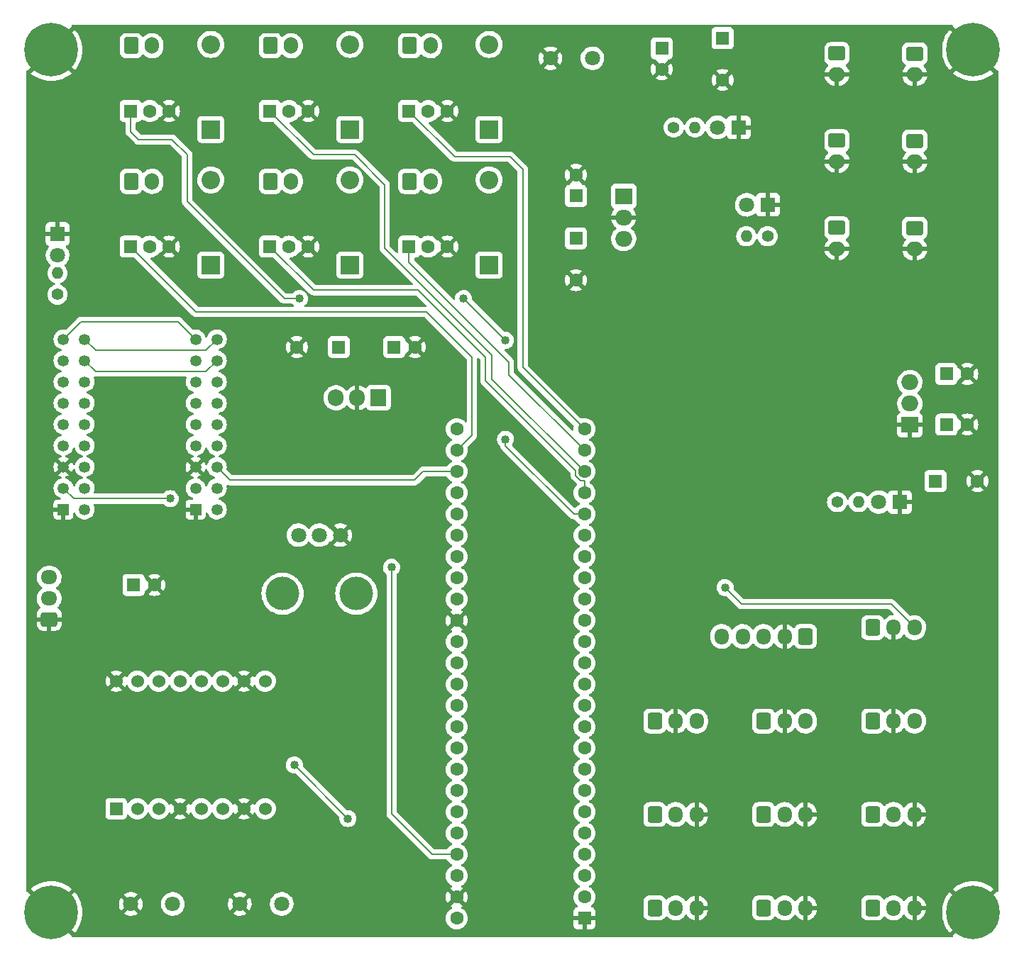
<source format=gbl>
%TF.GenerationSoftware,KiCad,Pcbnew,6.0.5-a6ca702e91~116~ubuntu20.04.1*%
%TF.CreationDate,2022-05-31T08:03:47-06:00*%
%TF.ProjectId,mainboard,6d61696e-626f-4617-9264-2e6b69636164,rev?*%
%TF.SameCoordinates,Original*%
%TF.FileFunction,Copper,L2,Bot*%
%TF.FilePolarity,Positive*%
%FSLAX46Y46*%
G04 Gerber Fmt 4.6, Leading zero omitted, Abs format (unit mm)*
G04 Created by KiCad (PCBNEW 6.0.5-a6ca702e91~116~ubuntu20.04.1) date 2022-05-31 08:03:47*
%MOMM*%
%LPD*%
G01*
G04 APERTURE LIST*
G04 Aperture macros list*
%AMRoundRect*
0 Rectangle with rounded corners*
0 $1 Rounding radius*
0 $2 $3 $4 $5 $6 $7 $8 $9 X,Y pos of 4 corners*
0 Add a 4 corners polygon primitive as box body*
4,1,4,$2,$3,$4,$5,$6,$7,$8,$9,$2,$3,0*
0 Add four circle primitives for the rounded corners*
1,1,$1+$1,$2,$3*
1,1,$1+$1,$4,$5*
1,1,$1+$1,$6,$7*
1,1,$1+$1,$8,$9*
0 Add four rect primitives between the rounded corners*
20,1,$1+$1,$2,$3,$4,$5,0*
20,1,$1+$1,$4,$5,$6,$7,0*
20,1,$1+$1,$6,$7,$8,$9,0*
20,1,$1+$1,$8,$9,$2,$3,0*%
G04 Aperture macros list end*
%TA.AperFunction,ComponentPad*%
%ADD10R,1.524000X1.524000*%
%TD*%
%TA.AperFunction,ComponentPad*%
%ADD11C,1.524000*%
%TD*%
%TA.AperFunction,ComponentPad*%
%ADD12R,1.350000X1.350000*%
%TD*%
%TA.AperFunction,ComponentPad*%
%ADD13C,1.350000*%
%TD*%
%TA.AperFunction,ComponentPad*%
%ADD14C,1.803400*%
%TD*%
%TA.AperFunction,ComponentPad*%
%ADD15R,1.600200X1.600200*%
%TD*%
%TA.AperFunction,ComponentPad*%
%ADD16C,1.600200*%
%TD*%
%TA.AperFunction,ComponentPad*%
%ADD17C,1.400000*%
%TD*%
%TA.AperFunction,ComponentPad*%
%ADD18O,1.400000X1.400000*%
%TD*%
%TA.AperFunction,ComponentPad*%
%ADD19R,1.800000X1.800000*%
%TD*%
%TA.AperFunction,ComponentPad*%
%ADD20C,1.800000*%
%TD*%
%TA.AperFunction,ComponentPad*%
%ADD21R,2.000000X1.905000*%
%TD*%
%TA.AperFunction,ComponentPad*%
%ADD22O,2.000000X1.905000*%
%TD*%
%TA.AperFunction,ComponentPad*%
%ADD23O,1.905000X2.000000*%
%TD*%
%TA.AperFunction,ComponentPad*%
%ADD24R,1.905000X2.000000*%
%TD*%
%TA.AperFunction,ComponentPad*%
%ADD25C,1.600000*%
%TD*%
%TA.AperFunction,ComponentPad*%
%ADD26R,1.600000X1.600000*%
%TD*%
%TA.AperFunction,ComponentPad*%
%ADD27RoundRect,0.250000X-0.750000X0.600000X-0.750000X-0.600000X0.750000X-0.600000X0.750000X0.600000X0*%
%TD*%
%TA.AperFunction,ComponentPad*%
%ADD28O,2.000000X1.700000*%
%TD*%
%TA.AperFunction,ComponentPad*%
%ADD29O,1.700000X1.950000*%
%TD*%
%TA.AperFunction,ComponentPad*%
%ADD30RoundRect,0.250000X-0.600000X-0.725000X0.600000X-0.725000X0.600000X0.725000X-0.600000X0.725000X0*%
%TD*%
%TA.AperFunction,ComponentPad*%
%ADD31R,2.200000X2.200000*%
%TD*%
%TA.AperFunction,ComponentPad*%
%ADD32O,2.200000X2.200000*%
%TD*%
%TA.AperFunction,ComponentPad*%
%ADD33RoundRect,0.250000X-0.600000X-0.750000X0.600000X-0.750000X0.600000X0.750000X-0.600000X0.750000X0*%
%TD*%
%TA.AperFunction,ComponentPad*%
%ADD34O,1.700000X2.000000*%
%TD*%
%TA.AperFunction,ComponentPad*%
%ADD35RoundRect,0.250000X0.600000X0.725000X-0.600000X0.725000X-0.600000X-0.725000X0.600000X-0.725000X0*%
%TD*%
%TA.AperFunction,ConnectorPad*%
%ADD36C,6.400000*%
%TD*%
%TA.AperFunction,ComponentPad*%
%ADD37C,3.600000*%
%TD*%
%TA.AperFunction,ComponentPad*%
%ADD38O,1.950000X1.700000*%
%TD*%
%TA.AperFunction,ComponentPad*%
%ADD39RoundRect,0.250000X0.725000X-0.600000X0.725000X0.600000X-0.725000X0.600000X-0.725000X-0.600000X0*%
%TD*%
%TA.AperFunction,WasherPad*%
%ADD40C,4.000000*%
%TD*%
%TA.AperFunction,ViaPad*%
%ADD41C,1.016000*%
%TD*%
%TA.AperFunction,Conductor*%
%ADD42C,0.177800*%
%TD*%
%TA.AperFunction,Conductor*%
%ADD43C,0.200000*%
%TD*%
G04 APERTURE END LIST*
D10*
%TO.P,U5,1,MIDI_INPUT*%
%TO.N,/teensy/midi_output*%
X131750003Y-134120001D03*
D11*
%TO.P,U5,2,NC*%
%TO.N,unconnected-(U5-Pad2)*%
X134290003Y-134120001D03*
%TO.P,U5,3,MIC_IN*%
%TO.N,unconnected-(U5-Pad3)*%
X136830003Y-134120001D03*
%TO.P,U5,4,AGND*%
%TO.N,GND*%
X139370003Y-134120001D03*
%TO.P,U5,5,RIGHT_AUDIO*%
%TO.N,/MIDI module/right_audio*%
X141910003Y-134120001D03*
%TO.P,U5,6,LEFT_AUDIO*%
%TO.N,/MIDI module/left_audio*%
X144450003Y-134120001D03*
%TO.P,U5,7,DGND*%
%TO.N,GND*%
X146990003Y-134120001D03*
%TO.P,U5,8,DVcc*%
%TO.N,unconnected-(U5-Pad8)*%
X149530003Y-134120001D03*
%TO.P,U5,9,DGND*%
%TO.N,GND*%
X131750003Y-118880001D03*
%TO.P,U5,10,MIDI_INPUT*%
%TO.N,unconnected-(U5-Pad10)*%
X134290003Y-118880001D03*
%TO.P,U5,11,DVcc*%
%TO.N,+5V*%
X136830003Y-118880001D03*
%TO.P,U5,12,NC*%
%TO.N,unconnected-(U5-Pad12)*%
X139370003Y-118880001D03*
%TO.P,U5,13,NC*%
%TO.N,unconnected-(U5-Pad13)*%
X141910003Y-118880001D03*
%TO.P,U5,14,NC*%
%TO.N,unconnected-(U5-Pad14)*%
X144450003Y-118880001D03*
%TO.P,U5,15,DGND*%
%TO.N,GND*%
X146990003Y-118880001D03*
%TO.P,U5,16,NC*%
%TO.N,unconnected-(U5-Pad16)*%
X149530003Y-118880001D03*
%TD*%
D12*
%TO.P,J20,1,Pin_1*%
%TO.N,GND*%
X125459998Y-98388500D03*
D13*
%TO.P,J20,2,Pin_2*%
%TO.N,+5V*%
X127999998Y-98388500D03*
%TO.P,J20,3,Pin_3*%
%TO.N,/LCDs/lcd_contrast*%
X125459998Y-95848500D03*
%TO.P,J20,4,Pin_4*%
%TO.N,/teensy/PC_LCD_RS*%
X127999998Y-95848500D03*
%TO.P,J20,5,Pin_5*%
%TO.N,GND*%
X125459998Y-93308500D03*
%TO.P,J20,6,Pin_6*%
%TO.N,/teensy/PC_LCD_EN*%
X127999998Y-93308500D03*
%TO.P,J20,7,Pin_7*%
%TO.N,unconnected-(J20-Pad7)*%
X125459998Y-90768500D03*
%TO.P,J20,8,Pin_8*%
%TO.N,unconnected-(J20-Pad8)*%
X127999998Y-90768500D03*
%TO.P,J20,9,Pin_9*%
%TO.N,unconnected-(J20-Pad9)*%
X125459998Y-88228500D03*
%TO.P,J20,10,Pin_10*%
%TO.N,unconnected-(J20-Pad10)*%
X127999998Y-88228500D03*
%TO.P,J20,11,Pin_11*%
%TO.N,/teensy/PC_LCD_D4*%
X125459998Y-85688500D03*
%TO.P,J20,12,Pin_12*%
%TO.N,/teensy/PC_LCD_D5*%
X127999998Y-85688500D03*
%TO.P,J20,13,Pin_13*%
%TO.N,/teensy/PC_LCD_D6*%
X125459998Y-83148500D03*
%TO.P,J20,14,Pin_14*%
%TO.N,/teensy/PC_LCD_D7*%
X127999998Y-83148500D03*
%TO.P,J20,15,Pin_15*%
%TO.N,+5V*%
X125459998Y-80608500D03*
%TO.P,J20,16,Pin_16*%
%TO.N,/teensy/red_cathode*%
X127999998Y-80608500D03*
%TO.P,J20,17,Pin_17*%
%TO.N,/teensy/green_cathode*%
X125459998Y-78068500D03*
%TO.P,J20,18,Pin_18*%
%TO.N,/teensy/blue_cathode*%
X127999998Y-78068500D03*
%TD*%
D12*
%TO.P,J21,1,Pin_1*%
%TO.N,GND*%
X141230002Y-98388500D03*
D13*
%TO.P,J21,2,Pin_2*%
%TO.N,+5V*%
X143770002Y-98388500D03*
%TO.P,J21,3,Pin_3*%
%TO.N,/LCDs/lcd_contrast*%
X141230002Y-95848500D03*
%TO.P,J21,4,Pin_4*%
%TO.N,/teensy/effect_LCD_RS*%
X143770002Y-95848500D03*
%TO.P,J21,5,Pin_5*%
%TO.N,GND*%
X141230002Y-93308500D03*
%TO.P,J21,6,Pin_6*%
%TO.N,/teensy/effect_LCD_EN*%
X143770002Y-93308500D03*
%TO.P,J21,7,Pin_7*%
%TO.N,unconnected-(J21-Pad7)*%
X141230002Y-90768500D03*
%TO.P,J21,8,Pin_8*%
%TO.N,unconnected-(J21-Pad8)*%
X143770002Y-90768500D03*
%TO.P,J21,9,Pin_9*%
%TO.N,unconnected-(J21-Pad9)*%
X141230002Y-88228500D03*
%TO.P,J21,10,Pin_10*%
%TO.N,unconnected-(J21-Pad10)*%
X143770002Y-88228500D03*
%TO.P,J21,11,Pin_11*%
%TO.N,/teensy/effect_LCD_D4*%
X141230002Y-85688500D03*
%TO.P,J21,12,Pin_12*%
%TO.N,/teensy/effect_LCD_D5*%
X143770002Y-85688500D03*
%TO.P,J21,13,Pin_13*%
%TO.N,/teensy/effect_LCD_D6*%
X141230002Y-83148500D03*
%TO.P,J21,14,Pin_14*%
%TO.N,/teensy/effect_LCD_D7*%
X143770002Y-83148500D03*
%TO.P,J21,15,Pin_15*%
%TO.N,+5V*%
X141230002Y-80608500D03*
%TO.P,J21,16,Pin_16*%
%TO.N,/teensy/red_cathode*%
X143770002Y-80608500D03*
%TO.P,J21,17,Pin_17*%
%TO.N,/teensy/green_cathode*%
X141230002Y-78068500D03*
%TO.P,J21,18,Pin_18*%
%TO.N,/teensy/blue_cathode*%
X143770002Y-78068500D03*
%TD*%
D14*
%TO.P,J25,1,Pin_1*%
%TO.N,GND*%
X146500012Y-145499988D03*
%TO.P,J25,2,Pin_2*%
%TO.N,/MIDI module/left_audio*%
X151500012Y-145499988D03*
%TD*%
%TO.P,J19,1,Pin_1*%
%TO.N,+12V*%
X188563000Y-44500000D03*
%TO.P,J19,2,Pin_2*%
%TO.N,GND*%
X183563000Y-44500000D03*
%TD*%
%TO.P,J24,1,Pin_1*%
%TO.N,GND*%
X133500000Y-145500000D03*
%TO.P,J24,2,Pin_2*%
%TO.N,/MIDI module/right_audio*%
X138500000Y-145500000D03*
%TD*%
D15*
%TO.P,Q4,1,G*%
%TO.N,/teensy/el_wire_3*%
X133485204Y-66999993D03*
D16*
%TO.P,Q4,2,D*%
%TO.N,Net-(D4-Pad2)*%
X135771204Y-66999993D03*
%TO.P,Q4,3,S*%
%TO.N,GND*%
X138057204Y-66999993D03*
%TD*%
D15*
%TO.P,Q5,1,G*%
%TO.N,/teensy/el_wire_4*%
X150091400Y-67000000D03*
D16*
%TO.P,Q5,2,D*%
%TO.N,Net-(D5-Pad2)*%
X152377400Y-67000000D03*
%TO.P,Q5,3,S*%
%TO.N,GND*%
X154663400Y-67000000D03*
%TD*%
D15*
%TO.P,Q1,1,G*%
%TO.N,/teensy/el_wire_0*%
X133485200Y-50806200D03*
D16*
%TO.P,Q1,2,D*%
%TO.N,Net-(D1-Pad2)*%
X135771200Y-50806200D03*
%TO.P,Q1,3,S*%
%TO.N,GND*%
X138057200Y-50806200D03*
%TD*%
D15*
%TO.P,Q3,1,G*%
%TO.N,/teensy/el_wire_2*%
X166697600Y-50806193D03*
D16*
%TO.P,Q3,2,D*%
%TO.N,Net-(D3-Pad2)*%
X168983600Y-50806193D03*
%TO.P,Q3,3,S*%
%TO.N,GND*%
X171269600Y-50806193D03*
%TD*%
D15*
%TO.P,Q6,1,G*%
%TO.N,/teensy/el_wire_5*%
X166697600Y-67000000D03*
D16*
%TO.P,Q6,2,D*%
%TO.N,Net-(D6-Pad2)*%
X168983600Y-67000000D03*
%TO.P,Q6,3,S*%
%TO.N,GND*%
X171269600Y-67000000D03*
%TD*%
D15*
%TO.P,Q2,1,G*%
%TO.N,/teensy/el_wire_1*%
X150091400Y-50806200D03*
D16*
%TO.P,Q2,2,D*%
%TO.N,Net-(D2-Pad2)*%
X152377400Y-50806200D03*
%TO.P,Q2,3,S*%
%TO.N,GND*%
X154663400Y-50806200D03*
%TD*%
D17*
%TO.P,R6,1*%
%TO.N,+3V3*%
X217780000Y-97500000D03*
D18*
%TO.P,R6,2*%
%TO.N,Net-(D10-Pad2)*%
X220320000Y-97500000D03*
%TD*%
D17*
%TO.P,R5,1*%
%TO.N,+5V*%
X124750000Y-72720000D03*
D18*
%TO.P,R5,2*%
%TO.N,Net-(D9-Pad2)*%
X124750000Y-70180000D03*
%TD*%
D17*
%TO.P,R4,1*%
%TO.N,+12V*%
X198280000Y-52750000D03*
D18*
%TO.P,R4,2*%
%TO.N,Net-(D8-Pad2)*%
X200820000Y-52750000D03*
%TD*%
D17*
%TO.P,R3,1*%
%TO.N,+8V*%
X209470000Y-65750000D03*
D18*
%TO.P,R3,2*%
%TO.N,Net-(D7-Pad2)*%
X206930000Y-65750000D03*
%TD*%
D19*
%TO.P,D10,1,K*%
%TO.N,GND*%
X225275000Y-97500000D03*
D20*
%TO.P,D10,2,A*%
%TO.N,Net-(D10-Pad2)*%
X222735000Y-97500000D03*
%TD*%
D19*
%TO.P,D9,1,K*%
%TO.N,GND*%
X124750000Y-65475000D03*
D20*
%TO.P,D9,2,A*%
%TO.N,Net-(D9-Pad2)*%
X124750000Y-68015000D03*
%TD*%
D19*
%TO.P,D8,1,K*%
%TO.N,GND*%
X206025000Y-52750000D03*
D20*
%TO.P,D8,2,A*%
%TO.N,Net-(D8-Pad2)*%
X203485000Y-52750000D03*
%TD*%
D19*
%TO.P,D7,1,K*%
%TO.N,GND*%
X209525000Y-62000000D03*
D20*
%TO.P,D7,2,A*%
%TO.N,Net-(D7-Pad2)*%
X206985000Y-62000000D03*
%TD*%
D21*
%TO.P,U4,1,ADJ/GND*%
%TO.N,GND*%
X226445000Y-88290000D03*
D22*
%TO.P,U4,2,OUT*%
%TO.N,+3V3*%
X226445000Y-85750000D03*
%TO.P,U4,3,IN*%
%TO.N,+12V*%
X226445000Y-83210000D03*
%TD*%
%TO.P,U2,3,OUT*%
%TO.N,+8V*%
X192305000Y-66043000D03*
%TO.P,U2,2,GND*%
%TO.N,GND*%
X192305000Y-63503000D03*
D21*
%TO.P,U2,1,IN*%
%TO.N,+12V*%
X192305000Y-60963000D03*
%TD*%
D23*
%TO.P,U3,3,OUT*%
%TO.N,+5V*%
X157960000Y-85051000D03*
%TO.P,U3,2,GND*%
%TO.N,GND*%
X160500000Y-85051000D03*
D24*
%TO.P,U3,1,IN*%
%TO.N,+12V*%
X163040000Y-85051000D03*
%TD*%
D25*
%TO.P,U1,48,VIN*%
%TO.N,+3V3*%
X172380000Y-147210000D03*
%TO.P,U1,47,GND*%
%TO.N,GND*%
X172380000Y-144670000D03*
%TO.P,U1,46,3V3*%
%TO.N,unconnected-(U1-Pad46)*%
X172380000Y-142130000D03*
%TO.P,U1,45,23_A9_CRX1_MCLK1*%
%TO.N,/teensy/effect_LCD_RS*%
X172380000Y-139590000D03*
%TO.P,U1,44,22_A8_CTX1*%
%TO.N,/teensy/neopixel_data*%
X172380000Y-137050000D03*
%TO.P,U1,43,21_A7_RX5_BCLK1*%
%TO.N,unconnected-(U1-Pad43)*%
X172380000Y-134510000D03*
%TO.P,U1,42,20_A6_TX5_LRCLK1*%
%TO.N,/teensy/midi_output*%
X172380000Y-131970000D03*
%TO.P,U1,41,19_A5_SCL*%
%TO.N,/teensy/PC_LCD_RS*%
X172380000Y-129430000D03*
%TO.P,U1,40,18_A4_SDA*%
%TO.N,/teensy/PC_LCD_EN*%
X172380000Y-126890000D03*
%TO.P,U1,39,17_A3_TX4_SDA1*%
%TO.N,/teensy/PC_LCD_D4*%
X172380000Y-124350000D03*
%TO.P,U1,38,16_A2_RX4_SCL1*%
%TO.N,/teensy/PC_LCD_D5*%
X172380000Y-121810000D03*
%TO.P,U1,37,15_A1_RX3_SPDIF_IN*%
%TO.N,/teensy/PC_LCD_D6*%
X172380000Y-119270000D03*
%TO.P,U1,36,14_A0_TX3_SPDIF_OUT*%
%TO.N,/teensy/PC_LCD_D7*%
X172380000Y-116730000D03*
%TO.P,U1,35,13_SCK_LED*%
%TO.N,unconnected-(U1-Pad35)*%
X172380000Y-114190000D03*
%TO.P,U1,34,GND*%
%TO.N,GND*%
X172380000Y-111650000D03*
%TO.P,U1,33,41_A17*%
%TO.N,/teensy/effect_LCD_D4*%
X172380000Y-109110000D03*
%TO.P,U1,32,40_A16*%
%TO.N,/teensy/effect_LCD_D5*%
X172380000Y-106570000D03*
%TO.P,U1,31,39_MISO1_OUT1A*%
%TO.N,/teensy/effect_LCD_D6*%
X172380000Y-104030000D03*
%TO.P,U1,30,38_CS1_IN1*%
%TO.N,/teensy/effect_LCD_D7*%
X172380000Y-101490000D03*
%TO.P,U1,29,37_CS*%
%TO.N,/teensy/red_cathode*%
X172380000Y-98950000D03*
%TO.P,U1,28,36_CS*%
%TO.N,/teensy/blue_cathode*%
X172380000Y-96410000D03*
%TO.P,U1,27,35_TX8*%
%TO.N,/teensy/effect_LCD_EN*%
X172380000Y-93870000D03*
%TO.P,U1,26,34_RX8*%
%TO.N,/teensy/el_wire_3*%
X172380000Y-91330000D03*
%TO.P,U1,25,33_MCLK2*%
%TO.N,/teensy/green_cathode*%
X172380000Y-88790000D03*
%TO.P,U1,24,32_OUT1B*%
%TO.N,/teensy/el_wire_2*%
X187620000Y-88790000D03*
%TO.P,U1,23,31_CTX3*%
%TO.N,/teensy/el_wire_5*%
X187620000Y-91330000D03*
%TO.P,U1,22,30_CRX3*%
%TO.N,/teensy/el_wire_1*%
X187620000Y-93870000D03*
%TO.P,U1,21,29_TX7*%
%TO.N,/teensy/el_wire_4*%
X187620000Y-96410000D03*
%TO.P,U1,20,28_RX7*%
%TO.N,/teensy/el_wire_0*%
X187620000Y-98950000D03*
%TO.P,U1,19,27_A13_SCK1*%
%TO.N,/teensy/pc_encoder_B*%
X187620000Y-101490000D03*
%TO.P,U1,18,26_A12_MOSI1*%
%TO.N,/teensy/xshut*%
X187620000Y-104030000D03*
%TO.P,U1,17,25_A11_RX6_SDA2*%
%TO.N,/teensy/SDA*%
X187620000Y-106570000D03*
%TO.P,U1,16,24_A10_TX6_SCL2*%
%TO.N,/teensy/SCL*%
X187620000Y-109110000D03*
%TO.P,U1,15,3V3*%
%TO.N,unconnected-(U1-Pad15)*%
X187620000Y-111650000D03*
%TO.P,U1,14,12_MISO_MQSL*%
%TO.N,/teensy/pc_encoder_A*%
X187620000Y-114190000D03*
%TO.P,U1,13,11_MOSI_CTX1*%
%TO.N,/teensy/transpose_encoder_A*%
X187620000Y-116730000D03*
%TO.P,U1,12,10_CS_MQSR*%
%TO.N,/teensy/transpose_encoder_B*%
X187620000Y-119270000D03*
%TO.P,U1,11,9_OUT1C*%
%TO.N,/teensy/effect_encoder_A*%
X187620000Y-121810000D03*
%TO.P,U1,10,8_TX2_IN1*%
%TO.N,/teensy/effect_encoder_B*%
X187620000Y-124350000D03*
%TO.P,U1,9,7_RX2_OUT1A*%
%TO.N,/teensy/effect_level_encoder_A*%
X187620000Y-126890000D03*
%TO.P,U1,8,6_OUT1D*%
%TO.N,/teensy/effect_level_encoder_B*%
X187620000Y-129430000D03*
%TO.P,U1,7,5_IN2*%
%TO.N,/teensy/receiver_input_0*%
X187620000Y-131970000D03*
%TO.P,U1,6,4_BCLK2*%
%TO.N,/teensy/receiver_input_1*%
X187620000Y-134510000D03*
%TO.P,U1,5,3_LRCLK2*%
%TO.N,/teensy/receiver_input_2*%
X187620000Y-137050000D03*
%TO.P,U1,4,2_OUT2*%
%TO.N,/teensy/receiver_input_3*%
X187620000Y-139590000D03*
%TO.P,U1,3,1_TX1_CTX2_MISO1*%
%TO.N,/teensy/receiver_input_4*%
X187620000Y-142130000D03*
%TO.P,U1,2,0_RX1_CRX2_CS1*%
%TO.N,/teensy/receiver_input_5*%
X187620000Y-144670000D03*
D26*
%TO.P,U1,1,GND*%
%TO.N,GND*%
X187620000Y-147210000D03*
%TD*%
D27*
%TO.P,J18,1,Pin_1*%
%TO.N,+8V*%
X217750000Y-64750000D03*
D28*
%TO.P,J18,2,Pin_2*%
%TO.N,GND*%
X217750000Y-67250000D03*
%TD*%
D29*
%TO.P,J5,3,Pin_3*%
%TO.N,GND*%
X214000000Y-145975000D03*
%TO.P,J5,2,Pin_2*%
%TO.N,/teensy/receiver_input_4*%
X211500000Y-145975000D03*
D30*
%TO.P,J5,1,Pin_1*%
%TO.N,+3V3*%
X209000000Y-145975000D03*
%TD*%
D31*
%TO.P,D4,1,K*%
%TO.N,+12V*%
X143037600Y-69193800D03*
D32*
%TO.P,D4,2,A*%
%TO.N,Net-(D4-Pad2)*%
X143037600Y-59033800D03*
%TD*%
D33*
%TO.P,J11,1,Pin_1*%
%TO.N,+12V*%
X150143800Y-59193800D03*
D34*
%TO.P,J11,2,Pin_2*%
%TO.N,Net-(D5-Pad2)*%
X152643800Y-59193800D03*
%TD*%
%TO.P,J9,2,Pin_2*%
%TO.N,Net-(D3-Pad2)*%
X169250000Y-42999993D03*
D33*
%TO.P,J9,1,Pin_1*%
%TO.N,+12V*%
X166750000Y-42999993D03*
%TD*%
D26*
%TO.P,C7,1*%
%TO.N,+3V3*%
X229500000Y-95000000D03*
D25*
%TO.P,C7,2*%
%TO.N,GND*%
X234500000Y-95000000D03*
%TD*%
D31*
%TO.P,D2,1,K*%
%TO.N,+12V*%
X159643800Y-53000000D03*
D32*
%TO.P,D2,2,A*%
%TO.N,Net-(D2-Pad2)*%
X159643800Y-42840000D03*
%TD*%
D25*
%TO.P,C4,2*%
%TO.N,GND*%
X153300000Y-79000000D03*
D26*
%TO.P,C4,1*%
%TO.N,+5V*%
X158300000Y-79000000D03*
%TD*%
D29*
%TO.P,J23,5,Pin_5*%
%TO.N,/teensy/xshut*%
X204000000Y-113550000D03*
%TO.P,J23,4,Pin_4*%
%TO.N,/teensy/SDA*%
X206500000Y-113550000D03*
%TO.P,J23,3,Pin_3*%
%TO.N,/teensy/SCL*%
X209000000Y-113550000D03*
%TO.P,J23,2,Pin_2*%
%TO.N,GND*%
X211500000Y-113550000D03*
D35*
%TO.P,J23,1,Pin_1*%
%TO.N,+3V3*%
X214000000Y-113550000D03*
%TD*%
D30*
%TO.P,SW1,1,A*%
%TO.N,/teensy/pc_encoder_A*%
X222000000Y-112500000D03*
D29*
%TO.P,SW1,2,C*%
%TO.N,GND*%
X224500000Y-112500000D03*
%TO.P,SW1,3,B*%
%TO.N,/teensy/pc_encoder_B*%
X227000000Y-112500000D03*
%TD*%
D28*
%TO.P,J13,2,Pin_2*%
%TO.N,GND*%
X227025000Y-46449991D03*
D27*
%TO.P,J13,1,Pin_1*%
%TO.N,+8V*%
X227025000Y-43949991D03*
%TD*%
D29*
%TO.P,SW4,3,B*%
%TO.N,/teensy/effect_level_encoder_B*%
X227000000Y-123658333D03*
%TO.P,SW4,2,C*%
%TO.N,GND*%
X224500000Y-123658333D03*
D30*
%TO.P,SW4,1,A*%
%TO.N,/teensy/effect_level_encoder_A*%
X222000000Y-123658333D03*
%TD*%
D26*
%TO.P,C9,1*%
%TO.N,+12V*%
X204100000Y-42100000D03*
D25*
%TO.P,C9,2*%
%TO.N,GND*%
X204100000Y-47100000D03*
%TD*%
D30*
%TO.P,J3,1,Pin_1*%
%TO.N,+3V3*%
X222000000Y-134816666D03*
D29*
%TO.P,J3,2,Pin_2*%
%TO.N,/teensy/receiver_input_2*%
X224500000Y-134816666D03*
%TO.P,J3,3,Pin_3*%
%TO.N,GND*%
X227000000Y-134816666D03*
%TD*%
D27*
%TO.P,J17,1,Pin_1*%
%TO.N,+8V*%
X217750000Y-54340000D03*
D28*
%TO.P,J17,2,Pin_2*%
%TO.N,GND*%
X217750000Y-56840000D03*
%TD*%
D36*
%TO.P,H2,1,1*%
%TO.N,GND*%
X124000006Y-43499989D03*
D37*
X124000006Y-43499989D03*
%TD*%
D36*
%TO.P,H1,1,1*%
%TO.N,GND*%
X233999989Y-43499989D03*
D37*
X233999989Y-43499989D03*
%TD*%
D26*
%TO.P,C8,1*%
%TO.N,+12V*%
X196856200Y-43317621D03*
D25*
%TO.P,C8,2*%
%TO.N,GND*%
X196856200Y-45817621D03*
%TD*%
D27*
%TO.P,J15,1,Pin_1*%
%TO.N,+8V*%
X227025000Y-64770000D03*
D28*
%TO.P,J15,2,Pin_2*%
%TO.N,GND*%
X227025000Y-67270000D03*
%TD*%
D30*
%TO.P,J1,1,Pin_1*%
%TO.N,+3V3*%
X196000000Y-134816666D03*
D29*
%TO.P,J1,2,Pin_2*%
%TO.N,/teensy/receiver_input_0*%
X198500000Y-134816666D03*
%TO.P,J1,3,Pin_3*%
%TO.N,GND*%
X201000000Y-134816666D03*
%TD*%
D36*
%TO.P,H4,1,1*%
%TO.N,GND*%
X233999989Y-146500012D03*
D37*
X233999989Y-146500012D03*
%TD*%
D30*
%TO.P,J4,1,Pin_1*%
%TO.N,+3V3*%
X196000000Y-145975000D03*
D29*
%TO.P,J4,2,Pin_2*%
%TO.N,/teensy/receiver_input_3*%
X198500000Y-145975000D03*
%TO.P,J4,3,Pin_3*%
%TO.N,GND*%
X201000000Y-145975000D03*
%TD*%
D31*
%TO.P,D3,1,K*%
%TO.N,+12V*%
X176250000Y-52999993D03*
D32*
%TO.P,D3,2,A*%
%TO.N,Net-(D3-Pad2)*%
X176250000Y-42839993D03*
%TD*%
D28*
%TO.P,J16,2,Pin_2*%
%TO.N,GND*%
X217750000Y-46430000D03*
D27*
%TO.P,J16,1,Pin_1*%
%TO.N,+8V*%
X217750000Y-43930000D03*
%TD*%
D33*
%TO.P,J12,1,Pin_1*%
%TO.N,+12V*%
X166750000Y-59193800D03*
D34*
%TO.P,J12,2,Pin_2*%
%TO.N,Net-(D6-Pad2)*%
X169250000Y-59193800D03*
%TD*%
D31*
%TO.P,D5,1,K*%
%TO.N,+12V*%
X159643800Y-69193800D03*
D32*
%TO.P,D5,2,A*%
%TO.N,Net-(D5-Pad2)*%
X159643800Y-59033800D03*
%TD*%
D26*
%TO.P,C10,1*%
%TO.N,+5V*%
X133825721Y-107400000D03*
D25*
%TO.P,C10,2*%
%TO.N,GND*%
X136325721Y-107400000D03*
%TD*%
%TO.P,C3,2*%
%TO.N,GND*%
X167403631Y-79000000D03*
D26*
%TO.P,C3,1*%
%TO.N,+12V*%
X164903631Y-79000000D03*
%TD*%
D33*
%TO.P,J8,1,Pin_1*%
%TO.N,+12V*%
X150143800Y-43000000D03*
D34*
%TO.P,J8,2,Pin_2*%
%TO.N,Net-(D2-Pad2)*%
X152643800Y-43000000D03*
%TD*%
D38*
%TO.P,J22,3,Pin_3*%
%TO.N,+5V*%
X123750000Y-106500000D03*
%TO.P,J22,2,Pin_2*%
%TO.N,/teensy/neopixel_data*%
X123750000Y-109000000D03*
D39*
%TO.P,J22,1,Pin_1*%
%TO.N,GND*%
X123750000Y-111500000D03*
%TD*%
D26*
%TO.P,C6,1*%
%TO.N,+3V3*%
X230803631Y-88250000D03*
D25*
%TO.P,C6,2*%
%TO.N,GND*%
X233303631Y-88250000D03*
%TD*%
D33*
%TO.P,J10,1,Pin_1*%
%TO.N,+12V*%
X133537600Y-59193800D03*
D34*
%TO.P,J10,2,Pin_2*%
%TO.N,Net-(D4-Pad2)*%
X136037600Y-59193800D03*
%TD*%
D26*
%TO.P,C1,1*%
%TO.N,+12V*%
X186615000Y-60933369D03*
D25*
%TO.P,C1,2*%
%TO.N,GND*%
X186615000Y-58433369D03*
%TD*%
D29*
%TO.P,J2,3,Pin_3*%
%TO.N,GND*%
X214000000Y-134816666D03*
%TO.P,J2,2,Pin_2*%
%TO.N,/teensy/receiver_input_1*%
X211500000Y-134816666D03*
D30*
%TO.P,J2,1,Pin_1*%
%TO.N,+3V3*%
X209000000Y-134816666D03*
%TD*%
D31*
%TO.P,D6,1,K*%
%TO.N,+12V*%
X176250000Y-69193800D03*
D32*
%TO.P,D6,2,A*%
%TO.N,Net-(D6-Pad2)*%
X176250000Y-59033800D03*
%TD*%
D33*
%TO.P,J7,1,Pin_1*%
%TO.N,+12V*%
X133537600Y-43000000D03*
D34*
%TO.P,J7,2,Pin_2*%
%TO.N,Net-(D1-Pad2)*%
X136037600Y-43000000D03*
%TD*%
D26*
%TO.P,C2,1*%
%TO.N,+8V*%
X186615000Y-66000000D03*
D25*
%TO.P,C2,2*%
%TO.N,GND*%
X186615000Y-71000000D03*
%TD*%
D31*
%TO.P,D1,1,K*%
%TO.N,+12V*%
X143037600Y-53000000D03*
D32*
%TO.P,D1,2,A*%
%TO.N,Net-(D1-Pad2)*%
X143037600Y-42840000D03*
%TD*%
D27*
%TO.P,J14,1,Pin_1*%
%TO.N,+8V*%
X227025000Y-54360000D03*
D28*
%TO.P,J14,2,Pin_2*%
%TO.N,GND*%
X227025000Y-56860000D03*
%TD*%
D29*
%TO.P,J6,3,Pin_3*%
%TO.N,GND*%
X227000000Y-145975000D03*
%TO.P,J6,2,Pin_2*%
%TO.N,/teensy/receiver_input_5*%
X224500000Y-145975000D03*
D30*
%TO.P,J6,1,Pin_1*%
%TO.N,+3V3*%
X222000000Y-145975000D03*
%TD*%
D36*
%TO.P,H3,1,1*%
%TO.N,GND*%
X124000006Y-146500012D03*
D37*
X124000006Y-146500012D03*
%TD*%
D20*
%TO.P,RV1,3,3*%
%TO.N,GND*%
X158500000Y-101450000D03*
%TO.P,RV1,2,2*%
%TO.N,/LCDs/lcd_contrast*%
X156000000Y-101450000D03*
%TO.P,RV1,1,1*%
%TO.N,+5V*%
X153500000Y-101450000D03*
D40*
%TO.P,RV1,*%
%TO.N,*%
X151600000Y-108450000D03*
X160400000Y-108450000D03*
%TD*%
D29*
%TO.P,SW3,3,B*%
%TO.N,/teensy/effect_encoder_B*%
X214000000Y-123658333D03*
%TO.P,SW3,2,C*%
%TO.N,GND*%
X211500000Y-123658333D03*
D30*
%TO.P,SW3,1,A*%
%TO.N,/teensy/effect_encoder_A*%
X209000000Y-123658333D03*
%TD*%
D26*
%TO.P,C5,1*%
%TO.N,+12V*%
X230803631Y-82196369D03*
D25*
%TO.P,C5,2*%
%TO.N,GND*%
X233303631Y-82196369D03*
%TD*%
D29*
%TO.P,SW2,3,B*%
%TO.N,/teensy/transpose_encoder_B*%
X201000000Y-123658333D03*
%TO.P,SW2,2,C*%
%TO.N,GND*%
X198500000Y-123658333D03*
D30*
%TO.P,SW2,1,A*%
%TO.N,/teensy/transpose_encoder_A*%
X196000000Y-123658333D03*
%TD*%
D41*
%TO.N,/teensy/neopixel_data*%
X159400011Y-135300009D03*
X152999999Y-128899996D03*
%TO.N,/LCDs/lcd_contrast*%
X138200003Y-97100009D03*
%TO.N,/teensy/el_wire_0*%
X178199999Y-89999998D03*
X178199999Y-78199996D03*
X153599998Y-73200006D03*
X173200009Y-73200006D03*
%TO.N,/teensy/effect_LCD_RS*%
X164600001Y-105299993D03*
%TO.N,/teensy/pc_encoder_B*%
X204399998Y-107699988D03*
%TD*%
D42*
%TO.N,/teensy/neopixel_data*%
X159400000Y-135300000D02*
X153000000Y-128900000D01*
%TO.N,/teensy/effect_LCD_EN*%
X172380000Y-93870000D02*
X168380000Y-93870000D01*
X168380000Y-93870000D02*
X167350000Y-94900000D01*
X167350000Y-94900000D02*
X145361502Y-94900000D01*
X145361502Y-94900000D02*
X143770002Y-93308500D01*
D43*
%TO.N,/LCDs/lcd_contrast*%
X138200000Y-97100000D02*
X126711504Y-97100000D01*
X126711504Y-97100000D02*
X125460004Y-95848500D01*
%TO.N,/teensy/pc_encoder_B*%
X204400000Y-107700000D02*
X206400000Y-109700000D01*
X224200000Y-109700000D02*
X227000000Y-112500000D01*
X206400000Y-109700000D02*
X224200000Y-109700000D01*
%TO.N,/teensy/el_wire_3*%
X172380000Y-91330000D02*
X174200000Y-89510000D01*
X174200000Y-89510000D02*
X174200000Y-80200000D01*
X174200000Y-80200000D02*
X168800000Y-74800000D01*
X168800000Y-74800000D02*
X141285200Y-74800000D01*
X141285200Y-74800000D02*
X133485200Y-67000000D01*
%TO.N,/teensy/el_wire_4*%
X187620000Y-96410000D02*
X187620000Y-94947311D01*
X187620000Y-94947311D02*
X187173762Y-94947311D01*
X175800000Y-80200000D02*
X167800000Y-72200000D01*
X187173762Y-94947311D02*
X186542689Y-94316238D01*
X186542689Y-94316238D02*
X186542689Y-93742689D01*
X186542689Y-93742689D02*
X175800000Y-83000000D01*
X175800000Y-83000000D02*
X175800000Y-80200000D01*
X167800000Y-72200000D02*
X155291400Y-72200000D01*
X155291400Y-72200000D02*
X150091400Y-67000000D01*
%TO.N,/teensy/el_wire_1*%
X187620000Y-93870000D02*
X176600000Y-82850000D01*
X176600000Y-82850000D02*
X176600000Y-80000000D01*
X176600000Y-80000000D02*
X163800000Y-67200000D01*
X163800000Y-67200000D02*
X163800000Y-59600000D01*
X155285200Y-56000000D02*
X150091400Y-50806200D01*
X163800000Y-59600000D02*
X160200000Y-56000000D01*
X160200000Y-56000000D02*
X155285200Y-56000000D01*
%TO.N,/teensy/el_wire_5*%
X187620000Y-91330000D02*
X178600000Y-82310000D01*
X178600000Y-82310000D02*
X178600000Y-80800000D01*
X178600000Y-80800000D02*
X166697600Y-68897600D01*
X166697600Y-68897600D02*
X166697600Y-67000000D01*
%TO.N,/teensy/el_wire_0*%
X187620000Y-98950000D02*
X186350000Y-98950000D01*
X186350000Y-98950000D02*
X178200000Y-90800000D01*
X178200000Y-90800000D02*
X178200000Y-90000000D01*
X173200000Y-73200000D02*
X178200000Y-78200000D01*
X134400000Y-54200000D02*
X138400000Y-54200000D01*
X151800000Y-73200000D02*
X153600000Y-73200000D01*
X133485200Y-53285200D02*
X134400000Y-54200000D01*
X133485200Y-50806200D02*
X133485200Y-53285200D01*
X140200000Y-61600000D02*
X151800000Y-73200000D01*
X138400000Y-54200000D02*
X140200000Y-56000000D01*
X140200000Y-56000000D02*
X140200000Y-61600000D01*
%TO.N,/teensy/el_wire_2*%
X187620000Y-88790000D02*
X180250000Y-81420000D01*
X180250000Y-81420000D02*
X180250000Y-57750000D01*
X180250000Y-57750000D02*
X178750000Y-56250000D01*
X178750000Y-56250000D02*
X172141407Y-56250000D01*
X172141407Y-56250000D02*
X166697600Y-50806193D01*
%TO.N,/teensy/effect_LCD_RS*%
X164600000Y-134700000D02*
X164600000Y-105300000D01*
X169490000Y-139590000D02*
X164600000Y-134700000D01*
X172380000Y-139590000D02*
X169490000Y-139590000D01*
%TO.N,/teensy/blue_cathode*%
X128000004Y-78068500D02*
X129331504Y-79400000D01*
X129331504Y-79400000D02*
X142438502Y-79400000D01*
X142438502Y-79400000D02*
X143770002Y-78068500D01*
%TO.N,/teensy/red_cathode*%
X128000004Y-80608500D02*
X129291504Y-81900000D01*
X129291504Y-81900000D02*
X142478502Y-81900000D01*
X142478502Y-81900000D02*
X143770002Y-80608500D01*
%TO.N,/teensy/green_cathode*%
X125460004Y-78068500D02*
X127528504Y-76000000D01*
X127528504Y-76000000D02*
X139161502Y-76000000D01*
X139161502Y-76000000D02*
X141230002Y-78068500D01*
%TD*%
%TA.AperFunction,Conductor*%
%TO.N,GND*%
G36*
X231530488Y-40528502D02*
G01*
X231576981Y-40582158D01*
X231587085Y-40652432D01*
X231567266Y-40702980D01*
X231574023Y-40714813D01*
X233987177Y-43127967D01*
X234001121Y-43135581D01*
X234002954Y-43135450D01*
X234009569Y-43131199D01*
X235391576Y-41749192D01*
X235453888Y-41715166D01*
X235524703Y-41720231D01*
X235569766Y-41749192D01*
X235750786Y-41930212D01*
X235784812Y-41992524D01*
X235779747Y-42063339D01*
X235750786Y-42108402D01*
X234372011Y-43487177D01*
X234364397Y-43501121D01*
X234364528Y-43502954D01*
X234368779Y-43509569D01*
X236784299Y-45925089D01*
X236798243Y-45932703D01*
X236802623Y-45932390D01*
X236858905Y-45912610D01*
X236927979Y-45929019D01*
X236977217Y-45980168D01*
X236991500Y-46038437D01*
X236991500Y-143962406D01*
X236971498Y-144030527D01*
X236917842Y-144077020D01*
X236847568Y-144087124D01*
X236796990Y-144067293D01*
X236785165Y-144074046D01*
X234372011Y-146487200D01*
X234364397Y-146501144D01*
X234364528Y-146502977D01*
X234368779Y-146509592D01*
X235750786Y-147891599D01*
X235784812Y-147953911D01*
X235779747Y-148024726D01*
X235750786Y-148069789D01*
X235569766Y-148250809D01*
X235507454Y-148284835D01*
X235436639Y-148279770D01*
X235391576Y-148250809D01*
X234012801Y-146872034D01*
X233998857Y-146864420D01*
X233997024Y-146864551D01*
X233990409Y-146868802D01*
X231574889Y-149284322D01*
X231567275Y-149298266D01*
X231567590Y-149302676D01*
X231587351Y-149358907D01*
X231570941Y-149427981D01*
X231519792Y-149477218D01*
X231461524Y-149491500D01*
X126537629Y-149491500D01*
X126469508Y-149471498D01*
X126423015Y-149417842D01*
X126412911Y-149347568D01*
X126432730Y-149297022D01*
X126425972Y-149285188D01*
X124012818Y-146872034D01*
X123998874Y-146864420D01*
X123997041Y-146864551D01*
X123990426Y-146868802D01*
X122608419Y-148250809D01*
X122546107Y-148284835D01*
X122475292Y-148279770D01*
X122430229Y-148250809D01*
X122249209Y-148069789D01*
X122215183Y-148007477D01*
X122220248Y-147936662D01*
X122249209Y-147891599D01*
X123627984Y-146512824D01*
X123634362Y-146501144D01*
X124364414Y-146501144D01*
X124364545Y-146502977D01*
X124368796Y-146509592D01*
X126784316Y-148925112D01*
X126797392Y-148932253D01*
X126807759Y-148924796D01*
X127001883Y-148685073D01*
X127005753Y-148679747D01*
X127213837Y-148359325D01*
X127217134Y-148353615D01*
X127390584Y-148013201D01*
X127393266Y-148007176D01*
X127530177Y-147650510D01*
X127532218Y-147644228D01*
X127631100Y-147275196D01*
X127632471Y-147268746D01*
X127641776Y-147210000D01*
X171066502Y-147210000D01*
X171086457Y-147438087D01*
X171087881Y-147443400D01*
X171087881Y-147443402D01*
X171097031Y-147477548D01*
X171145716Y-147659243D01*
X171148039Y-147664224D01*
X171148039Y-147664225D01*
X171240151Y-147861762D01*
X171240154Y-147861767D01*
X171242477Y-147866749D01*
X171373802Y-148054300D01*
X171535700Y-148216198D01*
X171540208Y-148219355D01*
X171540211Y-148219357D01*
X171581195Y-148248054D01*
X171723251Y-148347523D01*
X171728233Y-148349846D01*
X171728238Y-148349849D01*
X171925775Y-148441961D01*
X171930757Y-148444284D01*
X171936065Y-148445706D01*
X171936067Y-148445707D01*
X172146598Y-148502119D01*
X172146600Y-148502119D01*
X172151913Y-148503543D01*
X172380000Y-148523498D01*
X172608087Y-148503543D01*
X172613400Y-148502119D01*
X172613402Y-148502119D01*
X172823933Y-148445707D01*
X172823935Y-148445706D01*
X172829243Y-148444284D01*
X172834225Y-148441961D01*
X173031762Y-148349849D01*
X173031767Y-148349846D01*
X173036749Y-148347523D01*
X173178805Y-148248054D01*
X173219789Y-148219357D01*
X173219792Y-148219355D01*
X173224300Y-148216198D01*
X173385829Y-148054669D01*
X186312001Y-148054669D01*
X186312371Y-148061490D01*
X186317895Y-148112352D01*
X186321521Y-148127604D01*
X186366676Y-148248054D01*
X186375214Y-148263649D01*
X186451715Y-148365724D01*
X186464276Y-148378285D01*
X186566351Y-148454786D01*
X186581946Y-148463324D01*
X186702394Y-148508478D01*
X186717649Y-148512105D01*
X186768514Y-148517631D01*
X186775328Y-148518000D01*
X187347885Y-148518000D01*
X187363124Y-148513525D01*
X187364329Y-148512135D01*
X187366000Y-148504452D01*
X187366000Y-148499884D01*
X187874000Y-148499884D01*
X187878475Y-148515123D01*
X187879865Y-148516328D01*
X187887548Y-148517999D01*
X188464669Y-148517999D01*
X188471490Y-148517629D01*
X188522352Y-148512105D01*
X188537604Y-148508479D01*
X188658054Y-148463324D01*
X188673649Y-148454786D01*
X188775724Y-148378285D01*
X188788285Y-148365724D01*
X188864786Y-148263649D01*
X188873324Y-148248054D01*
X188918478Y-148127606D01*
X188922105Y-148112351D01*
X188927631Y-148061486D01*
X188928000Y-148054672D01*
X188928000Y-147482115D01*
X188923525Y-147466876D01*
X188922135Y-147465671D01*
X188914452Y-147464000D01*
X187892115Y-147464000D01*
X187876876Y-147468475D01*
X187875671Y-147469865D01*
X187874000Y-147477548D01*
X187874000Y-148499884D01*
X187366000Y-148499884D01*
X187366000Y-147482115D01*
X187361525Y-147466876D01*
X187360135Y-147465671D01*
X187352452Y-147464000D01*
X186330116Y-147464000D01*
X186314877Y-147468475D01*
X186313672Y-147469865D01*
X186312001Y-147477548D01*
X186312001Y-148054669D01*
X173385829Y-148054669D01*
X173386198Y-148054300D01*
X173517523Y-147866749D01*
X173519846Y-147861767D01*
X173519849Y-147861762D01*
X173611961Y-147664225D01*
X173611961Y-147664224D01*
X173614284Y-147659243D01*
X173662970Y-147477548D01*
X173672119Y-147443402D01*
X173672119Y-147443400D01*
X173673543Y-147438087D01*
X173693498Y-147210000D01*
X173673543Y-146981913D01*
X173672119Y-146976598D01*
X173615707Y-146766067D01*
X173615706Y-146766065D01*
X173614284Y-146760757D01*
X173610970Y-146753650D01*
X173519849Y-146558238D01*
X173519846Y-146558233D01*
X173517523Y-146553251D01*
X173424751Y-146420759D01*
X173389357Y-146370211D01*
X173389355Y-146370208D01*
X173386198Y-146365700D01*
X173224300Y-146203802D01*
X173219792Y-146200645D01*
X173219789Y-146200643D01*
X173141611Y-146145902D01*
X173036749Y-146072477D01*
X173031767Y-146070154D01*
X173031762Y-146070151D01*
X172996951Y-146053919D01*
X172943666Y-146007002D01*
X172924205Y-145938725D01*
X172944747Y-145870765D01*
X172996951Y-145825529D01*
X173031511Y-145809414D01*
X173041006Y-145803931D01*
X173093048Y-145767491D01*
X173101424Y-145757012D01*
X173094356Y-145743566D01*
X172392812Y-145042022D01*
X172378868Y-145034408D01*
X172377035Y-145034539D01*
X172370420Y-145038790D01*
X171664923Y-145744287D01*
X171658493Y-145756062D01*
X171667789Y-145768077D01*
X171718994Y-145803931D01*
X171728489Y-145809414D01*
X171763049Y-145825529D01*
X171816334Y-145872446D01*
X171835795Y-145940723D01*
X171815253Y-146008683D01*
X171763049Y-146053919D01*
X171728238Y-146070151D01*
X171728233Y-146070154D01*
X171723251Y-146072477D01*
X171618389Y-146145902D01*
X171540211Y-146200643D01*
X171540208Y-146200645D01*
X171535700Y-146203802D01*
X171373802Y-146365700D01*
X171370645Y-146370208D01*
X171370643Y-146370211D01*
X171335249Y-146420759D01*
X171242477Y-146553251D01*
X171240154Y-146558233D01*
X171240151Y-146558238D01*
X171149030Y-146753650D01*
X171145716Y-146760757D01*
X171144294Y-146766065D01*
X171144293Y-146766067D01*
X171087881Y-146976598D01*
X171086457Y-146981913D01*
X171066502Y-147210000D01*
X127641776Y-147210000D01*
X127692240Y-146891383D01*
X127692926Y-146884845D01*
X127704571Y-146662649D01*
X132702181Y-146662649D01*
X132707462Y-146669704D01*
X132884343Y-146773065D01*
X132893626Y-146777512D01*
X133100527Y-146856520D01*
X133110425Y-146859396D01*
X133327452Y-146903550D01*
X133337681Y-146904769D01*
X133559003Y-146912886D01*
X133569289Y-146912419D01*
X133788970Y-146884277D01*
X133799048Y-146882135D01*
X134011175Y-146818494D01*
X134020782Y-146814728D01*
X134219653Y-146717302D01*
X134228512Y-146712022D01*
X134286315Y-146670791D01*
X134294715Y-146660091D01*
X134287728Y-146646938D01*
X133512812Y-145872022D01*
X133498868Y-145864408D01*
X133497035Y-145864539D01*
X133490420Y-145868790D01*
X132708941Y-146650269D01*
X132702181Y-146662649D01*
X127704571Y-146662649D01*
X127712922Y-146503313D01*
X127712922Y-146496711D01*
X127692926Y-146115179D01*
X127692240Y-146108641D01*
X127632471Y-145731278D01*
X127631100Y-145724828D01*
X127562979Y-145470596D01*
X132086188Y-145470596D01*
X132098937Y-145691696D01*
X132100373Y-145701917D01*
X132149060Y-145917955D01*
X132152144Y-145927796D01*
X132235464Y-146132987D01*
X132240114Y-146142192D01*
X132328862Y-146287015D01*
X132339320Y-146296477D01*
X132348096Y-146292694D01*
X133127978Y-145512812D01*
X133134356Y-145501132D01*
X133864408Y-145501132D01*
X133864539Y-145502965D01*
X133868790Y-145509580D01*
X134647520Y-146288310D01*
X134659531Y-146294869D01*
X134671269Y-146285901D01*
X134709469Y-146232741D01*
X134714784Y-146223895D01*
X134812904Y-146025366D01*
X134816702Y-146015773D01*
X134881083Y-145803869D01*
X134883260Y-145793799D01*
X134912405Y-145572422D01*
X134912924Y-145565747D01*
X134914449Y-145503364D01*
X134914255Y-145496646D01*
X134911689Y-145465428D01*
X137085389Y-145465428D01*
X137085686Y-145470572D01*
X137085686Y-145470584D01*
X137088121Y-145512812D01*
X137098738Y-145696935D01*
X137099872Y-145701966D01*
X137099874Y-145701978D01*
X137138195Y-145872022D01*
X137149718Y-145923153D01*
X137236962Y-146138007D01*
X137358125Y-146335727D01*
X137509953Y-146511002D01*
X137513928Y-146514302D01*
X137513931Y-146514305D01*
X137555412Y-146548743D01*
X137688370Y-146659127D01*
X137692822Y-146661729D01*
X137692827Y-146661732D01*
X137884126Y-146773518D01*
X137888584Y-146776123D01*
X138105218Y-146858847D01*
X138110286Y-146859878D01*
X138110289Y-146859879D01*
X138191360Y-146876373D01*
X138332454Y-146905079D01*
X138337627Y-146905269D01*
X138337630Y-146905269D01*
X138559026Y-146913387D01*
X138559030Y-146913387D01*
X138564190Y-146913576D01*
X138569310Y-146912920D01*
X138569312Y-146912920D01*
X138642549Y-146903538D01*
X138794202Y-146884111D01*
X138799151Y-146882626D01*
X138799157Y-146882625D01*
X139011370Y-146818958D01*
X139016313Y-146817475D01*
X139021921Y-146814728D01*
X139219920Y-146717729D01*
X139224558Y-146715457D01*
X139298609Y-146662637D01*
X145702193Y-146662637D01*
X145707474Y-146669692D01*
X145884355Y-146773053D01*
X145893638Y-146777500D01*
X146100539Y-146856508D01*
X146110437Y-146859384D01*
X146327464Y-146903538D01*
X146337693Y-146904757D01*
X146559015Y-146912874D01*
X146569301Y-146912407D01*
X146788982Y-146884265D01*
X146799060Y-146882123D01*
X147011187Y-146818482D01*
X147020794Y-146814716D01*
X147219665Y-146717290D01*
X147228524Y-146712010D01*
X147286327Y-146670779D01*
X147294727Y-146660079D01*
X147287740Y-146646926D01*
X146512824Y-145872010D01*
X146498880Y-145864396D01*
X146497047Y-145864527D01*
X146490432Y-145868778D01*
X145708953Y-146650257D01*
X145702193Y-146662637D01*
X139298609Y-146662637D01*
X139299878Y-146661732D01*
X139409132Y-146583802D01*
X139409137Y-146583798D01*
X139413344Y-146580797D01*
X139481828Y-146512552D01*
X139573941Y-146420759D01*
X139577602Y-146417111D01*
X139580627Y-146412902D01*
X139611303Y-146370211D01*
X139712920Y-146228796D01*
X139748725Y-146156351D01*
X139813370Y-146025550D01*
X139813371Y-146025548D01*
X139815664Y-146020908D01*
X139840026Y-145940723D01*
X139881572Y-145803984D01*
X139881575Y-145803972D01*
X139883076Y-145799032D01*
X139913344Y-145569124D01*
X139913427Y-145565735D01*
X139914951Y-145503365D01*
X139914951Y-145503352D01*
X139915033Y-145500000D01*
X139912615Y-145470584D01*
X145086200Y-145470584D01*
X145098949Y-145691684D01*
X145100385Y-145701905D01*
X145149072Y-145917943D01*
X145152156Y-145927784D01*
X145235476Y-146132975D01*
X145240126Y-146142180D01*
X145328874Y-146287003D01*
X145339332Y-146296465D01*
X145348108Y-146292682D01*
X146127990Y-145512800D01*
X146134368Y-145501120D01*
X146864420Y-145501120D01*
X146864551Y-145502953D01*
X146868802Y-145509568D01*
X147647532Y-146288298D01*
X147659543Y-146294857D01*
X147671281Y-146285889D01*
X147709481Y-146232729D01*
X147714796Y-146223883D01*
X147812916Y-146025354D01*
X147816714Y-146015761D01*
X147881095Y-145803857D01*
X147883272Y-145793787D01*
X147912417Y-145572410D01*
X147912936Y-145565735D01*
X147914461Y-145503352D01*
X147914267Y-145496634D01*
X147911701Y-145465416D01*
X150085401Y-145465416D01*
X150085698Y-145470568D01*
X150085698Y-145470572D01*
X150088133Y-145512800D01*
X150098750Y-145696923D01*
X150099885Y-145701960D01*
X150099886Y-145701966D01*
X150137927Y-145870765D01*
X150149730Y-145923141D01*
X150236974Y-146137995D01*
X150239671Y-146142396D01*
X150340938Y-146307648D01*
X150358137Y-146335715D01*
X150509965Y-146510990D01*
X150513940Y-146514290D01*
X150513943Y-146514293D01*
X150560868Y-146553251D01*
X150688382Y-146659115D01*
X150692834Y-146661717D01*
X150692839Y-146661720D01*
X150853795Y-146755775D01*
X150888596Y-146776111D01*
X151105230Y-146858835D01*
X151110298Y-146859866D01*
X151110301Y-146859867D01*
X151191431Y-146876373D01*
X151332466Y-146905067D01*
X151337639Y-146905257D01*
X151337642Y-146905257D01*
X151559038Y-146913375D01*
X151559042Y-146913375D01*
X151564202Y-146913564D01*
X151569322Y-146912908D01*
X151569324Y-146912908D01*
X151642468Y-146903538D01*
X151794214Y-146884099D01*
X151799163Y-146882614D01*
X151799169Y-146882613D01*
X152011382Y-146818946D01*
X152016325Y-146817463D01*
X152021933Y-146814716D01*
X152219932Y-146717717D01*
X152224570Y-146715445D01*
X152285637Y-146671886D01*
X152409144Y-146583790D01*
X152409149Y-146583786D01*
X152413356Y-146580785D01*
X152461735Y-146532575D01*
X152573953Y-146420747D01*
X152577614Y-146417099D01*
X152712932Y-146228784D01*
X152715349Y-146223895D01*
X152813382Y-146025538D01*
X152813383Y-146025536D01*
X152815676Y-146020896D01*
X152846956Y-145917943D01*
X152881584Y-145803972D01*
X152881585Y-145803966D01*
X152883088Y-145799020D01*
X152913356Y-145569112D01*
X152914811Y-145509568D01*
X152914963Y-145503353D01*
X152914963Y-145503349D01*
X152915045Y-145499988D01*
X152900392Y-145321762D01*
X152896468Y-145274027D01*
X152896467Y-145274021D01*
X152896044Y-145268876D01*
X152839552Y-145043971D01*
X152747085Y-144831313D01*
X152646269Y-144675475D01*
X171067483Y-144675475D01*
X171086472Y-144892519D01*
X171088375Y-144903312D01*
X171144764Y-145113761D01*
X171148510Y-145124053D01*
X171240586Y-145321511D01*
X171246069Y-145331006D01*
X171282509Y-145383048D01*
X171292988Y-145391424D01*
X171306434Y-145384356D01*
X172007978Y-144682812D01*
X172014356Y-144671132D01*
X172744408Y-144671132D01*
X172744539Y-144672965D01*
X172748790Y-144679580D01*
X173454287Y-145385077D01*
X173466062Y-145391507D01*
X173478077Y-145382211D01*
X173513931Y-145331006D01*
X173519414Y-145321511D01*
X173611490Y-145124053D01*
X173615236Y-145113761D01*
X173671625Y-144903312D01*
X173673528Y-144892519D01*
X173692517Y-144675475D01*
X173692517Y-144664525D01*
X173673528Y-144447481D01*
X173671625Y-144436688D01*
X173615236Y-144226239D01*
X173611490Y-144215947D01*
X173519414Y-144018489D01*
X173513931Y-144008994D01*
X173477491Y-143956952D01*
X173467012Y-143948576D01*
X173453566Y-143955644D01*
X172752022Y-144657188D01*
X172744408Y-144671132D01*
X172014356Y-144671132D01*
X172015592Y-144668868D01*
X172015461Y-144667035D01*
X172011210Y-144660420D01*
X171305713Y-143954923D01*
X171293938Y-143948493D01*
X171281923Y-143957789D01*
X171246069Y-144008994D01*
X171240586Y-144018489D01*
X171148510Y-144215947D01*
X171144764Y-144226239D01*
X171088375Y-144436688D01*
X171086472Y-144447481D01*
X171067483Y-144664525D01*
X171067483Y-144675475D01*
X152646269Y-144675475D01*
X152621128Y-144636612D01*
X152616517Y-144631544D01*
X152468540Y-144468920D01*
X152468538Y-144468919D01*
X152465062Y-144465098D01*
X152461011Y-144461899D01*
X152461007Y-144461895D01*
X152306009Y-144339486D01*
X152283079Y-144321377D01*
X152080067Y-144209308D01*
X151867754Y-144134124D01*
X151866351Y-144133627D01*
X151866347Y-144133626D01*
X151861476Y-144131901D01*
X151856383Y-144130994D01*
X151856380Y-144130993D01*
X151638267Y-144092141D01*
X151638261Y-144092140D01*
X151633178Y-144091235D01*
X151544644Y-144090153D01*
X151406473Y-144088465D01*
X151406471Y-144088465D01*
X151401304Y-144088402D01*
X151172081Y-144123478D01*
X150951665Y-144195521D01*
X150947077Y-144197909D01*
X150947073Y-144197911D01*
X150892656Y-144226239D01*
X150745974Y-144302597D01*
X150741841Y-144305700D01*
X150741838Y-144305702D01*
X150696842Y-144339486D01*
X150560534Y-144441829D01*
X150400325Y-144609479D01*
X150397411Y-144613751D01*
X150397410Y-144613752D01*
X150346197Y-144688828D01*
X150269648Y-144801044D01*
X150257616Y-144826965D01*
X150180949Y-144992130D01*
X150172013Y-145011380D01*
X150110043Y-145234837D01*
X150085401Y-145465416D01*
X147911701Y-145465416D01*
X147895973Y-145274109D01*
X147894290Y-145263947D01*
X147840336Y-145049147D01*
X147837017Y-145039396D01*
X147748701Y-144836284D01*
X147743837Y-144827213D01*
X147670465Y-144713798D01*
X147659778Y-144704594D01*
X147650213Y-144708997D01*
X146872034Y-145487176D01*
X146864420Y-145501120D01*
X146134368Y-145501120D01*
X146135604Y-145498856D01*
X146135473Y-145497023D01*
X146131222Y-145490408D01*
X145352655Y-144711841D01*
X145341119Y-144705541D01*
X145328836Y-144715165D01*
X145273003Y-144797013D01*
X145267905Y-144805987D01*
X145174664Y-145006858D01*
X145171101Y-145016545D01*
X145111918Y-145229949D01*
X145109987Y-145240068D01*
X145086452Y-145460295D01*
X145086200Y-145470584D01*
X139912615Y-145470584D01*
X139900379Y-145321762D01*
X139896456Y-145274039D01*
X139896455Y-145274033D01*
X139896032Y-145268888D01*
X139839540Y-145043983D01*
X139747073Y-144831325D01*
X139621116Y-144636624D01*
X139612599Y-144627263D01*
X139468528Y-144468932D01*
X139468526Y-144468931D01*
X139465050Y-144465110D01*
X139460999Y-144461911D01*
X139460995Y-144461907D01*
X139305982Y-144339486D01*
X145704306Y-144339486D01*
X145711050Y-144351816D01*
X146487200Y-145127966D01*
X146501144Y-145135580D01*
X146502977Y-145135449D01*
X146509592Y-145131198D01*
X147290212Y-144350578D01*
X147297232Y-144337722D01*
X147289458Y-144327052D01*
X147286860Y-144325000D01*
X147278277Y-144319297D01*
X147084387Y-144212265D01*
X147074988Y-144208040D01*
X146866223Y-144134112D01*
X146856252Y-144131478D01*
X146638220Y-144092641D01*
X146627967Y-144091672D01*
X146406508Y-144088966D01*
X146396225Y-144089686D01*
X146177309Y-144123184D01*
X146167282Y-144125573D01*
X145956778Y-144194376D01*
X145947269Y-144198373D01*
X145750832Y-144300633D01*
X145742104Y-144306129D01*
X145712759Y-144328161D01*
X145704306Y-144339486D01*
X139305982Y-144339486D01*
X139290253Y-144327064D01*
X139283067Y-144321389D01*
X139080055Y-144209320D01*
X138961620Y-144167380D01*
X138866339Y-144133639D01*
X138866335Y-144133638D01*
X138861464Y-144131913D01*
X138856371Y-144131006D01*
X138856368Y-144131005D01*
X138638255Y-144092153D01*
X138638249Y-144092152D01*
X138633166Y-144091247D01*
X138544632Y-144090165D01*
X138406461Y-144088477D01*
X138406459Y-144088477D01*
X138401292Y-144088414D01*
X138172069Y-144123490D01*
X137951653Y-144195533D01*
X137947065Y-144197921D01*
X137947061Y-144197923D01*
X137892667Y-144226239D01*
X137745962Y-144302609D01*
X137741829Y-144305712D01*
X137741826Y-144305714D01*
X137696846Y-144339486D01*
X137560522Y-144441841D01*
X137400313Y-144609491D01*
X137397399Y-144613763D01*
X137397398Y-144613764D01*
X137362771Y-144664525D01*
X137269636Y-144801056D01*
X137255591Y-144831313D01*
X137177092Y-145000425D01*
X137172001Y-145011392D01*
X137110031Y-145234849D01*
X137085389Y-145465428D01*
X134911689Y-145465428D01*
X134895961Y-145274121D01*
X134894278Y-145263959D01*
X134840324Y-145049159D01*
X134837005Y-145039408D01*
X134748689Y-144836296D01*
X134743825Y-144827225D01*
X134670453Y-144713810D01*
X134659766Y-144704606D01*
X134650201Y-144709009D01*
X133872022Y-145487188D01*
X133864408Y-145501132D01*
X133134356Y-145501132D01*
X133135592Y-145498868D01*
X133135461Y-145497035D01*
X133131210Y-145490420D01*
X132352643Y-144711853D01*
X132341107Y-144705553D01*
X132328824Y-144715177D01*
X132272991Y-144797025D01*
X132267893Y-144805999D01*
X132174652Y-145006870D01*
X132171089Y-145016557D01*
X132111906Y-145229961D01*
X132109975Y-145240080D01*
X132086440Y-145460307D01*
X132086188Y-145470596D01*
X127562979Y-145470596D01*
X127532218Y-145355796D01*
X127530177Y-145349514D01*
X127393266Y-144992848D01*
X127390584Y-144986823D01*
X127217134Y-144646409D01*
X127213837Y-144640699D01*
X127018235Y-144339498D01*
X132704294Y-144339498D01*
X132711038Y-144351828D01*
X133487188Y-145127978D01*
X133501132Y-145135592D01*
X133502965Y-145135461D01*
X133509580Y-145131210D01*
X134290200Y-144350590D01*
X134297220Y-144337734D01*
X134289446Y-144327064D01*
X134286848Y-144325012D01*
X134278265Y-144319309D01*
X134084375Y-144212277D01*
X134074976Y-144208052D01*
X133866211Y-144134124D01*
X133856240Y-144131490D01*
X133638208Y-144092653D01*
X133627955Y-144091684D01*
X133406496Y-144088978D01*
X133396213Y-144089698D01*
X133177297Y-144123196D01*
X133167270Y-144125585D01*
X132956766Y-144194388D01*
X132947257Y-144198385D01*
X132750820Y-144300645D01*
X132742092Y-144306141D01*
X132712747Y-144328173D01*
X132704294Y-144339498D01*
X127018235Y-144339498D01*
X127005753Y-144320277D01*
X127001883Y-144314951D01*
X126808528Y-144076177D01*
X126796273Y-144067712D01*
X126785182Y-144074046D01*
X124372028Y-146487200D01*
X124364414Y-146501144D01*
X123634362Y-146501144D01*
X123635598Y-146498880D01*
X123635467Y-146497047D01*
X123631216Y-146490432D01*
X121215696Y-144074912D01*
X121201752Y-144067298D01*
X121197365Y-144067611D01*
X121141093Y-144087387D01*
X121072019Y-144070977D01*
X121022782Y-144019828D01*
X121008500Y-143961560D01*
X121008500Y-143703745D01*
X121567706Y-143703745D01*
X121574040Y-143714836D01*
X123987194Y-146127990D01*
X124001138Y-146135604D01*
X124002971Y-146135473D01*
X124009586Y-146131222D01*
X126425106Y-143715702D01*
X126432247Y-143702626D01*
X126424790Y-143692259D01*
X126185071Y-143498138D01*
X126179734Y-143494261D01*
X125859321Y-143286182D01*
X125853612Y-143282885D01*
X125513195Y-143109434D01*
X125507170Y-143106752D01*
X125150504Y-142969841D01*
X125144222Y-142967800D01*
X124775190Y-142868918D01*
X124768740Y-142867547D01*
X124391377Y-142807778D01*
X124384839Y-142807092D01*
X124003307Y-142787096D01*
X123996705Y-142787096D01*
X123615173Y-142807092D01*
X123608635Y-142807778D01*
X123231272Y-142867547D01*
X123224822Y-142868918D01*
X122855790Y-142967800D01*
X122849508Y-142969841D01*
X122492842Y-143106752D01*
X122486817Y-143109434D01*
X122146403Y-143282884D01*
X122140693Y-143286181D01*
X121820271Y-143494265D01*
X121814945Y-143498135D01*
X121576171Y-143691490D01*
X121567706Y-143703745D01*
X121008500Y-143703745D01*
X121008500Y-134930135D01*
X130479503Y-134930135D01*
X130486258Y-134992317D01*
X130537388Y-135128706D01*
X130624742Y-135245262D01*
X130741298Y-135332616D01*
X130877687Y-135383746D01*
X130939869Y-135390501D01*
X132560137Y-135390501D01*
X132622319Y-135383746D01*
X132758708Y-135332616D01*
X132875264Y-135245262D01*
X132962618Y-135128706D01*
X133013748Y-134992317D01*
X133020503Y-134930135D01*
X133020503Y-134921637D01*
X133040505Y-134853516D01*
X133094161Y-134807023D01*
X133164435Y-134796919D01*
X133229015Y-134826413D01*
X133249716Y-134849366D01*
X133308650Y-134933532D01*
X133313026Y-134939782D01*
X133470222Y-135096978D01*
X133474730Y-135100135D01*
X133474733Y-135100137D01*
X133515534Y-135128706D01*
X133652326Y-135224489D01*
X133657308Y-135226812D01*
X133657313Y-135226815D01*
X133847813Y-135315646D01*
X133853807Y-135318441D01*
X133859115Y-135319863D01*
X133859117Y-135319864D01*
X133904529Y-135332032D01*
X134068540Y-135375979D01*
X134290003Y-135395354D01*
X134511466Y-135375979D01*
X134675477Y-135332032D01*
X134720889Y-135319864D01*
X134720891Y-135319863D01*
X134726199Y-135318441D01*
X134732193Y-135315646D01*
X134922693Y-135226815D01*
X134922698Y-135226812D01*
X134927680Y-135224489D01*
X135064472Y-135128706D01*
X135105273Y-135100137D01*
X135105276Y-135100135D01*
X135109784Y-135096978D01*
X135266980Y-134939782D01*
X135271357Y-134933532D01*
X135391334Y-134762186D01*
X135391335Y-134762184D01*
X135394491Y-134757677D01*
X135396814Y-134752695D01*
X135396817Y-134752690D01*
X135445808Y-134647628D01*
X135492726Y-134594343D01*
X135561003Y-134574882D01*
X135628963Y-134595424D01*
X135674198Y-134647628D01*
X135723189Y-134752690D01*
X135723192Y-134752695D01*
X135725515Y-134757677D01*
X135728671Y-134762184D01*
X135728672Y-134762186D01*
X135848650Y-134933532D01*
X135853026Y-134939782D01*
X136010222Y-135096978D01*
X136014730Y-135100135D01*
X136014733Y-135100137D01*
X136055534Y-135128706D01*
X136192326Y-135224489D01*
X136197308Y-135226812D01*
X136197313Y-135226815D01*
X136387813Y-135315646D01*
X136393807Y-135318441D01*
X136399115Y-135319863D01*
X136399117Y-135319864D01*
X136444529Y-135332032D01*
X136608540Y-135375979D01*
X136830003Y-135395354D01*
X137051466Y-135375979D01*
X137215477Y-135332032D01*
X137260889Y-135319864D01*
X137260891Y-135319863D01*
X137266199Y-135318441D01*
X137272193Y-135315646D01*
X137462693Y-135226815D01*
X137462698Y-135226812D01*
X137467680Y-135224489D01*
X137532962Y-135178778D01*
X138675780Y-135178778D01*
X138685077Y-135190794D01*
X138728072Y-135220899D01*
X138737558Y-135226377D01*
X138928996Y-135315646D01*
X138939288Y-135319392D01*
X139143312Y-135374060D01*
X139154107Y-135375963D01*
X139364528Y-135394373D01*
X139375478Y-135394373D01*
X139585899Y-135375963D01*
X139596694Y-135374060D01*
X139800718Y-135319392D01*
X139811010Y-135315646D01*
X140002448Y-135226377D01*
X140011934Y-135220899D01*
X140055767Y-135190208D01*
X140064142Y-135179730D01*
X140057074Y-135166282D01*
X139382815Y-134492023D01*
X139368871Y-134484409D01*
X139367038Y-134484540D01*
X139360423Y-134488791D01*
X138682210Y-135167004D01*
X138675780Y-135178778D01*
X137532962Y-135178778D01*
X137604472Y-135128706D01*
X137645273Y-135100137D01*
X137645276Y-135100135D01*
X137649784Y-135096978D01*
X137806980Y-134939782D01*
X137811357Y-134933532D01*
X137931334Y-134762186D01*
X137931335Y-134762184D01*
X137934491Y-134757677D01*
X137936814Y-134752695D01*
X137936817Y-134752690D01*
X137986084Y-134647036D01*
X138033002Y-134593751D01*
X138101279Y-134574290D01*
X138169239Y-134594832D01*
X138214474Y-134647036D01*
X138263626Y-134752442D01*
X138269106Y-134761933D01*
X138299797Y-134805766D01*
X138310274Y-134814141D01*
X138323721Y-134807073D01*
X138997981Y-134132813D01*
X139004359Y-134121133D01*
X139734411Y-134121133D01*
X139734542Y-134122966D01*
X139738793Y-134129581D01*
X140417006Y-134807794D01*
X140428780Y-134814224D01*
X140440796Y-134804927D01*
X140470900Y-134761933D01*
X140476380Y-134752442D01*
X140525532Y-134647036D01*
X140572450Y-134593751D01*
X140640727Y-134574290D01*
X140708687Y-134594832D01*
X140753922Y-134647036D01*
X140803189Y-134752690D01*
X140803192Y-134752695D01*
X140805515Y-134757677D01*
X140808671Y-134762184D01*
X140808672Y-134762186D01*
X140928650Y-134933532D01*
X140933026Y-134939782D01*
X141090222Y-135096978D01*
X141094730Y-135100135D01*
X141094733Y-135100137D01*
X141135534Y-135128706D01*
X141272326Y-135224489D01*
X141277308Y-135226812D01*
X141277313Y-135226815D01*
X141467813Y-135315646D01*
X141473807Y-135318441D01*
X141479115Y-135319863D01*
X141479117Y-135319864D01*
X141524529Y-135332032D01*
X141688540Y-135375979D01*
X141910003Y-135395354D01*
X142131466Y-135375979D01*
X142295477Y-135332032D01*
X142340889Y-135319864D01*
X142340891Y-135319863D01*
X142346199Y-135318441D01*
X142352193Y-135315646D01*
X142542693Y-135226815D01*
X142542698Y-135226812D01*
X142547680Y-135224489D01*
X142684472Y-135128706D01*
X142725273Y-135100137D01*
X142725276Y-135100135D01*
X142729784Y-135096978D01*
X142886980Y-134939782D01*
X142891357Y-134933532D01*
X143011334Y-134762186D01*
X143011335Y-134762184D01*
X143014491Y-134757677D01*
X143016814Y-134752695D01*
X143016817Y-134752690D01*
X143065808Y-134647628D01*
X143112726Y-134594343D01*
X143181003Y-134574882D01*
X143248963Y-134595424D01*
X143294198Y-134647628D01*
X143343189Y-134752690D01*
X143343192Y-134752695D01*
X143345515Y-134757677D01*
X143348671Y-134762184D01*
X143348672Y-134762186D01*
X143468650Y-134933532D01*
X143473026Y-134939782D01*
X143630222Y-135096978D01*
X143634730Y-135100135D01*
X143634733Y-135100137D01*
X143675534Y-135128706D01*
X143812326Y-135224489D01*
X143817308Y-135226812D01*
X143817313Y-135226815D01*
X144007813Y-135315646D01*
X144013807Y-135318441D01*
X144019115Y-135319863D01*
X144019117Y-135319864D01*
X144064529Y-135332032D01*
X144228540Y-135375979D01*
X144450003Y-135395354D01*
X144671466Y-135375979D01*
X144835477Y-135332032D01*
X144880889Y-135319864D01*
X144880891Y-135319863D01*
X144886199Y-135318441D01*
X144892193Y-135315646D01*
X145082693Y-135226815D01*
X145082698Y-135226812D01*
X145087680Y-135224489D01*
X145152962Y-135178778D01*
X146295780Y-135178778D01*
X146305077Y-135190794D01*
X146348072Y-135220899D01*
X146357558Y-135226377D01*
X146548996Y-135315646D01*
X146559288Y-135319392D01*
X146763312Y-135374060D01*
X146774107Y-135375963D01*
X146984528Y-135394373D01*
X146995478Y-135394373D01*
X147205899Y-135375963D01*
X147216694Y-135374060D01*
X147420718Y-135319392D01*
X147431010Y-135315646D01*
X147622448Y-135226377D01*
X147631934Y-135220899D01*
X147675767Y-135190208D01*
X147684142Y-135179730D01*
X147677074Y-135166282D01*
X147002815Y-134492023D01*
X146988871Y-134484409D01*
X146987038Y-134484540D01*
X146980423Y-134488791D01*
X146302210Y-135167004D01*
X146295780Y-135178778D01*
X145152962Y-135178778D01*
X145224472Y-135128706D01*
X145265273Y-135100137D01*
X145265276Y-135100135D01*
X145269784Y-135096978D01*
X145426980Y-134939782D01*
X145431357Y-134933532D01*
X145551334Y-134762186D01*
X145551335Y-134762184D01*
X145554491Y-134757677D01*
X145556814Y-134752695D01*
X145556817Y-134752690D01*
X145606084Y-134647036D01*
X145653002Y-134593751D01*
X145721279Y-134574290D01*
X145789239Y-134594832D01*
X145834474Y-134647036D01*
X145883626Y-134752442D01*
X145889106Y-134761933D01*
X145919797Y-134805766D01*
X145930274Y-134814141D01*
X145943721Y-134807073D01*
X146617981Y-134132813D01*
X146624359Y-134121133D01*
X147354411Y-134121133D01*
X147354542Y-134122966D01*
X147358793Y-134129581D01*
X148037006Y-134807794D01*
X148048780Y-134814224D01*
X148060796Y-134804927D01*
X148090900Y-134761933D01*
X148096380Y-134752442D01*
X148145532Y-134647036D01*
X148192450Y-134593751D01*
X148260727Y-134574290D01*
X148328687Y-134594832D01*
X148373922Y-134647036D01*
X148423189Y-134752690D01*
X148423192Y-134752695D01*
X148425515Y-134757677D01*
X148428671Y-134762184D01*
X148428672Y-134762186D01*
X148548650Y-134933532D01*
X148553026Y-134939782D01*
X148710222Y-135096978D01*
X148714730Y-135100135D01*
X148714733Y-135100137D01*
X148755534Y-135128706D01*
X148892326Y-135224489D01*
X148897308Y-135226812D01*
X148897313Y-135226815D01*
X149087813Y-135315646D01*
X149093807Y-135318441D01*
X149099115Y-135319863D01*
X149099117Y-135319864D01*
X149144529Y-135332032D01*
X149308540Y-135375979D01*
X149530003Y-135395354D01*
X149751466Y-135375979D01*
X149915477Y-135332032D01*
X149960889Y-135319864D01*
X149960891Y-135319863D01*
X149966199Y-135318441D01*
X149972193Y-135315646D01*
X150162693Y-135226815D01*
X150162698Y-135226812D01*
X150167680Y-135224489D01*
X150304472Y-135128706D01*
X150345273Y-135100137D01*
X150345276Y-135100135D01*
X150349784Y-135096978D01*
X150506980Y-134939782D01*
X150511357Y-134933532D01*
X150631334Y-134762186D01*
X150631335Y-134762184D01*
X150634491Y-134757677D01*
X150636814Y-134752695D01*
X150636817Y-134752690D01*
X150726120Y-134561179D01*
X150726121Y-134561178D01*
X150728443Y-134556197D01*
X150785981Y-134341464D01*
X150805356Y-134120001D01*
X150785981Y-133898538D01*
X150745639Y-133747979D01*
X150729866Y-133689115D01*
X150729865Y-133689113D01*
X150728443Y-133683805D01*
X150720006Y-133665712D01*
X150636817Y-133487312D01*
X150636814Y-133487307D01*
X150634491Y-133482325D01*
X150628109Y-133473210D01*
X150510139Y-133304731D01*
X150510137Y-133304728D01*
X150506980Y-133300220D01*
X150349784Y-133143024D01*
X150345276Y-133139867D01*
X150345273Y-133139865D01*
X150269508Y-133086814D01*
X150167680Y-133015513D01*
X150162698Y-133013190D01*
X150162693Y-133013187D01*
X149971181Y-132923884D01*
X149971180Y-132923883D01*
X149966199Y-132921561D01*
X149960891Y-132920139D01*
X149960889Y-132920138D01*
X149895054Y-132902498D01*
X149751466Y-132864023D01*
X149530003Y-132844648D01*
X149308540Y-132864023D01*
X149164952Y-132902498D01*
X149099117Y-132920138D01*
X149099115Y-132920139D01*
X149093807Y-132921561D01*
X149088826Y-132923883D01*
X149088825Y-132923884D01*
X148897314Y-133013187D01*
X148897309Y-133013190D01*
X148892327Y-133015513D01*
X148887820Y-133018669D01*
X148887818Y-133018670D01*
X148714733Y-133139865D01*
X148714730Y-133139867D01*
X148710222Y-133143024D01*
X148553026Y-133300220D01*
X148549869Y-133304728D01*
X148549867Y-133304731D01*
X148431897Y-133473210D01*
X148425515Y-133482325D01*
X148423192Y-133487307D01*
X148423189Y-133487312D01*
X148373922Y-133592966D01*
X148327004Y-133646251D01*
X148258727Y-133665712D01*
X148190767Y-133645170D01*
X148145532Y-133592966D01*
X148096380Y-133487560D01*
X148090900Y-133478069D01*
X148060209Y-133434236D01*
X148049732Y-133425861D01*
X148036285Y-133432929D01*
X147362025Y-134107189D01*
X147354411Y-134121133D01*
X146624359Y-134121133D01*
X146625595Y-134118869D01*
X146625464Y-134117036D01*
X146621213Y-134110421D01*
X145943000Y-133432208D01*
X145931226Y-133425778D01*
X145919210Y-133435075D01*
X145889106Y-133478069D01*
X145883626Y-133487560D01*
X145834474Y-133592966D01*
X145787556Y-133646251D01*
X145719279Y-133665712D01*
X145651319Y-133645170D01*
X145606084Y-133592966D01*
X145556817Y-133487312D01*
X145556814Y-133487307D01*
X145554491Y-133482325D01*
X145548109Y-133473210D01*
X145430139Y-133304731D01*
X145430137Y-133304728D01*
X145426980Y-133300220D01*
X145269784Y-133143024D01*
X145265276Y-133139867D01*
X145265273Y-133139865D01*
X145189508Y-133086814D01*
X145151602Y-133060272D01*
X146295863Y-133060272D01*
X146302931Y-133073719D01*
X146977191Y-133747979D01*
X146991135Y-133755593D01*
X146992968Y-133755462D01*
X146999583Y-133751211D01*
X147677796Y-133072998D01*
X147684226Y-133061224D01*
X147674929Y-133049208D01*
X147631934Y-133019103D01*
X147622448Y-133013625D01*
X147431010Y-132924356D01*
X147420718Y-132920610D01*
X147216694Y-132865942D01*
X147205899Y-132864039D01*
X146995478Y-132845629D01*
X146984528Y-132845629D01*
X146774107Y-132864039D01*
X146763312Y-132865942D01*
X146559288Y-132920610D01*
X146548996Y-132924356D01*
X146357562Y-133013624D01*
X146348071Y-133019104D01*
X146304238Y-133049795D01*
X146295863Y-133060272D01*
X145151602Y-133060272D01*
X145087680Y-133015513D01*
X145082698Y-133013190D01*
X145082693Y-133013187D01*
X144891181Y-132923884D01*
X144891180Y-132923883D01*
X144886199Y-132921561D01*
X144880891Y-132920139D01*
X144880889Y-132920138D01*
X144815054Y-132902498D01*
X144671466Y-132864023D01*
X144450003Y-132844648D01*
X144228540Y-132864023D01*
X144084952Y-132902498D01*
X144019117Y-132920138D01*
X144019115Y-132920139D01*
X144013807Y-132921561D01*
X144008826Y-132923883D01*
X144008825Y-132923884D01*
X143817314Y-133013187D01*
X143817309Y-133013190D01*
X143812327Y-133015513D01*
X143807820Y-133018669D01*
X143807818Y-133018670D01*
X143634733Y-133139865D01*
X143634730Y-133139867D01*
X143630222Y-133143024D01*
X143473026Y-133300220D01*
X143469869Y-133304728D01*
X143469867Y-133304731D01*
X143351897Y-133473210D01*
X143345515Y-133482325D01*
X143343192Y-133487307D01*
X143343189Y-133487312D01*
X143294198Y-133592374D01*
X143247280Y-133645659D01*
X143179003Y-133665120D01*
X143111043Y-133644578D01*
X143065808Y-133592374D01*
X143016817Y-133487312D01*
X143016814Y-133487307D01*
X143014491Y-133482325D01*
X143008109Y-133473210D01*
X142890139Y-133304731D01*
X142890137Y-133304728D01*
X142886980Y-133300220D01*
X142729784Y-133143024D01*
X142725276Y-133139867D01*
X142725273Y-133139865D01*
X142649508Y-133086814D01*
X142547680Y-133015513D01*
X142542698Y-133013190D01*
X142542693Y-133013187D01*
X142351181Y-132923884D01*
X142351180Y-132923883D01*
X142346199Y-132921561D01*
X142340891Y-132920139D01*
X142340889Y-132920138D01*
X142275054Y-132902498D01*
X142131466Y-132864023D01*
X141910003Y-132844648D01*
X141688540Y-132864023D01*
X141544952Y-132902498D01*
X141479117Y-132920138D01*
X141479115Y-132920139D01*
X141473807Y-132921561D01*
X141468826Y-132923883D01*
X141468825Y-132923884D01*
X141277314Y-133013187D01*
X141277309Y-133013190D01*
X141272327Y-133015513D01*
X141267820Y-133018669D01*
X141267818Y-133018670D01*
X141094733Y-133139865D01*
X141094730Y-133139867D01*
X141090222Y-133143024D01*
X140933026Y-133300220D01*
X140929869Y-133304728D01*
X140929867Y-133304731D01*
X140811897Y-133473210D01*
X140805515Y-133482325D01*
X140803192Y-133487307D01*
X140803189Y-133487312D01*
X140753922Y-133592966D01*
X140707004Y-133646251D01*
X140638727Y-133665712D01*
X140570767Y-133645170D01*
X140525532Y-133592966D01*
X140476380Y-133487560D01*
X140470900Y-133478069D01*
X140440209Y-133434236D01*
X140429732Y-133425861D01*
X140416285Y-133432929D01*
X139742025Y-134107189D01*
X139734411Y-134121133D01*
X139004359Y-134121133D01*
X139005595Y-134118869D01*
X139005464Y-134117036D01*
X139001213Y-134110421D01*
X138323000Y-133432208D01*
X138311226Y-133425778D01*
X138299210Y-133435075D01*
X138269106Y-133478069D01*
X138263626Y-133487560D01*
X138214474Y-133592966D01*
X138167556Y-133646251D01*
X138099279Y-133665712D01*
X138031319Y-133645170D01*
X137986084Y-133592966D01*
X137936817Y-133487312D01*
X137936814Y-133487307D01*
X137934491Y-133482325D01*
X137928109Y-133473210D01*
X137810139Y-133304731D01*
X137810137Y-133304728D01*
X137806980Y-133300220D01*
X137649784Y-133143024D01*
X137645276Y-133139867D01*
X137645273Y-133139865D01*
X137569508Y-133086814D01*
X137531602Y-133060272D01*
X138675863Y-133060272D01*
X138682931Y-133073719D01*
X139357191Y-133747979D01*
X139371135Y-133755593D01*
X139372968Y-133755462D01*
X139379583Y-133751211D01*
X140057796Y-133072998D01*
X140064226Y-133061224D01*
X140054929Y-133049208D01*
X140011934Y-133019103D01*
X140002448Y-133013625D01*
X139811010Y-132924356D01*
X139800718Y-132920610D01*
X139596694Y-132865942D01*
X139585899Y-132864039D01*
X139375478Y-132845629D01*
X139364528Y-132845629D01*
X139154107Y-132864039D01*
X139143312Y-132865942D01*
X138939288Y-132920610D01*
X138928996Y-132924356D01*
X138737562Y-133013624D01*
X138728071Y-133019104D01*
X138684238Y-133049795D01*
X138675863Y-133060272D01*
X137531602Y-133060272D01*
X137467680Y-133015513D01*
X137462698Y-133013190D01*
X137462693Y-133013187D01*
X137271181Y-132923884D01*
X137271180Y-132923883D01*
X137266199Y-132921561D01*
X137260891Y-132920139D01*
X137260889Y-132920138D01*
X137195054Y-132902498D01*
X137051466Y-132864023D01*
X136830003Y-132844648D01*
X136608540Y-132864023D01*
X136464952Y-132902498D01*
X136399117Y-132920138D01*
X136399115Y-132920139D01*
X136393807Y-132921561D01*
X136388826Y-132923883D01*
X136388825Y-132923884D01*
X136197314Y-133013187D01*
X136197309Y-133013190D01*
X136192327Y-133015513D01*
X136187820Y-133018669D01*
X136187818Y-133018670D01*
X136014733Y-133139865D01*
X136014730Y-133139867D01*
X136010222Y-133143024D01*
X135853026Y-133300220D01*
X135849869Y-133304728D01*
X135849867Y-133304731D01*
X135731897Y-133473210D01*
X135725515Y-133482325D01*
X135723192Y-133487307D01*
X135723189Y-133487312D01*
X135674198Y-133592374D01*
X135627280Y-133645659D01*
X135559003Y-133665120D01*
X135491043Y-133644578D01*
X135445808Y-133592374D01*
X135396817Y-133487312D01*
X135396814Y-133487307D01*
X135394491Y-133482325D01*
X135388109Y-133473210D01*
X135270139Y-133304731D01*
X135270137Y-133304728D01*
X135266980Y-133300220D01*
X135109784Y-133143024D01*
X135105276Y-133139867D01*
X135105273Y-133139865D01*
X135029508Y-133086814D01*
X134927680Y-133015513D01*
X134922698Y-133013190D01*
X134922693Y-133013187D01*
X134731181Y-132923884D01*
X134731180Y-132923883D01*
X134726199Y-132921561D01*
X134720891Y-132920139D01*
X134720889Y-132920138D01*
X134655054Y-132902498D01*
X134511466Y-132864023D01*
X134290003Y-132844648D01*
X134068540Y-132864023D01*
X133924952Y-132902498D01*
X133859117Y-132920138D01*
X133859115Y-132920139D01*
X133853807Y-132921561D01*
X133848826Y-132923883D01*
X133848825Y-132923884D01*
X133657314Y-133013187D01*
X133657309Y-133013190D01*
X133652327Y-133015513D01*
X133647820Y-133018669D01*
X133647818Y-133018670D01*
X133474733Y-133139865D01*
X133474730Y-133139867D01*
X133470222Y-133143024D01*
X133313026Y-133300220D01*
X133309869Y-133304728D01*
X133309867Y-133304731D01*
X133249716Y-133390636D01*
X133194259Y-133434964D01*
X133123640Y-133442273D01*
X133060279Y-133410242D01*
X133024294Y-133349041D01*
X133020503Y-133318365D01*
X133020503Y-133309867D01*
X133013748Y-133247685D01*
X132962618Y-133111296D01*
X132875264Y-132994740D01*
X132758708Y-132907386D01*
X132622319Y-132856256D01*
X132560137Y-132849501D01*
X130939869Y-132849501D01*
X130877687Y-132856256D01*
X130741298Y-132907386D01*
X130624742Y-132994740D01*
X130537388Y-133111296D01*
X130486258Y-133247685D01*
X130479503Y-133309867D01*
X130479503Y-134930135D01*
X121008500Y-134930135D01*
X121008500Y-128885735D01*
X151978681Y-128885735D01*
X151995361Y-129084382D01*
X152050309Y-129276005D01*
X152053124Y-129281482D01*
X152132265Y-129435475D01*
X152141429Y-129453307D01*
X152265252Y-129609533D01*
X152417062Y-129738733D01*
X152591075Y-129835985D01*
X152596934Y-129837889D01*
X152596937Y-129837890D01*
X152657702Y-129857634D01*
X152780664Y-129897587D01*
X152786774Y-129898316D01*
X152786776Y-129898316D01*
X152860125Y-129907062D01*
X152978608Y-129921190D01*
X152984743Y-129920718D01*
X152984745Y-129920718D01*
X153043066Y-129916230D01*
X153104430Y-129911508D01*
X153173883Y-129926225D01*
X153203191Y-129948042D01*
X158352173Y-135097024D01*
X158386199Y-135159336D01*
X158388293Y-135200162D01*
X158378693Y-135285748D01*
X158395373Y-135484395D01*
X158407390Y-135526303D01*
X158441245Y-135644366D01*
X158450321Y-135676018D01*
X158453136Y-135681495D01*
X158525260Y-135821834D01*
X158541441Y-135853320D01*
X158665264Y-136009546D01*
X158669957Y-136013540D01*
X158669958Y-136013541D01*
X158678942Y-136021187D01*
X158817074Y-136138746D01*
X158822452Y-136141752D01*
X158822454Y-136141753D01*
X158864408Y-136165200D01*
X158991087Y-136235998D01*
X158996946Y-136237902D01*
X158996949Y-136237903D01*
X159032712Y-136249523D01*
X159180676Y-136297600D01*
X159186786Y-136298329D01*
X159186788Y-136298329D01*
X159254325Y-136306382D01*
X159378620Y-136321203D01*
X159384755Y-136320731D01*
X159384757Y-136320731D01*
X159571237Y-136306382D01*
X159571242Y-136306381D01*
X159577378Y-136305909D01*
X159583308Y-136304253D01*
X159583310Y-136304253D01*
X159673379Y-136279105D01*
X159769381Y-136252301D01*
X159774881Y-136249523D01*
X159941813Y-136165200D01*
X159941815Y-136165199D01*
X159947314Y-136162421D01*
X160104401Y-136039691D01*
X160121269Y-136020149D01*
X160230629Y-135893455D01*
X160230630Y-135893453D01*
X160234658Y-135888787D01*
X160333123Y-135715457D01*
X160396046Y-135526303D01*
X160412589Y-135395354D01*
X160420589Y-135332032D01*
X160420590Y-135332022D01*
X160421031Y-135328529D01*
X160421429Y-135300009D01*
X160401976Y-135101615D01*
X160400195Y-135095716D01*
X160400194Y-135095711D01*
X160346140Y-134916676D01*
X160344359Y-134910777D01*
X160265352Y-134762186D01*
X160253666Y-134740207D01*
X160253664Y-134740204D01*
X160250772Y-134734765D01*
X160246882Y-134729995D01*
X160246879Y-134729991D01*
X160128674Y-134585058D01*
X160128671Y-134585055D01*
X160124779Y-134580283D01*
X160118251Y-134574882D01*
X160033204Y-134504525D01*
X159971181Y-134453215D01*
X159795826Y-134358401D01*
X159605396Y-134299453D01*
X159599271Y-134298809D01*
X159599270Y-134298809D01*
X159413271Y-134279260D01*
X159413269Y-134279260D01*
X159407142Y-134278616D01*
X159297567Y-134288588D01*
X159227914Y-134274843D01*
X159197053Y-134252202D01*
X154048106Y-129103255D01*
X154014080Y-129040943D01*
X154012194Y-128998369D01*
X154014419Y-128980757D01*
X154021019Y-128928516D01*
X154021417Y-128899996D01*
X154001964Y-128701602D01*
X154000183Y-128695703D01*
X154000182Y-128695698D01*
X153946128Y-128516663D01*
X153944347Y-128510764D01*
X153850760Y-128334752D01*
X153846870Y-128329982D01*
X153846867Y-128329978D01*
X153728662Y-128185045D01*
X153728659Y-128185042D01*
X153724767Y-128180270D01*
X153701473Y-128160999D01*
X153575918Y-128057131D01*
X153571169Y-128053202D01*
X153395814Y-127958388D01*
X153205384Y-127899440D01*
X153199259Y-127898796D01*
X153199258Y-127898796D01*
X153013259Y-127879247D01*
X153013257Y-127879247D01*
X153007130Y-127878603D01*
X152884251Y-127889786D01*
X152814745Y-127896111D01*
X152814744Y-127896111D01*
X152808604Y-127896670D01*
X152802690Y-127898411D01*
X152802688Y-127898411D01*
X152672538Y-127936717D01*
X152617369Y-127952954D01*
X152440708Y-128045310D01*
X152435908Y-128049170D01*
X152435907Y-128049170D01*
X152430892Y-128053202D01*
X152285350Y-128170221D01*
X152157213Y-128322929D01*
X152061178Y-128497617D01*
X152000901Y-128687631D01*
X151978681Y-128885735D01*
X121008500Y-128885735D01*
X121008500Y-119938778D01*
X131055780Y-119938778D01*
X131065077Y-119950794D01*
X131108072Y-119980899D01*
X131117558Y-119986377D01*
X131308996Y-120075646D01*
X131319288Y-120079392D01*
X131523312Y-120134060D01*
X131534107Y-120135963D01*
X131744528Y-120154373D01*
X131755478Y-120154373D01*
X131965899Y-120135963D01*
X131976694Y-120134060D01*
X132180718Y-120079392D01*
X132191010Y-120075646D01*
X132382448Y-119986377D01*
X132391934Y-119980899D01*
X132435767Y-119950208D01*
X132444142Y-119939730D01*
X132437074Y-119926282D01*
X131762815Y-119252023D01*
X131748871Y-119244409D01*
X131747038Y-119244540D01*
X131740423Y-119248791D01*
X131062210Y-119927004D01*
X131055780Y-119938778D01*
X121008500Y-119938778D01*
X121008500Y-118885476D01*
X130475631Y-118885476D01*
X130494041Y-119095897D01*
X130495944Y-119106692D01*
X130550612Y-119310716D01*
X130554358Y-119321008D01*
X130643626Y-119512442D01*
X130649106Y-119521933D01*
X130679797Y-119565766D01*
X130690274Y-119574141D01*
X130703721Y-119567073D01*
X131377981Y-118892813D01*
X131384359Y-118881133D01*
X132114411Y-118881133D01*
X132114542Y-118882966D01*
X132118793Y-118889581D01*
X132797006Y-119567794D01*
X132808780Y-119574224D01*
X132820796Y-119564927D01*
X132850900Y-119521933D01*
X132856380Y-119512442D01*
X132905532Y-119407036D01*
X132952450Y-119353751D01*
X133020727Y-119334290D01*
X133088687Y-119354832D01*
X133133922Y-119407036D01*
X133183189Y-119512690D01*
X133183192Y-119512695D01*
X133185515Y-119517677D01*
X133188671Y-119522184D01*
X133188672Y-119522186D01*
X133225110Y-119574224D01*
X133313026Y-119699782D01*
X133470222Y-119856978D01*
X133474730Y-119860135D01*
X133474733Y-119860137D01*
X133550498Y-119913188D01*
X133652326Y-119984489D01*
X133657308Y-119986812D01*
X133657313Y-119986815D01*
X133847813Y-120075646D01*
X133853807Y-120078441D01*
X133859115Y-120079863D01*
X133859117Y-120079864D01*
X133924952Y-120097504D01*
X134068540Y-120135979D01*
X134290003Y-120155354D01*
X134511466Y-120135979D01*
X134655054Y-120097504D01*
X134720889Y-120079864D01*
X134720891Y-120079863D01*
X134726199Y-120078441D01*
X134732193Y-120075646D01*
X134922693Y-119986815D01*
X134922698Y-119986812D01*
X134927680Y-119984489D01*
X135029508Y-119913188D01*
X135105273Y-119860137D01*
X135105276Y-119860135D01*
X135109784Y-119856978D01*
X135266980Y-119699782D01*
X135354897Y-119574224D01*
X135391334Y-119522186D01*
X135391335Y-119522184D01*
X135394491Y-119517677D01*
X135396814Y-119512695D01*
X135396817Y-119512690D01*
X135445808Y-119407628D01*
X135492726Y-119354343D01*
X135561003Y-119334882D01*
X135628963Y-119355424D01*
X135674198Y-119407628D01*
X135723189Y-119512690D01*
X135723192Y-119512695D01*
X135725515Y-119517677D01*
X135728671Y-119522184D01*
X135728672Y-119522186D01*
X135765110Y-119574224D01*
X135853026Y-119699782D01*
X136010222Y-119856978D01*
X136014730Y-119860135D01*
X136014733Y-119860137D01*
X136090498Y-119913188D01*
X136192326Y-119984489D01*
X136197308Y-119986812D01*
X136197313Y-119986815D01*
X136387813Y-120075646D01*
X136393807Y-120078441D01*
X136399115Y-120079863D01*
X136399117Y-120079864D01*
X136464952Y-120097504D01*
X136608540Y-120135979D01*
X136830003Y-120155354D01*
X137051466Y-120135979D01*
X137195054Y-120097504D01*
X137260889Y-120079864D01*
X137260891Y-120079863D01*
X137266199Y-120078441D01*
X137272193Y-120075646D01*
X137462693Y-119986815D01*
X137462698Y-119986812D01*
X137467680Y-119984489D01*
X137569508Y-119913188D01*
X137645273Y-119860137D01*
X137645276Y-119860135D01*
X137649784Y-119856978D01*
X137806980Y-119699782D01*
X137894897Y-119574224D01*
X137931334Y-119522186D01*
X137931335Y-119522184D01*
X137934491Y-119517677D01*
X137936814Y-119512695D01*
X137936817Y-119512690D01*
X137985808Y-119407628D01*
X138032726Y-119354343D01*
X138101003Y-119334882D01*
X138168963Y-119355424D01*
X138214198Y-119407628D01*
X138263189Y-119512690D01*
X138263192Y-119512695D01*
X138265515Y-119517677D01*
X138268671Y-119522184D01*
X138268672Y-119522186D01*
X138305110Y-119574224D01*
X138393026Y-119699782D01*
X138550222Y-119856978D01*
X138554730Y-119860135D01*
X138554733Y-119860137D01*
X138630498Y-119913188D01*
X138732326Y-119984489D01*
X138737308Y-119986812D01*
X138737313Y-119986815D01*
X138927813Y-120075646D01*
X138933807Y-120078441D01*
X138939115Y-120079863D01*
X138939117Y-120079864D01*
X139004952Y-120097504D01*
X139148540Y-120135979D01*
X139370003Y-120155354D01*
X139591466Y-120135979D01*
X139735054Y-120097504D01*
X139800889Y-120079864D01*
X139800891Y-120079863D01*
X139806199Y-120078441D01*
X139812193Y-120075646D01*
X140002693Y-119986815D01*
X140002698Y-119986812D01*
X140007680Y-119984489D01*
X140109508Y-119913188D01*
X140185273Y-119860137D01*
X140185276Y-119860135D01*
X140189784Y-119856978D01*
X140346980Y-119699782D01*
X140434897Y-119574224D01*
X140471334Y-119522186D01*
X140471335Y-119522184D01*
X140474491Y-119517677D01*
X140476814Y-119512695D01*
X140476817Y-119512690D01*
X140525808Y-119407628D01*
X140572726Y-119354343D01*
X140641003Y-119334882D01*
X140708963Y-119355424D01*
X140754198Y-119407628D01*
X140803189Y-119512690D01*
X140803192Y-119512695D01*
X140805515Y-119517677D01*
X140808671Y-119522184D01*
X140808672Y-119522186D01*
X140845110Y-119574224D01*
X140933026Y-119699782D01*
X141090222Y-119856978D01*
X141094730Y-119860135D01*
X141094733Y-119860137D01*
X141170498Y-119913188D01*
X141272326Y-119984489D01*
X141277308Y-119986812D01*
X141277313Y-119986815D01*
X141467813Y-120075646D01*
X141473807Y-120078441D01*
X141479115Y-120079863D01*
X141479117Y-120079864D01*
X141544952Y-120097504D01*
X141688540Y-120135979D01*
X141910003Y-120155354D01*
X142131466Y-120135979D01*
X142275054Y-120097504D01*
X142340889Y-120079864D01*
X142340891Y-120079863D01*
X142346199Y-120078441D01*
X142352193Y-120075646D01*
X142542693Y-119986815D01*
X142542698Y-119986812D01*
X142547680Y-119984489D01*
X142649508Y-119913188D01*
X142725273Y-119860137D01*
X142725276Y-119860135D01*
X142729784Y-119856978D01*
X142886980Y-119699782D01*
X142974897Y-119574224D01*
X143011334Y-119522186D01*
X143011335Y-119522184D01*
X143014491Y-119517677D01*
X143016814Y-119512695D01*
X143016817Y-119512690D01*
X143065808Y-119407628D01*
X143112726Y-119354343D01*
X143181003Y-119334882D01*
X143248963Y-119355424D01*
X143294198Y-119407628D01*
X143343189Y-119512690D01*
X143343192Y-119512695D01*
X143345515Y-119517677D01*
X143348671Y-119522184D01*
X143348672Y-119522186D01*
X143385110Y-119574224D01*
X143473026Y-119699782D01*
X143630222Y-119856978D01*
X143634730Y-119860135D01*
X143634733Y-119860137D01*
X143710498Y-119913188D01*
X143812326Y-119984489D01*
X143817308Y-119986812D01*
X143817313Y-119986815D01*
X144007813Y-120075646D01*
X144013807Y-120078441D01*
X144019115Y-120079863D01*
X144019117Y-120079864D01*
X144084952Y-120097504D01*
X144228540Y-120135979D01*
X144450003Y-120155354D01*
X144671466Y-120135979D01*
X144815054Y-120097504D01*
X144880889Y-120079864D01*
X144880891Y-120079863D01*
X144886199Y-120078441D01*
X144892193Y-120075646D01*
X145082693Y-119986815D01*
X145082698Y-119986812D01*
X145087680Y-119984489D01*
X145152962Y-119938778D01*
X146295780Y-119938778D01*
X146305077Y-119950794D01*
X146348072Y-119980899D01*
X146357558Y-119986377D01*
X146548996Y-120075646D01*
X146559288Y-120079392D01*
X146763312Y-120134060D01*
X146774107Y-120135963D01*
X146984528Y-120154373D01*
X146995478Y-120154373D01*
X147205899Y-120135963D01*
X147216694Y-120134060D01*
X147420718Y-120079392D01*
X147431010Y-120075646D01*
X147622448Y-119986377D01*
X147631934Y-119980899D01*
X147675767Y-119950208D01*
X147684142Y-119939730D01*
X147677074Y-119926282D01*
X147002815Y-119252023D01*
X146988871Y-119244409D01*
X146987038Y-119244540D01*
X146980423Y-119248791D01*
X146302210Y-119927004D01*
X146295780Y-119938778D01*
X145152962Y-119938778D01*
X145189508Y-119913188D01*
X145265273Y-119860137D01*
X145265276Y-119860135D01*
X145269784Y-119856978D01*
X145426980Y-119699782D01*
X145514897Y-119574224D01*
X145551334Y-119522186D01*
X145551335Y-119522184D01*
X145554491Y-119517677D01*
X145556814Y-119512695D01*
X145556817Y-119512690D01*
X145606084Y-119407036D01*
X145653002Y-119353751D01*
X145721279Y-119334290D01*
X145789239Y-119354832D01*
X145834474Y-119407036D01*
X145883626Y-119512442D01*
X145889106Y-119521933D01*
X145919797Y-119565766D01*
X145930274Y-119574141D01*
X145943721Y-119567073D01*
X146617981Y-118892813D01*
X146624359Y-118881133D01*
X147354411Y-118881133D01*
X147354542Y-118882966D01*
X147358793Y-118889581D01*
X148037006Y-119567794D01*
X148048780Y-119574224D01*
X148060796Y-119564927D01*
X148090900Y-119521933D01*
X148096380Y-119512442D01*
X148145532Y-119407036D01*
X148192450Y-119353751D01*
X148260727Y-119334290D01*
X148328687Y-119354832D01*
X148373922Y-119407036D01*
X148423189Y-119512690D01*
X148423192Y-119512695D01*
X148425515Y-119517677D01*
X148428671Y-119522184D01*
X148428672Y-119522186D01*
X148465110Y-119574224D01*
X148553026Y-119699782D01*
X148710222Y-119856978D01*
X148714730Y-119860135D01*
X148714733Y-119860137D01*
X148790498Y-119913188D01*
X148892326Y-119984489D01*
X148897308Y-119986812D01*
X148897313Y-119986815D01*
X149087813Y-120075646D01*
X149093807Y-120078441D01*
X149099115Y-120079863D01*
X149099117Y-120079864D01*
X149164952Y-120097504D01*
X149308540Y-120135979D01*
X149530003Y-120155354D01*
X149751466Y-120135979D01*
X149895054Y-120097504D01*
X149960889Y-120079864D01*
X149960891Y-120079863D01*
X149966199Y-120078441D01*
X149972193Y-120075646D01*
X150162693Y-119986815D01*
X150162698Y-119986812D01*
X150167680Y-119984489D01*
X150269508Y-119913188D01*
X150345273Y-119860137D01*
X150345276Y-119860135D01*
X150349784Y-119856978D01*
X150506980Y-119699782D01*
X150594897Y-119574224D01*
X150631334Y-119522186D01*
X150631335Y-119522184D01*
X150634491Y-119517677D01*
X150636814Y-119512695D01*
X150636817Y-119512690D01*
X150726120Y-119321179D01*
X150726121Y-119321178D01*
X150728443Y-119316197D01*
X150785981Y-119101464D01*
X150805356Y-118880001D01*
X150785981Y-118658538D01*
X150728443Y-118443805D01*
X150720006Y-118425712D01*
X150636817Y-118247312D01*
X150636814Y-118247307D01*
X150634491Y-118242325D01*
X150631334Y-118237816D01*
X150510139Y-118064731D01*
X150510137Y-118064728D01*
X150506980Y-118060220D01*
X150349784Y-117903024D01*
X150345276Y-117899867D01*
X150345273Y-117899865D01*
X150269508Y-117846814D01*
X150167680Y-117775513D01*
X150162698Y-117773190D01*
X150162693Y-117773187D01*
X149971181Y-117683884D01*
X149971180Y-117683883D01*
X149966199Y-117681561D01*
X149960891Y-117680139D01*
X149960889Y-117680138D01*
X149895054Y-117662498D01*
X149751466Y-117624023D01*
X149530003Y-117604648D01*
X149308540Y-117624023D01*
X149164952Y-117662498D01*
X149099117Y-117680138D01*
X149099115Y-117680139D01*
X149093807Y-117681561D01*
X149088826Y-117683883D01*
X149088825Y-117683884D01*
X148897314Y-117773187D01*
X148897309Y-117773190D01*
X148892327Y-117775513D01*
X148887820Y-117778669D01*
X148887818Y-117778670D01*
X148714733Y-117899865D01*
X148714730Y-117899867D01*
X148710222Y-117903024D01*
X148553026Y-118060220D01*
X148549869Y-118064728D01*
X148549867Y-118064731D01*
X148428672Y-118237816D01*
X148425515Y-118242325D01*
X148423192Y-118247307D01*
X148423189Y-118247312D01*
X148373922Y-118352966D01*
X148327004Y-118406251D01*
X148258727Y-118425712D01*
X148190767Y-118405170D01*
X148145532Y-118352966D01*
X148096380Y-118247560D01*
X148090900Y-118238069D01*
X148060209Y-118194236D01*
X148049732Y-118185861D01*
X148036285Y-118192929D01*
X147362025Y-118867189D01*
X147354411Y-118881133D01*
X146624359Y-118881133D01*
X146625595Y-118878869D01*
X146625464Y-118877036D01*
X146621213Y-118870421D01*
X145943000Y-118192208D01*
X145931226Y-118185778D01*
X145919210Y-118195075D01*
X145889106Y-118238069D01*
X145883626Y-118247560D01*
X145834474Y-118352966D01*
X145787556Y-118406251D01*
X145719279Y-118425712D01*
X145651319Y-118405170D01*
X145606084Y-118352966D01*
X145556817Y-118247312D01*
X145556814Y-118247307D01*
X145554491Y-118242325D01*
X145551334Y-118237816D01*
X145430139Y-118064731D01*
X145430137Y-118064728D01*
X145426980Y-118060220D01*
X145269784Y-117903024D01*
X145265276Y-117899867D01*
X145265273Y-117899865D01*
X145189508Y-117846814D01*
X145151602Y-117820272D01*
X146295863Y-117820272D01*
X146302931Y-117833719D01*
X146977191Y-118507979D01*
X146991135Y-118515593D01*
X146992968Y-118515462D01*
X146999583Y-118511211D01*
X147677796Y-117832998D01*
X147684226Y-117821224D01*
X147674929Y-117809208D01*
X147631934Y-117779103D01*
X147622448Y-117773625D01*
X147431010Y-117684356D01*
X147420718Y-117680610D01*
X147216694Y-117625942D01*
X147205899Y-117624039D01*
X146995478Y-117605629D01*
X146984528Y-117605629D01*
X146774107Y-117624039D01*
X146763312Y-117625942D01*
X146559288Y-117680610D01*
X146548996Y-117684356D01*
X146357562Y-117773624D01*
X146348071Y-117779104D01*
X146304238Y-117809795D01*
X146295863Y-117820272D01*
X145151602Y-117820272D01*
X145087680Y-117775513D01*
X145082698Y-117773190D01*
X145082693Y-117773187D01*
X144891181Y-117683884D01*
X144891180Y-117683883D01*
X144886199Y-117681561D01*
X144880891Y-117680139D01*
X144880889Y-117680138D01*
X144815054Y-117662498D01*
X144671466Y-117624023D01*
X144450003Y-117604648D01*
X144228540Y-117624023D01*
X144084952Y-117662498D01*
X144019117Y-117680138D01*
X144019115Y-117680139D01*
X144013807Y-117681561D01*
X144008826Y-117683883D01*
X144008825Y-117683884D01*
X143817314Y-117773187D01*
X143817309Y-117773190D01*
X143812327Y-117775513D01*
X143807820Y-117778669D01*
X143807818Y-117778670D01*
X143634733Y-117899865D01*
X143634730Y-117899867D01*
X143630222Y-117903024D01*
X143473026Y-118060220D01*
X143469869Y-118064728D01*
X143469867Y-118064731D01*
X143348672Y-118237816D01*
X143345515Y-118242325D01*
X143343192Y-118247307D01*
X143343189Y-118247312D01*
X143294198Y-118352374D01*
X143247280Y-118405659D01*
X143179003Y-118425120D01*
X143111043Y-118404578D01*
X143065808Y-118352374D01*
X143016817Y-118247312D01*
X143016814Y-118247307D01*
X143014491Y-118242325D01*
X143011334Y-118237816D01*
X142890139Y-118064731D01*
X142890137Y-118064728D01*
X142886980Y-118060220D01*
X142729784Y-117903024D01*
X142725276Y-117899867D01*
X142725273Y-117899865D01*
X142649508Y-117846814D01*
X142547680Y-117775513D01*
X142542698Y-117773190D01*
X142542693Y-117773187D01*
X142351181Y-117683884D01*
X142351180Y-117683883D01*
X142346199Y-117681561D01*
X142340891Y-117680139D01*
X142340889Y-117680138D01*
X142275054Y-117662498D01*
X142131466Y-117624023D01*
X141910003Y-117604648D01*
X141688540Y-117624023D01*
X141544952Y-117662498D01*
X141479117Y-117680138D01*
X141479115Y-117680139D01*
X141473807Y-117681561D01*
X141468826Y-117683883D01*
X141468825Y-117683884D01*
X141277314Y-117773187D01*
X141277309Y-117773190D01*
X141272327Y-117775513D01*
X141267820Y-117778669D01*
X141267818Y-117778670D01*
X141094733Y-117899865D01*
X141094730Y-117899867D01*
X141090222Y-117903024D01*
X140933026Y-118060220D01*
X140929869Y-118064728D01*
X140929867Y-118064731D01*
X140808672Y-118237816D01*
X140805515Y-118242325D01*
X140803192Y-118247307D01*
X140803189Y-118247312D01*
X140754198Y-118352374D01*
X140707280Y-118405659D01*
X140639003Y-118425120D01*
X140571043Y-118404578D01*
X140525808Y-118352374D01*
X140476817Y-118247312D01*
X140476814Y-118247307D01*
X140474491Y-118242325D01*
X140471334Y-118237816D01*
X140350139Y-118064731D01*
X140350137Y-118064728D01*
X140346980Y-118060220D01*
X140189784Y-117903024D01*
X140185276Y-117899867D01*
X140185273Y-117899865D01*
X140109508Y-117846814D01*
X140007680Y-117775513D01*
X140002698Y-117773190D01*
X140002693Y-117773187D01*
X139811181Y-117683884D01*
X139811180Y-117683883D01*
X139806199Y-117681561D01*
X139800891Y-117680139D01*
X139800889Y-117680138D01*
X139735054Y-117662498D01*
X139591466Y-117624023D01*
X139370003Y-117604648D01*
X139148540Y-117624023D01*
X139004952Y-117662498D01*
X138939117Y-117680138D01*
X138939115Y-117680139D01*
X138933807Y-117681561D01*
X138928826Y-117683883D01*
X138928825Y-117683884D01*
X138737314Y-117773187D01*
X138737309Y-117773190D01*
X138732327Y-117775513D01*
X138727820Y-117778669D01*
X138727818Y-117778670D01*
X138554733Y-117899865D01*
X138554730Y-117899867D01*
X138550222Y-117903024D01*
X138393026Y-118060220D01*
X138389869Y-118064728D01*
X138389867Y-118064731D01*
X138268672Y-118237816D01*
X138265515Y-118242325D01*
X138263192Y-118247307D01*
X138263189Y-118247312D01*
X138214198Y-118352374D01*
X138167280Y-118405659D01*
X138099003Y-118425120D01*
X138031043Y-118404578D01*
X137985808Y-118352374D01*
X137936817Y-118247312D01*
X137936814Y-118247307D01*
X137934491Y-118242325D01*
X137931334Y-118237816D01*
X137810139Y-118064731D01*
X137810137Y-118064728D01*
X137806980Y-118060220D01*
X137649784Y-117903024D01*
X137645276Y-117899867D01*
X137645273Y-117899865D01*
X137569508Y-117846814D01*
X137467680Y-117775513D01*
X137462698Y-117773190D01*
X137462693Y-117773187D01*
X137271181Y-117683884D01*
X137271180Y-117683883D01*
X137266199Y-117681561D01*
X137260891Y-117680139D01*
X137260889Y-117680138D01*
X137195054Y-117662498D01*
X137051466Y-117624023D01*
X136830003Y-117604648D01*
X136608540Y-117624023D01*
X136464952Y-117662498D01*
X136399117Y-117680138D01*
X136399115Y-117680139D01*
X136393807Y-117681561D01*
X136388826Y-117683883D01*
X136388825Y-117683884D01*
X136197314Y-117773187D01*
X136197309Y-117773190D01*
X136192327Y-117775513D01*
X136187820Y-117778669D01*
X136187818Y-117778670D01*
X136014733Y-117899865D01*
X136014730Y-117899867D01*
X136010222Y-117903024D01*
X135853026Y-118060220D01*
X135849869Y-118064728D01*
X135849867Y-118064731D01*
X135728672Y-118237816D01*
X135725515Y-118242325D01*
X135723192Y-118247307D01*
X135723189Y-118247312D01*
X135674198Y-118352374D01*
X135627280Y-118405659D01*
X135559003Y-118425120D01*
X135491043Y-118404578D01*
X135445808Y-118352374D01*
X135396817Y-118247312D01*
X135396814Y-118247307D01*
X135394491Y-118242325D01*
X135391334Y-118237816D01*
X135270139Y-118064731D01*
X135270137Y-118064728D01*
X135266980Y-118060220D01*
X135109784Y-117903024D01*
X135105276Y-117899867D01*
X135105273Y-117899865D01*
X135029508Y-117846814D01*
X134927680Y-117775513D01*
X134922698Y-117773190D01*
X134922693Y-117773187D01*
X134731181Y-117683884D01*
X134731180Y-117683883D01*
X134726199Y-117681561D01*
X134720891Y-117680139D01*
X134720889Y-117680138D01*
X134655054Y-117662498D01*
X134511466Y-117624023D01*
X134290003Y-117604648D01*
X134068540Y-117624023D01*
X133924952Y-117662498D01*
X133859117Y-117680138D01*
X133859115Y-117680139D01*
X133853807Y-117681561D01*
X133848826Y-117683883D01*
X133848825Y-117683884D01*
X133657314Y-117773187D01*
X133657309Y-117773190D01*
X133652327Y-117775513D01*
X133647820Y-117778669D01*
X133647818Y-117778670D01*
X133474733Y-117899865D01*
X133474730Y-117899867D01*
X133470222Y-117903024D01*
X133313026Y-118060220D01*
X133309869Y-118064728D01*
X133309867Y-118064731D01*
X133188672Y-118237816D01*
X133185515Y-118242325D01*
X133183192Y-118247307D01*
X133183189Y-118247312D01*
X133133922Y-118352966D01*
X133087004Y-118406251D01*
X133018727Y-118425712D01*
X132950767Y-118405170D01*
X132905532Y-118352966D01*
X132856380Y-118247560D01*
X132850900Y-118238069D01*
X132820209Y-118194236D01*
X132809732Y-118185861D01*
X132796285Y-118192929D01*
X132122025Y-118867189D01*
X132114411Y-118881133D01*
X131384359Y-118881133D01*
X131385595Y-118878869D01*
X131385464Y-118877036D01*
X131381213Y-118870421D01*
X130703000Y-118192208D01*
X130691226Y-118185778D01*
X130679210Y-118195075D01*
X130649106Y-118238069D01*
X130643626Y-118247560D01*
X130554358Y-118438994D01*
X130550612Y-118449286D01*
X130495944Y-118653310D01*
X130494041Y-118664105D01*
X130475631Y-118874526D01*
X130475631Y-118885476D01*
X121008500Y-118885476D01*
X121008500Y-117820272D01*
X131055863Y-117820272D01*
X131062931Y-117833719D01*
X131737191Y-118507979D01*
X131751135Y-118515593D01*
X131752968Y-118515462D01*
X131759583Y-118511211D01*
X132437796Y-117832998D01*
X132444226Y-117821224D01*
X132434929Y-117809208D01*
X132391934Y-117779103D01*
X132382448Y-117773625D01*
X132191010Y-117684356D01*
X132180718Y-117680610D01*
X131976694Y-117625942D01*
X131965899Y-117624039D01*
X131755478Y-117605629D01*
X131744528Y-117605629D01*
X131534107Y-117624039D01*
X131523312Y-117625942D01*
X131319288Y-117680610D01*
X131308996Y-117684356D01*
X131117562Y-117773624D01*
X131108071Y-117779104D01*
X131064238Y-117809795D01*
X131055863Y-117820272D01*
X121008500Y-117820272D01*
X121008500Y-112147095D01*
X122267001Y-112147095D01*
X122267338Y-112153614D01*
X122277257Y-112249206D01*
X122280149Y-112262600D01*
X122331588Y-112416784D01*
X122337761Y-112429962D01*
X122423063Y-112567807D01*
X122432099Y-112579208D01*
X122546829Y-112693739D01*
X122558240Y-112702751D01*
X122696243Y-112787816D01*
X122709424Y-112793963D01*
X122863710Y-112845138D01*
X122877086Y-112848005D01*
X122971438Y-112857672D01*
X122977854Y-112858000D01*
X123477885Y-112858000D01*
X123493124Y-112853525D01*
X123494329Y-112852135D01*
X123496000Y-112844452D01*
X123496000Y-112839884D01*
X124004000Y-112839884D01*
X124008475Y-112855123D01*
X124009865Y-112856328D01*
X124017548Y-112857999D01*
X124522095Y-112857999D01*
X124528614Y-112857662D01*
X124624206Y-112847743D01*
X124637600Y-112844851D01*
X124791784Y-112793412D01*
X124804962Y-112787239D01*
X124942807Y-112701937D01*
X124954208Y-112692901D01*
X125068739Y-112578171D01*
X125077751Y-112566760D01*
X125162816Y-112428757D01*
X125168963Y-112415576D01*
X125220138Y-112261290D01*
X125223005Y-112247914D01*
X125232672Y-112153562D01*
X125233000Y-112147146D01*
X125233000Y-111772115D01*
X125228525Y-111756876D01*
X125227135Y-111755671D01*
X125219452Y-111754000D01*
X124022115Y-111754000D01*
X124006876Y-111758475D01*
X124005671Y-111759865D01*
X124004000Y-111767548D01*
X124004000Y-112839884D01*
X123496000Y-112839884D01*
X123496000Y-111772115D01*
X123491525Y-111756876D01*
X123490135Y-111755671D01*
X123482452Y-111754000D01*
X122285116Y-111754000D01*
X122269877Y-111758475D01*
X122268672Y-111759865D01*
X122267001Y-111767548D01*
X122267001Y-112147095D01*
X121008500Y-112147095D01*
X121008500Y-108935774D01*
X122263102Y-108935774D01*
X122271751Y-109166158D01*
X122319093Y-109391791D01*
X122403776Y-109606221D01*
X122523377Y-109803317D01*
X122526874Y-109807347D01*
X122657775Y-109958197D01*
X122674477Y-109977445D01*
X122678608Y-109980832D01*
X122710529Y-110007006D01*
X122750524Y-110065666D01*
X122752455Y-110136636D01*
X122715710Y-110197384D01*
X122696941Y-110211584D01*
X122557193Y-110298063D01*
X122545792Y-110307099D01*
X122431261Y-110421829D01*
X122422249Y-110433240D01*
X122337184Y-110571243D01*
X122331037Y-110584424D01*
X122279862Y-110738710D01*
X122276995Y-110752086D01*
X122267328Y-110846438D01*
X122267000Y-110852855D01*
X122267000Y-111227885D01*
X122271475Y-111243124D01*
X122272865Y-111244329D01*
X122280548Y-111246000D01*
X125214884Y-111246000D01*
X125230123Y-111241525D01*
X125231328Y-111240135D01*
X125232999Y-111232452D01*
X125232999Y-110852905D01*
X125232662Y-110846386D01*
X125222743Y-110750794D01*
X125219851Y-110737400D01*
X125168412Y-110583216D01*
X125162239Y-110570038D01*
X125076937Y-110432193D01*
X125067901Y-110420792D01*
X124953171Y-110306261D01*
X124941757Y-110297247D01*
X124802287Y-110211277D01*
X124754793Y-110158505D01*
X124743369Y-110088434D01*
X124771643Y-110023310D01*
X124781430Y-110012847D01*
X124814991Y-109980832D01*
X124896135Y-109903424D01*
X125033754Y-109718458D01*
X125138240Y-109512949D01*
X125174321Y-109396752D01*
X125205024Y-109297871D01*
X125206607Y-109292773D01*
X125222415Y-109173504D01*
X125236198Y-109069511D01*
X125236198Y-109069506D01*
X125236898Y-109064226D01*
X125236537Y-109054595D01*
X125228449Y-108839173D01*
X125228249Y-108833842D01*
X125180907Y-108608209D01*
X125154654Y-108541732D01*
X125098185Y-108398744D01*
X125098184Y-108398742D01*
X125096224Y-108393779D01*
X125010979Y-108253299D01*
X125007845Y-108248134D01*
X132517221Y-108248134D01*
X132523976Y-108310316D01*
X132575106Y-108446705D01*
X132662460Y-108563261D01*
X132779016Y-108650615D01*
X132915405Y-108701745D01*
X132977587Y-108708500D01*
X134673855Y-108708500D01*
X134736037Y-108701745D01*
X134872426Y-108650615D01*
X134988982Y-108563261D01*
X135046840Y-108486062D01*
X135604214Y-108486062D01*
X135613510Y-108498077D01*
X135664715Y-108533931D01*
X135674210Y-108539414D01*
X135871668Y-108631490D01*
X135881960Y-108635236D01*
X136092409Y-108691625D01*
X136103202Y-108693528D01*
X136320246Y-108712517D01*
X136331196Y-108712517D01*
X136548240Y-108693528D01*
X136559033Y-108691625D01*
X136769482Y-108635236D01*
X136779774Y-108631490D01*
X136977232Y-108539414D01*
X136986727Y-108533931D01*
X137038769Y-108497491D01*
X137047145Y-108487012D01*
X137040077Y-108473566D01*
X137016511Y-108450000D01*
X149086540Y-108450000D01*
X149106359Y-108765020D01*
X149165505Y-109075072D01*
X149263044Y-109375266D01*
X149264731Y-109378852D01*
X149264733Y-109378856D01*
X149395750Y-109657283D01*
X149395754Y-109657290D01*
X149397438Y-109660869D01*
X149566568Y-109927375D01*
X149569093Y-109930427D01*
X149716512Y-110108625D01*
X149767767Y-110170582D01*
X149997860Y-110386654D01*
X150001062Y-110388981D01*
X150001064Y-110388982D01*
X150044847Y-110420792D01*
X150253221Y-110572184D01*
X150256690Y-110574091D01*
X150256693Y-110574093D01*
X150383493Y-110643802D01*
X150529821Y-110724247D01*
X150533490Y-110725700D01*
X150533495Y-110725702D01*
X150819628Y-110838990D01*
X150823298Y-110840443D01*
X151129025Y-110918940D01*
X151442179Y-110958500D01*
X151757821Y-110958500D01*
X152070975Y-110918940D01*
X152376702Y-110840443D01*
X152380372Y-110838990D01*
X152666505Y-110725702D01*
X152666510Y-110725700D01*
X152670179Y-110724247D01*
X152816507Y-110643802D01*
X152943307Y-110574093D01*
X152943310Y-110574091D01*
X152946779Y-110572184D01*
X153155153Y-110420792D01*
X153198936Y-110388982D01*
X153198938Y-110388981D01*
X153202140Y-110386654D01*
X153432233Y-110170582D01*
X153483489Y-110108625D01*
X153630907Y-109930427D01*
X153633432Y-109927375D01*
X153802562Y-109660869D01*
X153804246Y-109657290D01*
X153804250Y-109657283D01*
X153935267Y-109378856D01*
X153935269Y-109378852D01*
X153936956Y-109375266D01*
X154034495Y-109075072D01*
X154093641Y-108765020D01*
X154113460Y-108450000D01*
X157886540Y-108450000D01*
X157906359Y-108765020D01*
X157965505Y-109075072D01*
X158063044Y-109375266D01*
X158064731Y-109378852D01*
X158064733Y-109378856D01*
X158195750Y-109657283D01*
X158195754Y-109657290D01*
X158197438Y-109660869D01*
X158366568Y-109927375D01*
X158369093Y-109930427D01*
X158516512Y-110108625D01*
X158567767Y-110170582D01*
X158797860Y-110386654D01*
X158801062Y-110388981D01*
X158801064Y-110388982D01*
X158844847Y-110420792D01*
X159053221Y-110572184D01*
X159056690Y-110574091D01*
X159056693Y-110574093D01*
X159183493Y-110643802D01*
X159329821Y-110724247D01*
X159333490Y-110725700D01*
X159333495Y-110725702D01*
X159619628Y-110838990D01*
X159623298Y-110840443D01*
X159929025Y-110918940D01*
X160242179Y-110958500D01*
X160557821Y-110958500D01*
X160870975Y-110918940D01*
X161176702Y-110840443D01*
X161180372Y-110838990D01*
X161466505Y-110725702D01*
X161466510Y-110725700D01*
X161470179Y-110724247D01*
X161616507Y-110643802D01*
X161743307Y-110574093D01*
X161743310Y-110574091D01*
X161746779Y-110572184D01*
X161955153Y-110420792D01*
X161998936Y-110388982D01*
X161998938Y-110388981D01*
X162002140Y-110386654D01*
X162232233Y-110170582D01*
X162283489Y-110108625D01*
X162430907Y-109930427D01*
X162433432Y-109927375D01*
X162602562Y-109660869D01*
X162604246Y-109657290D01*
X162604250Y-109657283D01*
X162735267Y-109378856D01*
X162735269Y-109378852D01*
X162736956Y-109375266D01*
X162834495Y-109075072D01*
X162893641Y-108765020D01*
X162913460Y-108450000D01*
X162893641Y-108134980D01*
X162834495Y-107824928D01*
X162753678Y-107576198D01*
X162738182Y-107528507D01*
X162738182Y-107528506D01*
X162736956Y-107524734D01*
X162728954Y-107507728D01*
X162604250Y-107242717D01*
X162604246Y-107242710D01*
X162602562Y-107239131D01*
X162433432Y-106972625D01*
X162289041Y-106798087D01*
X162234758Y-106732470D01*
X162234757Y-106732469D01*
X162232233Y-106729418D01*
X162002140Y-106513346D01*
X161746779Y-106327816D01*
X161721536Y-106313938D01*
X161473648Y-106177660D01*
X161473647Y-106177659D01*
X161470179Y-106175753D01*
X161466510Y-106174300D01*
X161466505Y-106174298D01*
X161180372Y-106061010D01*
X161180371Y-106061010D01*
X161176702Y-106059557D01*
X160870975Y-105981060D01*
X160557821Y-105941500D01*
X160242179Y-105941500D01*
X159929025Y-105981060D01*
X159623298Y-106059557D01*
X159619629Y-106061010D01*
X159619628Y-106061010D01*
X159333495Y-106174298D01*
X159333490Y-106174300D01*
X159329821Y-106175753D01*
X159326353Y-106177659D01*
X159326352Y-106177660D01*
X159078465Y-106313938D01*
X159053221Y-106327816D01*
X158797860Y-106513346D01*
X158567767Y-106729418D01*
X158565243Y-106732469D01*
X158565242Y-106732470D01*
X158510959Y-106798087D01*
X158366568Y-106972625D01*
X158197438Y-107239131D01*
X158195754Y-107242710D01*
X158195750Y-107242717D01*
X158071046Y-107507728D01*
X158063044Y-107524734D01*
X158061818Y-107528506D01*
X158061818Y-107528507D01*
X158046322Y-107576198D01*
X157965505Y-107824928D01*
X157906359Y-108134980D01*
X157886540Y-108450000D01*
X154113460Y-108450000D01*
X154093641Y-108134980D01*
X154034495Y-107824928D01*
X153953678Y-107576198D01*
X153938182Y-107528507D01*
X153938182Y-107528506D01*
X153936956Y-107524734D01*
X153928954Y-107507728D01*
X153804250Y-107242717D01*
X153804246Y-107242710D01*
X153802562Y-107239131D01*
X153633432Y-106972625D01*
X153489041Y-106798087D01*
X153434758Y-106732470D01*
X153434757Y-106732469D01*
X153432233Y-106729418D01*
X153202140Y-106513346D01*
X152946779Y-106327816D01*
X152921536Y-106313938D01*
X152673648Y-106177660D01*
X152673647Y-106177659D01*
X152670179Y-106175753D01*
X152666510Y-106174300D01*
X152666505Y-106174298D01*
X152380372Y-106061010D01*
X152380371Y-106061010D01*
X152376702Y-106059557D01*
X152070975Y-105981060D01*
X151757821Y-105941500D01*
X151442179Y-105941500D01*
X151129025Y-105981060D01*
X150823298Y-106059557D01*
X150819629Y-106061010D01*
X150819628Y-106061010D01*
X150533495Y-106174298D01*
X150533490Y-106174300D01*
X150529821Y-106175753D01*
X150526353Y-106177659D01*
X150526352Y-106177660D01*
X150278465Y-106313938D01*
X150253221Y-106327816D01*
X149997860Y-106513346D01*
X149767767Y-106729418D01*
X149765243Y-106732469D01*
X149765242Y-106732470D01*
X149710959Y-106798087D01*
X149566568Y-106972625D01*
X149397438Y-107239131D01*
X149395754Y-107242710D01*
X149395750Y-107242717D01*
X149271046Y-107507728D01*
X149263044Y-107524734D01*
X149261818Y-107528506D01*
X149261818Y-107528507D01*
X149246322Y-107576198D01*
X149165505Y-107824928D01*
X149106359Y-108134980D01*
X149086540Y-108450000D01*
X137016511Y-108450000D01*
X136338533Y-107772022D01*
X136324589Y-107764408D01*
X136322756Y-107764539D01*
X136316141Y-107768790D01*
X135610644Y-108474287D01*
X135604214Y-108486062D01*
X135046840Y-108486062D01*
X135076336Y-108446705D01*
X135127466Y-108310316D01*
X135132736Y-108261803D01*
X135133854Y-108251514D01*
X135133854Y-108251511D01*
X135134221Y-108248134D01*
X135134221Y-108244815D01*
X135157874Y-108177890D01*
X135203877Y-108142196D01*
X135202862Y-108140266D01*
X135213721Y-108134558D01*
X135213966Y-108134368D01*
X135214124Y-108134347D01*
X135252155Y-108114356D01*
X135953699Y-107412812D01*
X135960077Y-107401132D01*
X136690129Y-107401132D01*
X136690260Y-107402965D01*
X136694511Y-107409580D01*
X137400008Y-108115077D01*
X137411783Y-108121507D01*
X137423798Y-108112211D01*
X137459652Y-108061006D01*
X137465135Y-108051511D01*
X137557211Y-107854053D01*
X137560957Y-107843761D01*
X137617346Y-107633312D01*
X137619249Y-107622519D01*
X137638238Y-107405475D01*
X137638238Y-107394525D01*
X137619249Y-107177481D01*
X137617346Y-107166688D01*
X137560957Y-106956239D01*
X137557211Y-106945947D01*
X137465135Y-106748489D01*
X137459652Y-106738994D01*
X137423212Y-106686952D01*
X137412733Y-106678576D01*
X137399287Y-106685644D01*
X136697743Y-107387188D01*
X136690129Y-107401132D01*
X135960077Y-107401132D01*
X135961313Y-107398868D01*
X135961182Y-107397035D01*
X135956931Y-107390420D01*
X135251434Y-106684923D01*
X135209692Y-106662129D01*
X135199692Y-106659953D01*
X135149494Y-106609747D01*
X135134270Y-106556186D01*
X135134221Y-106555281D01*
X135134221Y-106551866D01*
X135127466Y-106489684D01*
X135076336Y-106353295D01*
X135046128Y-106312988D01*
X135604297Y-106312988D01*
X135611365Y-106326434D01*
X136312909Y-107027978D01*
X136326853Y-107035592D01*
X136328686Y-107035461D01*
X136335301Y-107031210D01*
X137040798Y-106325713D01*
X137047228Y-106313938D01*
X137037932Y-106301923D01*
X136986727Y-106266069D01*
X136977232Y-106260586D01*
X136779774Y-106168510D01*
X136769482Y-106164764D01*
X136559033Y-106108375D01*
X136548240Y-106106472D01*
X136331196Y-106087483D01*
X136320246Y-106087483D01*
X136103202Y-106106472D01*
X136092409Y-106108375D01*
X135881960Y-106164764D01*
X135871668Y-106168510D01*
X135674210Y-106260586D01*
X135664715Y-106266069D01*
X135612673Y-106302509D01*
X135604297Y-106312988D01*
X135046128Y-106312988D01*
X134988982Y-106236739D01*
X134872426Y-106149385D01*
X134736037Y-106098255D01*
X134673855Y-106091500D01*
X132977587Y-106091500D01*
X132915405Y-106098255D01*
X132779016Y-106149385D01*
X132662460Y-106236739D01*
X132575106Y-106353295D01*
X132523976Y-106489684D01*
X132517221Y-106551866D01*
X132517221Y-108248134D01*
X125007845Y-108248134D01*
X124979390Y-108201243D01*
X124976623Y-108196683D01*
X124889755Y-108096576D01*
X124829023Y-108026588D01*
X124829021Y-108026586D01*
X124825523Y-108022555D01*
X124742152Y-107954195D01*
X124651373Y-107879760D01*
X124651367Y-107879756D01*
X124647245Y-107876376D01*
X124615750Y-107858448D01*
X124566445Y-107807368D01*
X124552583Y-107737738D01*
X124578566Y-107671667D01*
X124607716Y-107644427D01*
X124643642Y-107620240D01*
X124729319Y-107562559D01*
X124896135Y-107403424D01*
X125033754Y-107218458D01*
X125073550Y-107140186D01*
X125093342Y-107101256D01*
X125138240Y-107012949D01*
X125152709Y-106966354D01*
X125205024Y-106797871D01*
X125206607Y-106792773D01*
X125211886Y-106752946D01*
X125236198Y-106569511D01*
X125236198Y-106569506D01*
X125236898Y-106564226D01*
X125236307Y-106548469D01*
X125228758Y-106347393D01*
X125228249Y-106333842D01*
X125180907Y-106108209D01*
X125178948Y-106103248D01*
X125098185Y-105898744D01*
X125098184Y-105898742D01*
X125096224Y-105893779D01*
X124976623Y-105696683D01*
X124889755Y-105596576D01*
X124829023Y-105526588D01*
X124829021Y-105526586D01*
X124825523Y-105522555D01*
X124771477Y-105478240D01*
X124651373Y-105379760D01*
X124651367Y-105379756D01*
X124647245Y-105376376D01*
X124642609Y-105373737D01*
X124642606Y-105373735D01*
X124488006Y-105285732D01*
X163578683Y-105285732D01*
X163595363Y-105484379D01*
X163609058Y-105532139D01*
X163627536Y-105596576D01*
X163650311Y-105676002D01*
X163741431Y-105853304D01*
X163865254Y-106009530D01*
X163869947Y-106013524D01*
X163869948Y-106013525D01*
X163947163Y-106079240D01*
X163986076Y-106138623D01*
X163991500Y-106175194D01*
X163991500Y-134651864D01*
X163990422Y-134668307D01*
X163986250Y-134700000D01*
X163987328Y-134708189D01*
X163991500Y-134739880D01*
X163991500Y-134739885D01*
X164001325Y-134814514D01*
X164002892Y-134826413D01*
X164007162Y-134858851D01*
X164068476Y-135006876D01*
X164073503Y-135013427D01*
X164073504Y-135013429D01*
X164141520Y-135102069D01*
X164141526Y-135102075D01*
X164166013Y-135133987D01*
X164172568Y-135139017D01*
X164191379Y-135153452D01*
X164203770Y-135164319D01*
X169025685Y-139986234D01*
X169036552Y-139998625D01*
X169056013Y-140023987D01*
X169087925Y-140048474D01*
X169087928Y-140048477D01*
X169152920Y-140098347D01*
X169183125Y-140121524D01*
X169331150Y-140182838D01*
X169450115Y-140198500D01*
X169450120Y-140198500D01*
X169450129Y-140198501D01*
X169481812Y-140202672D01*
X169490000Y-140203750D01*
X169521693Y-140199578D01*
X169538136Y-140198500D01*
X171143101Y-140198500D01*
X171211222Y-140218502D01*
X171246314Y-140252229D01*
X171373802Y-140434300D01*
X171535700Y-140596198D01*
X171540208Y-140599355D01*
X171540211Y-140599357D01*
X171618389Y-140654098D01*
X171723251Y-140727523D01*
X171728233Y-140729846D01*
X171728238Y-140729849D01*
X171762457Y-140745805D01*
X171815742Y-140792722D01*
X171835203Y-140860999D01*
X171814661Y-140928959D01*
X171762457Y-140974195D01*
X171728238Y-140990151D01*
X171728233Y-140990154D01*
X171723251Y-140992477D01*
X171618389Y-141065902D01*
X171540211Y-141120643D01*
X171540208Y-141120645D01*
X171535700Y-141123802D01*
X171373802Y-141285700D01*
X171242477Y-141473251D01*
X171240154Y-141478233D01*
X171240151Y-141478238D01*
X171148039Y-141675775D01*
X171145716Y-141680757D01*
X171086457Y-141901913D01*
X171066502Y-142130000D01*
X171086457Y-142358087D01*
X171145716Y-142579243D01*
X171148039Y-142584224D01*
X171148039Y-142584225D01*
X171240151Y-142781762D01*
X171240154Y-142781767D01*
X171242477Y-142786749D01*
X171257202Y-142807778D01*
X171369251Y-142967800D01*
X171373802Y-142974300D01*
X171535700Y-143136198D01*
X171540208Y-143139355D01*
X171540211Y-143139357D01*
X171618389Y-143194098D01*
X171723251Y-143267523D01*
X171728233Y-143269846D01*
X171728238Y-143269849D01*
X171763049Y-143286081D01*
X171816334Y-143332998D01*
X171835795Y-143401275D01*
X171815253Y-143469235D01*
X171763049Y-143514471D01*
X171728489Y-143530586D01*
X171718994Y-143536069D01*
X171666952Y-143572509D01*
X171658576Y-143582988D01*
X171665644Y-143596434D01*
X172367188Y-144297978D01*
X172381132Y-144305592D01*
X172382965Y-144305461D01*
X172389580Y-144301210D01*
X173095077Y-143595713D01*
X173101507Y-143583938D01*
X173092211Y-143571923D01*
X173041006Y-143536069D01*
X173031511Y-143530586D01*
X172996951Y-143514471D01*
X172943666Y-143467554D01*
X172924205Y-143399277D01*
X172944747Y-143331317D01*
X172996951Y-143286081D01*
X173031762Y-143269849D01*
X173031767Y-143269846D01*
X173036749Y-143267523D01*
X173141611Y-143194098D01*
X173219789Y-143139357D01*
X173219792Y-143139355D01*
X173224300Y-143136198D01*
X173386198Y-142974300D01*
X173390750Y-142967800D01*
X173502798Y-142807778D01*
X173517523Y-142786749D01*
X173519846Y-142781767D01*
X173519849Y-142781762D01*
X173611961Y-142584225D01*
X173611961Y-142584224D01*
X173614284Y-142579243D01*
X173673543Y-142358087D01*
X173693498Y-142130000D01*
X173673543Y-141901913D01*
X173614284Y-141680757D01*
X173611961Y-141675775D01*
X173519849Y-141478238D01*
X173519846Y-141478233D01*
X173517523Y-141473251D01*
X173386198Y-141285700D01*
X173224300Y-141123802D01*
X173219792Y-141120645D01*
X173219789Y-141120643D01*
X173141611Y-141065902D01*
X173036749Y-140992477D01*
X173031767Y-140990154D01*
X173031762Y-140990151D01*
X172997543Y-140974195D01*
X172944258Y-140927278D01*
X172924797Y-140859001D01*
X172945339Y-140791041D01*
X172997543Y-140745805D01*
X173031762Y-140729849D01*
X173031767Y-140729846D01*
X173036749Y-140727523D01*
X173141611Y-140654098D01*
X173219789Y-140599357D01*
X173219792Y-140599355D01*
X173224300Y-140596198D01*
X173386198Y-140434300D01*
X173517523Y-140246749D01*
X173519846Y-140241767D01*
X173519849Y-140241762D01*
X173611961Y-140044225D01*
X173611961Y-140044224D01*
X173614284Y-140039243D01*
X173673543Y-139818087D01*
X173693498Y-139590000D01*
X173673543Y-139361913D01*
X173614284Y-139140757D01*
X173522813Y-138944595D01*
X173519849Y-138938238D01*
X173519846Y-138938233D01*
X173517523Y-138933251D01*
X173386198Y-138745700D01*
X173224300Y-138583802D01*
X173219792Y-138580645D01*
X173219789Y-138580643D01*
X173141611Y-138525902D01*
X173036749Y-138452477D01*
X173031767Y-138450154D01*
X173031762Y-138450151D01*
X172997543Y-138434195D01*
X172944258Y-138387278D01*
X172924797Y-138319001D01*
X172945339Y-138251041D01*
X172997543Y-138205805D01*
X173031762Y-138189849D01*
X173031767Y-138189846D01*
X173036749Y-138187523D01*
X173141611Y-138114098D01*
X173219789Y-138059357D01*
X173219792Y-138059355D01*
X173224300Y-138056198D01*
X173386198Y-137894300D01*
X173517523Y-137706749D01*
X173519846Y-137701767D01*
X173519849Y-137701762D01*
X173611961Y-137504225D01*
X173611961Y-137504224D01*
X173614284Y-137499243D01*
X173673543Y-137278087D01*
X173693498Y-137050000D01*
X173673543Y-136821913D01*
X173614284Y-136600757D01*
X173611961Y-136595775D01*
X173519849Y-136398238D01*
X173519846Y-136398233D01*
X173517523Y-136393251D01*
X173419988Y-136253957D01*
X173389357Y-136210211D01*
X173389355Y-136210208D01*
X173386198Y-136205700D01*
X173224300Y-136043802D01*
X173219792Y-136040645D01*
X173219789Y-136040643D01*
X173108619Y-135962801D01*
X173036749Y-135912477D01*
X173031767Y-135910154D01*
X173031762Y-135910151D01*
X172997543Y-135894195D01*
X172944258Y-135847278D01*
X172924797Y-135779001D01*
X172945339Y-135711041D01*
X172997543Y-135665805D01*
X173031762Y-135649849D01*
X173031767Y-135649846D01*
X173036749Y-135647523D01*
X173218609Y-135520183D01*
X173219789Y-135519357D01*
X173219792Y-135519355D01*
X173224300Y-135516198D01*
X173386198Y-135354300D01*
X173399175Y-135335768D01*
X173479303Y-135221332D01*
X173517523Y-135166749D01*
X173519846Y-135161767D01*
X173519849Y-135161762D01*
X173611961Y-134964225D01*
X173611961Y-134964224D01*
X173614284Y-134959243D01*
X173618455Y-134943679D01*
X173672119Y-134743402D01*
X173672119Y-134743400D01*
X173673543Y-134738087D01*
X173693498Y-134510000D01*
X173673543Y-134281913D01*
X173646554Y-134181188D01*
X173615707Y-134066067D01*
X173615706Y-134066065D01*
X173614284Y-134060757D01*
X173610713Y-134053099D01*
X173519849Y-133858238D01*
X173519846Y-133858233D01*
X173517523Y-133853251D01*
X173436573Y-133737643D01*
X173389357Y-133670211D01*
X173389355Y-133670208D01*
X173386198Y-133665700D01*
X173224300Y-133503802D01*
X173219792Y-133500645D01*
X173219789Y-133500643D01*
X173122053Y-133432208D01*
X173036749Y-133372477D01*
X173031767Y-133370154D01*
X173031762Y-133370151D01*
X172997543Y-133354195D01*
X172944258Y-133307278D01*
X172924797Y-133239001D01*
X172945339Y-133171041D01*
X172997543Y-133125805D01*
X173031762Y-133109849D01*
X173031767Y-133109846D01*
X173036749Y-133107523D01*
X173163024Y-133019104D01*
X173219789Y-132979357D01*
X173219792Y-132979355D01*
X173224300Y-132976198D01*
X173386198Y-132814300D01*
X173517523Y-132626749D01*
X173519846Y-132621767D01*
X173519849Y-132621762D01*
X173611961Y-132424225D01*
X173611961Y-132424224D01*
X173614284Y-132419243D01*
X173673543Y-132198087D01*
X173693498Y-131970000D01*
X173673543Y-131741913D01*
X173614284Y-131520757D01*
X173611961Y-131515775D01*
X173519849Y-131318238D01*
X173519846Y-131318233D01*
X173517523Y-131313251D01*
X173386198Y-131125700D01*
X173224300Y-130963802D01*
X173219792Y-130960645D01*
X173219789Y-130960643D01*
X173141611Y-130905902D01*
X173036749Y-130832477D01*
X173031767Y-130830154D01*
X173031762Y-130830151D01*
X172997543Y-130814195D01*
X172944258Y-130767278D01*
X172924797Y-130699001D01*
X172945339Y-130631041D01*
X172997543Y-130585805D01*
X173031762Y-130569849D01*
X173031767Y-130569846D01*
X173036749Y-130567523D01*
X173141611Y-130494098D01*
X173219789Y-130439357D01*
X173219792Y-130439355D01*
X173224300Y-130436198D01*
X173386198Y-130274300D01*
X173517523Y-130086749D01*
X173519846Y-130081767D01*
X173519849Y-130081762D01*
X173611961Y-129884225D01*
X173611961Y-129884224D01*
X173614284Y-129879243D01*
X173673543Y-129658087D01*
X173693498Y-129430000D01*
X173673543Y-129201913D01*
X173672119Y-129196598D01*
X173615707Y-128986067D01*
X173615706Y-128986065D01*
X173614284Y-128980757D01*
X173567119Y-128879610D01*
X173519849Y-128778238D01*
X173519846Y-128778233D01*
X173517523Y-128773251D01*
X173386198Y-128585700D01*
X173224300Y-128423802D01*
X173219792Y-128420645D01*
X173219789Y-128420643D01*
X173104896Y-128340194D01*
X173036749Y-128292477D01*
X173031767Y-128290154D01*
X173031762Y-128290151D01*
X172997543Y-128274195D01*
X172944258Y-128227278D01*
X172924797Y-128159001D01*
X172945339Y-128091041D01*
X172997543Y-128045805D01*
X173031762Y-128029849D01*
X173031767Y-128029846D01*
X173036749Y-128027523D01*
X173219670Y-127899440D01*
X173219789Y-127899357D01*
X173219792Y-127899355D01*
X173224300Y-127896198D01*
X173386198Y-127734300D01*
X173517523Y-127546749D01*
X173519846Y-127541767D01*
X173519849Y-127541762D01*
X173611961Y-127344225D01*
X173611961Y-127344224D01*
X173614284Y-127339243D01*
X173673543Y-127118087D01*
X173693498Y-126890000D01*
X173673543Y-126661913D01*
X173614284Y-126440757D01*
X173611961Y-126435775D01*
X173519849Y-126238238D01*
X173519846Y-126238233D01*
X173517523Y-126233251D01*
X173386198Y-126045700D01*
X173224300Y-125883802D01*
X173219792Y-125880645D01*
X173219789Y-125880643D01*
X173141611Y-125825902D01*
X173036749Y-125752477D01*
X173031767Y-125750154D01*
X173031762Y-125750151D01*
X172997543Y-125734195D01*
X172944258Y-125687278D01*
X172924797Y-125619001D01*
X172945339Y-125551041D01*
X172997543Y-125505805D01*
X173031762Y-125489849D01*
X173031767Y-125489846D01*
X173036749Y-125487523D01*
X173141611Y-125414098D01*
X173219789Y-125359357D01*
X173219792Y-125359355D01*
X173224300Y-125356198D01*
X173386198Y-125194300D01*
X173427380Y-125135487D01*
X173488529Y-125048156D01*
X173517523Y-125006749D01*
X173519846Y-125001767D01*
X173519849Y-125001762D01*
X173611961Y-124804225D01*
X173611961Y-124804224D01*
X173614284Y-124799243D01*
X173630961Y-124737006D01*
X173672119Y-124583402D01*
X173672119Y-124583400D01*
X173673543Y-124578087D01*
X173693498Y-124350000D01*
X173673543Y-124121913D01*
X173618295Y-123915725D01*
X173615707Y-123906067D01*
X173615706Y-123906065D01*
X173614284Y-123900757D01*
X173586523Y-123841223D01*
X173519849Y-123698238D01*
X173519846Y-123698233D01*
X173517523Y-123693251D01*
X173386198Y-123505700D01*
X173224300Y-123343802D01*
X173219792Y-123340645D01*
X173219789Y-123340643D01*
X173141611Y-123285902D01*
X173036749Y-123212477D01*
X173031767Y-123210154D01*
X173031762Y-123210151D01*
X172997543Y-123194195D01*
X172944258Y-123147278D01*
X172924797Y-123079001D01*
X172945339Y-123011041D01*
X172997543Y-122965805D01*
X173031762Y-122949849D01*
X173031767Y-122949846D01*
X173036749Y-122947523D01*
X173153426Y-122865825D01*
X173219789Y-122819357D01*
X173219792Y-122819355D01*
X173224300Y-122816198D01*
X173386198Y-122654300D01*
X173411937Y-122617542D01*
X173514366Y-122471257D01*
X173517523Y-122466749D01*
X173519846Y-122461767D01*
X173519849Y-122461762D01*
X173611961Y-122264225D01*
X173611961Y-122264224D01*
X173614284Y-122259243D01*
X173618963Y-122241783D01*
X173672119Y-122043402D01*
X173672119Y-122043400D01*
X173673543Y-122038087D01*
X173693498Y-121810000D01*
X173673543Y-121581913D01*
X173614284Y-121360757D01*
X173611961Y-121355775D01*
X173519849Y-121158238D01*
X173519846Y-121158233D01*
X173517523Y-121153251D01*
X173386198Y-120965700D01*
X173224300Y-120803802D01*
X173219792Y-120800645D01*
X173219789Y-120800643D01*
X173141611Y-120745902D01*
X173036749Y-120672477D01*
X173031767Y-120670154D01*
X173031762Y-120670151D01*
X172997543Y-120654195D01*
X172944258Y-120607278D01*
X172924797Y-120539001D01*
X172945339Y-120471041D01*
X172997543Y-120425805D01*
X173031762Y-120409849D01*
X173031767Y-120409846D01*
X173036749Y-120407523D01*
X173141611Y-120334098D01*
X173219789Y-120279357D01*
X173219792Y-120279355D01*
X173224300Y-120276198D01*
X173386198Y-120114300D01*
X173410311Y-120079864D01*
X173479303Y-119981332D01*
X173517523Y-119926749D01*
X173519846Y-119921767D01*
X173519849Y-119921762D01*
X173611961Y-119724225D01*
X173611961Y-119724224D01*
X173614284Y-119719243D01*
X173618455Y-119703679D01*
X173672119Y-119503402D01*
X173672119Y-119503400D01*
X173673543Y-119498087D01*
X173693498Y-119270000D01*
X173673543Y-119041913D01*
X173646554Y-118941188D01*
X173615707Y-118826067D01*
X173615706Y-118826065D01*
X173614284Y-118820757D01*
X173611961Y-118815775D01*
X173519849Y-118618238D01*
X173519846Y-118618233D01*
X173517523Y-118613251D01*
X173402713Y-118449286D01*
X173389357Y-118430211D01*
X173389355Y-118430208D01*
X173386198Y-118425700D01*
X173224300Y-118263802D01*
X173219792Y-118260645D01*
X173219789Y-118260643D01*
X173112870Y-118185778D01*
X173036749Y-118132477D01*
X173031767Y-118130154D01*
X173031762Y-118130151D01*
X172997543Y-118114195D01*
X172944258Y-118067278D01*
X172924797Y-117999001D01*
X172945339Y-117931041D01*
X172997543Y-117885805D01*
X173031762Y-117869849D01*
X173031767Y-117869846D01*
X173036749Y-117867523D01*
X173163024Y-117779104D01*
X173219789Y-117739357D01*
X173219792Y-117739355D01*
X173224300Y-117736198D01*
X173386198Y-117574300D01*
X173517523Y-117386749D01*
X173519846Y-117381767D01*
X173519849Y-117381762D01*
X173611961Y-117184225D01*
X173611961Y-117184224D01*
X173614284Y-117179243D01*
X173673543Y-116958087D01*
X173693498Y-116730000D01*
X173673543Y-116501913D01*
X173614284Y-116280757D01*
X173611961Y-116275775D01*
X173519849Y-116078238D01*
X173519846Y-116078233D01*
X173517523Y-116073251D01*
X173386198Y-115885700D01*
X173224300Y-115723802D01*
X173219792Y-115720645D01*
X173219789Y-115720643D01*
X173141611Y-115665902D01*
X173036749Y-115592477D01*
X173031767Y-115590154D01*
X173031762Y-115590151D01*
X172997543Y-115574195D01*
X172944258Y-115527278D01*
X172924797Y-115459001D01*
X172945339Y-115391041D01*
X172997543Y-115345805D01*
X173031762Y-115329849D01*
X173031767Y-115329846D01*
X173036749Y-115327523D01*
X173141611Y-115254098D01*
X173219789Y-115199357D01*
X173219792Y-115199355D01*
X173224300Y-115196198D01*
X173386198Y-115034300D01*
X173394443Y-115022526D01*
X173481507Y-114898185D01*
X173517523Y-114846749D01*
X173519846Y-114841767D01*
X173519849Y-114841762D01*
X173611961Y-114644225D01*
X173611961Y-114644224D01*
X173614284Y-114639243D01*
X173617023Y-114629023D01*
X173672119Y-114423402D01*
X173672119Y-114423400D01*
X173673543Y-114418087D01*
X173693498Y-114190000D01*
X173673543Y-113961913D01*
X173671697Y-113955024D01*
X173615707Y-113746067D01*
X173615706Y-113746065D01*
X173614284Y-113740757D01*
X173571470Y-113648941D01*
X173519849Y-113538238D01*
X173519846Y-113538233D01*
X173517523Y-113533251D01*
X173406230Y-113374308D01*
X173389357Y-113350211D01*
X173389355Y-113350208D01*
X173386198Y-113345700D01*
X173224300Y-113183802D01*
X173219792Y-113180645D01*
X173219789Y-113180643D01*
X173141611Y-113125902D01*
X173036749Y-113052477D01*
X173031767Y-113050154D01*
X173031762Y-113050151D01*
X172996951Y-113033919D01*
X172943666Y-112987002D01*
X172924205Y-112918725D01*
X172944747Y-112850765D01*
X172996951Y-112805529D01*
X173031511Y-112789414D01*
X173041006Y-112783931D01*
X173093048Y-112747491D01*
X173101424Y-112737012D01*
X173094356Y-112723566D01*
X172392812Y-112022022D01*
X172378868Y-112014408D01*
X172377035Y-112014539D01*
X172370420Y-112018790D01*
X171664923Y-112724287D01*
X171658493Y-112736062D01*
X171667789Y-112748077D01*
X171718994Y-112783931D01*
X171728489Y-112789414D01*
X171763049Y-112805529D01*
X171816334Y-112852446D01*
X171835795Y-112920723D01*
X171815253Y-112988683D01*
X171763049Y-113033919D01*
X171728238Y-113050151D01*
X171728233Y-113050154D01*
X171723251Y-113052477D01*
X171618389Y-113125902D01*
X171540211Y-113180643D01*
X171540208Y-113180645D01*
X171535700Y-113183802D01*
X171373802Y-113345700D01*
X171370645Y-113350208D01*
X171370643Y-113350211D01*
X171353770Y-113374308D01*
X171242477Y-113533251D01*
X171240154Y-113538233D01*
X171240151Y-113538238D01*
X171188530Y-113648941D01*
X171145716Y-113740757D01*
X171144294Y-113746065D01*
X171144293Y-113746067D01*
X171088303Y-113955024D01*
X171086457Y-113961913D01*
X171066502Y-114190000D01*
X171086457Y-114418087D01*
X171087881Y-114423400D01*
X171087881Y-114423402D01*
X171142978Y-114629023D01*
X171145716Y-114639243D01*
X171148039Y-114644224D01*
X171148039Y-114644225D01*
X171240151Y-114841762D01*
X171240154Y-114841767D01*
X171242477Y-114846749D01*
X171278493Y-114898185D01*
X171365558Y-115022526D01*
X171373802Y-115034300D01*
X171535700Y-115196198D01*
X171540208Y-115199355D01*
X171540211Y-115199357D01*
X171618389Y-115254098D01*
X171723251Y-115327523D01*
X171728233Y-115329846D01*
X171728238Y-115329849D01*
X171762457Y-115345805D01*
X171815742Y-115392722D01*
X171835203Y-115460999D01*
X171814661Y-115528959D01*
X171762457Y-115574195D01*
X171728238Y-115590151D01*
X171728233Y-115590154D01*
X171723251Y-115592477D01*
X171618389Y-115665902D01*
X171540211Y-115720643D01*
X171540208Y-115720645D01*
X171535700Y-115723802D01*
X171373802Y-115885700D01*
X171242477Y-116073251D01*
X171240154Y-116078233D01*
X171240151Y-116078238D01*
X171148039Y-116275775D01*
X171145716Y-116280757D01*
X171086457Y-116501913D01*
X171066502Y-116730000D01*
X171086457Y-116958087D01*
X171145716Y-117179243D01*
X171148039Y-117184224D01*
X171148039Y-117184225D01*
X171240151Y-117381762D01*
X171240154Y-117381767D01*
X171242477Y-117386749D01*
X171373802Y-117574300D01*
X171535700Y-117736198D01*
X171540208Y-117739355D01*
X171540211Y-117739357D01*
X171596976Y-117779104D01*
X171723251Y-117867523D01*
X171728233Y-117869846D01*
X171728238Y-117869849D01*
X171762457Y-117885805D01*
X171815742Y-117932722D01*
X171835203Y-118000999D01*
X171814661Y-118068959D01*
X171762457Y-118114195D01*
X171728238Y-118130151D01*
X171728233Y-118130154D01*
X171723251Y-118132477D01*
X171647130Y-118185778D01*
X171540211Y-118260643D01*
X171540208Y-118260645D01*
X171535700Y-118263802D01*
X171373802Y-118425700D01*
X171370645Y-118430208D01*
X171370643Y-118430211D01*
X171357287Y-118449286D01*
X171242477Y-118613251D01*
X171240154Y-118618233D01*
X171240151Y-118618238D01*
X171148039Y-118815775D01*
X171145716Y-118820757D01*
X171144294Y-118826065D01*
X171144293Y-118826067D01*
X171113446Y-118941188D01*
X171086457Y-119041913D01*
X171066502Y-119270000D01*
X171086457Y-119498087D01*
X171087881Y-119503400D01*
X171087881Y-119503402D01*
X171141546Y-119703679D01*
X171145716Y-119719243D01*
X171148039Y-119724224D01*
X171148039Y-119724225D01*
X171240151Y-119921762D01*
X171240154Y-119921767D01*
X171242477Y-119926749D01*
X171280697Y-119981332D01*
X171349690Y-120079864D01*
X171373802Y-120114300D01*
X171535700Y-120276198D01*
X171540208Y-120279355D01*
X171540211Y-120279357D01*
X171618389Y-120334098D01*
X171723251Y-120407523D01*
X171728233Y-120409846D01*
X171728238Y-120409849D01*
X171762457Y-120425805D01*
X171815742Y-120472722D01*
X171835203Y-120540999D01*
X171814661Y-120608959D01*
X171762457Y-120654195D01*
X171728238Y-120670151D01*
X171728233Y-120670154D01*
X171723251Y-120672477D01*
X171618389Y-120745902D01*
X171540211Y-120800643D01*
X171540208Y-120800645D01*
X171535700Y-120803802D01*
X171373802Y-120965700D01*
X171242477Y-121153251D01*
X171240154Y-121158233D01*
X171240151Y-121158238D01*
X171148039Y-121355775D01*
X171145716Y-121360757D01*
X171086457Y-121581913D01*
X171066502Y-121810000D01*
X171086457Y-122038087D01*
X171087881Y-122043400D01*
X171087881Y-122043402D01*
X171141038Y-122241783D01*
X171145716Y-122259243D01*
X171148039Y-122264224D01*
X171148039Y-122264225D01*
X171240151Y-122461762D01*
X171240154Y-122461767D01*
X171242477Y-122466749D01*
X171245634Y-122471257D01*
X171348064Y-122617542D01*
X171373802Y-122654300D01*
X171535700Y-122816198D01*
X171540208Y-122819355D01*
X171540211Y-122819357D01*
X171606574Y-122865825D01*
X171723251Y-122947523D01*
X171728233Y-122949846D01*
X171728238Y-122949849D01*
X171762457Y-122965805D01*
X171815742Y-123012722D01*
X171835203Y-123080999D01*
X171814661Y-123148959D01*
X171762457Y-123194195D01*
X171728238Y-123210151D01*
X171728233Y-123210154D01*
X171723251Y-123212477D01*
X171618389Y-123285902D01*
X171540211Y-123340643D01*
X171540208Y-123340645D01*
X171535700Y-123343802D01*
X171373802Y-123505700D01*
X171242477Y-123693251D01*
X171240154Y-123698233D01*
X171240151Y-123698238D01*
X171173477Y-123841223D01*
X171145716Y-123900757D01*
X171144294Y-123906065D01*
X171144293Y-123906067D01*
X171141705Y-123915725D01*
X171086457Y-124121913D01*
X171066502Y-124350000D01*
X171086457Y-124578087D01*
X171087881Y-124583400D01*
X171087881Y-124583402D01*
X171129040Y-124737006D01*
X171145716Y-124799243D01*
X171148039Y-124804224D01*
X171148039Y-124804225D01*
X171240151Y-125001762D01*
X171240154Y-125001767D01*
X171242477Y-125006749D01*
X171271471Y-125048156D01*
X171332621Y-125135487D01*
X171373802Y-125194300D01*
X171535700Y-125356198D01*
X171540208Y-125359355D01*
X171540211Y-125359357D01*
X171618389Y-125414098D01*
X171723251Y-125487523D01*
X171728233Y-125489846D01*
X171728238Y-125489849D01*
X171762457Y-125505805D01*
X171815742Y-125552722D01*
X171835203Y-125620999D01*
X171814661Y-125688959D01*
X171762457Y-125734195D01*
X171728238Y-125750151D01*
X171728233Y-125750154D01*
X171723251Y-125752477D01*
X171618389Y-125825902D01*
X171540211Y-125880643D01*
X171540208Y-125880645D01*
X171535700Y-125883802D01*
X171373802Y-126045700D01*
X171242477Y-126233251D01*
X171240154Y-126238233D01*
X171240151Y-126238238D01*
X171148039Y-126435775D01*
X171145716Y-126440757D01*
X171086457Y-126661913D01*
X171066502Y-126890000D01*
X171086457Y-127118087D01*
X171145716Y-127339243D01*
X171148039Y-127344224D01*
X171148039Y-127344225D01*
X171240151Y-127541762D01*
X171240154Y-127541767D01*
X171242477Y-127546749D01*
X171373802Y-127734300D01*
X171535700Y-127896198D01*
X171540208Y-127899355D01*
X171540211Y-127899357D01*
X171540330Y-127899440D01*
X171723251Y-128027523D01*
X171728233Y-128029846D01*
X171728238Y-128029849D01*
X171762457Y-128045805D01*
X171815742Y-128092722D01*
X171835203Y-128160999D01*
X171814661Y-128228959D01*
X171762457Y-128274195D01*
X171728238Y-128290151D01*
X171728233Y-128290154D01*
X171723251Y-128292477D01*
X171655104Y-128340194D01*
X171540211Y-128420643D01*
X171540208Y-128420645D01*
X171535700Y-128423802D01*
X171373802Y-128585700D01*
X171242477Y-128773251D01*
X171240154Y-128778233D01*
X171240151Y-128778238D01*
X171192881Y-128879610D01*
X171145716Y-128980757D01*
X171144294Y-128986065D01*
X171144293Y-128986067D01*
X171087881Y-129196598D01*
X171086457Y-129201913D01*
X171066502Y-129430000D01*
X171086457Y-129658087D01*
X171145716Y-129879243D01*
X171148039Y-129884224D01*
X171148039Y-129884225D01*
X171240151Y-130081762D01*
X171240154Y-130081767D01*
X171242477Y-130086749D01*
X171373802Y-130274300D01*
X171535700Y-130436198D01*
X171540208Y-130439355D01*
X171540211Y-130439357D01*
X171618389Y-130494098D01*
X171723251Y-130567523D01*
X171728233Y-130569846D01*
X171728238Y-130569849D01*
X171762457Y-130585805D01*
X171815742Y-130632722D01*
X171835203Y-130700999D01*
X171814661Y-130768959D01*
X171762457Y-130814195D01*
X171728238Y-130830151D01*
X171728233Y-130830154D01*
X171723251Y-130832477D01*
X171618389Y-130905902D01*
X171540211Y-130960643D01*
X171540208Y-130960645D01*
X171535700Y-130963802D01*
X171373802Y-131125700D01*
X171242477Y-131313251D01*
X171240154Y-131318233D01*
X171240151Y-131318238D01*
X171148039Y-131515775D01*
X171145716Y-131520757D01*
X171086457Y-131741913D01*
X171066502Y-131970000D01*
X171086457Y-132198087D01*
X171145716Y-132419243D01*
X171148039Y-132424224D01*
X171148039Y-132424225D01*
X171240151Y-132621762D01*
X171240154Y-132621767D01*
X171242477Y-132626749D01*
X171373802Y-132814300D01*
X171535700Y-132976198D01*
X171540208Y-132979355D01*
X171540211Y-132979357D01*
X171596976Y-133019104D01*
X171723251Y-133107523D01*
X171728233Y-133109846D01*
X171728238Y-133109849D01*
X171762457Y-133125805D01*
X171815742Y-133172722D01*
X171835203Y-133240999D01*
X171814661Y-133308959D01*
X171762457Y-133354195D01*
X171728238Y-133370151D01*
X171728233Y-133370154D01*
X171723251Y-133372477D01*
X171637947Y-133432208D01*
X171540211Y-133500643D01*
X171540208Y-133500645D01*
X171535700Y-133503802D01*
X171373802Y-133665700D01*
X171370645Y-133670208D01*
X171370643Y-133670211D01*
X171323427Y-133737643D01*
X171242477Y-133853251D01*
X171240154Y-133858233D01*
X171240151Y-133858238D01*
X171149287Y-134053099D01*
X171145716Y-134060757D01*
X171144294Y-134066065D01*
X171144293Y-134066067D01*
X171113446Y-134181188D01*
X171086457Y-134281913D01*
X171066502Y-134510000D01*
X171086457Y-134738087D01*
X171087881Y-134743400D01*
X171087881Y-134743402D01*
X171141546Y-134943679D01*
X171145716Y-134959243D01*
X171148039Y-134964224D01*
X171148039Y-134964225D01*
X171240151Y-135161762D01*
X171240154Y-135161767D01*
X171242477Y-135166749D01*
X171280697Y-135221332D01*
X171360826Y-135335768D01*
X171373802Y-135354300D01*
X171535700Y-135516198D01*
X171540208Y-135519355D01*
X171540211Y-135519357D01*
X171541391Y-135520183D01*
X171723251Y-135647523D01*
X171728233Y-135649846D01*
X171728238Y-135649849D01*
X171762457Y-135665805D01*
X171815742Y-135712722D01*
X171835203Y-135780999D01*
X171814661Y-135848959D01*
X171762457Y-135894195D01*
X171728238Y-135910151D01*
X171728233Y-135910154D01*
X171723251Y-135912477D01*
X171651381Y-135962801D01*
X171540211Y-136040643D01*
X171540208Y-136040645D01*
X171535700Y-136043802D01*
X171373802Y-136205700D01*
X171370645Y-136210208D01*
X171370643Y-136210211D01*
X171340012Y-136253957D01*
X171242477Y-136393251D01*
X171240154Y-136398233D01*
X171240151Y-136398238D01*
X171148039Y-136595775D01*
X171145716Y-136600757D01*
X171086457Y-136821913D01*
X171066502Y-137050000D01*
X171086457Y-137278087D01*
X171145716Y-137499243D01*
X171148039Y-137504224D01*
X171148039Y-137504225D01*
X171240151Y-137701762D01*
X171240154Y-137701767D01*
X171242477Y-137706749D01*
X171373802Y-137894300D01*
X171535700Y-138056198D01*
X171540208Y-138059355D01*
X171540211Y-138059357D01*
X171618389Y-138114098D01*
X171723251Y-138187523D01*
X171728233Y-138189846D01*
X171728238Y-138189849D01*
X171762457Y-138205805D01*
X171815742Y-138252722D01*
X171835203Y-138320999D01*
X171814661Y-138388959D01*
X171762457Y-138434195D01*
X171728238Y-138450151D01*
X171728233Y-138450154D01*
X171723251Y-138452477D01*
X171618389Y-138525902D01*
X171540211Y-138580643D01*
X171540208Y-138580645D01*
X171535700Y-138583802D01*
X171373802Y-138745700D01*
X171370645Y-138750208D01*
X171370643Y-138750211D01*
X171246314Y-138927771D01*
X171190857Y-138972099D01*
X171143101Y-138981500D01*
X169794239Y-138981500D01*
X169726118Y-138961498D01*
X169705144Y-138944595D01*
X165245405Y-134484856D01*
X165211379Y-134422544D01*
X165208500Y-134395761D01*
X165208500Y-111655475D01*
X171067483Y-111655475D01*
X171086472Y-111872519D01*
X171088375Y-111883312D01*
X171144764Y-112093761D01*
X171148510Y-112104053D01*
X171240586Y-112301511D01*
X171246069Y-112311006D01*
X171282509Y-112363048D01*
X171292988Y-112371424D01*
X171306434Y-112364356D01*
X172007978Y-111662812D01*
X172014356Y-111651132D01*
X172744408Y-111651132D01*
X172744539Y-111652965D01*
X172748790Y-111659580D01*
X173454287Y-112365077D01*
X173466062Y-112371507D01*
X173478077Y-112362211D01*
X173513931Y-112311006D01*
X173519414Y-112301511D01*
X173611490Y-112104053D01*
X173615236Y-112093761D01*
X173671625Y-111883312D01*
X173673528Y-111872519D01*
X173692517Y-111655475D01*
X173692517Y-111644525D01*
X173673528Y-111427481D01*
X173671625Y-111416688D01*
X173615236Y-111206239D01*
X173611490Y-111195947D01*
X173519414Y-110998489D01*
X173513931Y-110988994D01*
X173477491Y-110936952D01*
X173467012Y-110928576D01*
X173453566Y-110935644D01*
X172752022Y-111637188D01*
X172744408Y-111651132D01*
X172014356Y-111651132D01*
X172015592Y-111648868D01*
X172015461Y-111647035D01*
X172011210Y-111640420D01*
X171305713Y-110934923D01*
X171293938Y-110928493D01*
X171281923Y-110937789D01*
X171246069Y-110988994D01*
X171240586Y-110998489D01*
X171148510Y-111195947D01*
X171144764Y-111206239D01*
X171088375Y-111416688D01*
X171086472Y-111427481D01*
X171067483Y-111644525D01*
X171067483Y-111655475D01*
X165208500Y-111655475D01*
X165208500Y-106176047D01*
X165228502Y-106107926D01*
X165256927Y-106076758D01*
X165299535Y-106043469D01*
X165299536Y-106043468D01*
X165304391Y-106039675D01*
X165326963Y-106013525D01*
X165430619Y-105893439D01*
X165430620Y-105893437D01*
X165434648Y-105888771D01*
X165533113Y-105715441D01*
X165596036Y-105526287D01*
X165607488Y-105435634D01*
X165620579Y-105332016D01*
X165620580Y-105332006D01*
X165621021Y-105328513D01*
X165621419Y-105299993D01*
X165601966Y-105101599D01*
X165600185Y-105095700D01*
X165600184Y-105095695D01*
X165546130Y-104916660D01*
X165544349Y-104910761D01*
X165450762Y-104734749D01*
X165446872Y-104729979D01*
X165446869Y-104729975D01*
X165328664Y-104585042D01*
X165328661Y-104585039D01*
X165324769Y-104580267D01*
X165171171Y-104453199D01*
X164995816Y-104358385D01*
X164805386Y-104299437D01*
X164799261Y-104298793D01*
X164799260Y-104298793D01*
X164613261Y-104279244D01*
X164613259Y-104279244D01*
X164607132Y-104278600D01*
X164484253Y-104289783D01*
X164414747Y-104296108D01*
X164414746Y-104296108D01*
X164408606Y-104296667D01*
X164402692Y-104298408D01*
X164402690Y-104298408D01*
X164272540Y-104336714D01*
X164217371Y-104352951D01*
X164040710Y-104445307D01*
X164035910Y-104449167D01*
X164035909Y-104449167D01*
X164030894Y-104453199D01*
X163885352Y-104570218D01*
X163757215Y-104722926D01*
X163661180Y-104897614D01*
X163600903Y-105087628D01*
X163578683Y-105285732D01*
X124488006Y-105285732D01*
X124451529Y-105264968D01*
X124446886Y-105262325D01*
X124230175Y-105183663D01*
X124224926Y-105182714D01*
X124224923Y-105182713D01*
X124007392Y-105143377D01*
X124007385Y-105143376D01*
X124003308Y-105142639D01*
X123985586Y-105141803D01*
X123980644Y-105141570D01*
X123980637Y-105141570D01*
X123979156Y-105141500D01*
X123567110Y-105141500D01*
X123500191Y-105147178D01*
X123400591Y-105155629D01*
X123400587Y-105155630D01*
X123395280Y-105156080D01*
X123390125Y-105157418D01*
X123390119Y-105157419D01*
X123177297Y-105212657D01*
X123177293Y-105212658D01*
X123172128Y-105213999D01*
X123167262Y-105216191D01*
X123167259Y-105216192D01*
X123060499Y-105264284D01*
X122961925Y-105308688D01*
X122770681Y-105437441D01*
X122603865Y-105596576D01*
X122466246Y-105781542D01*
X122361760Y-105987051D01*
X122360178Y-105992145D01*
X122360177Y-105992148D01*
X122309681Y-106154771D01*
X122293393Y-106207227D01*
X122292692Y-106212516D01*
X122274034Y-106353295D01*
X122263102Y-106435774D01*
X122271751Y-106666158D01*
X122272846Y-106671377D01*
X122279115Y-106701254D01*
X122319093Y-106891791D01*
X122321051Y-106896750D01*
X122321052Y-106896752D01*
X122374153Y-107031210D01*
X122403776Y-107106221D01*
X122406543Y-107110780D01*
X122406544Y-107110783D01*
X122440468Y-107166688D01*
X122523377Y-107303317D01*
X122526874Y-107307347D01*
X122618392Y-107412812D01*
X122674477Y-107477445D01*
X122696728Y-107495690D01*
X122848627Y-107620240D01*
X122848633Y-107620244D01*
X122852755Y-107623624D01*
X122884250Y-107641552D01*
X122933555Y-107692632D01*
X122947417Y-107762262D01*
X122921434Y-107828333D01*
X122892284Y-107855573D01*
X122770681Y-107937441D01*
X122766824Y-107941120D01*
X122766822Y-107941122D01*
X122697464Y-108007287D01*
X122603865Y-108096576D01*
X122600682Y-108100854D01*
X122572343Y-108138943D01*
X122466246Y-108281542D01*
X122463830Y-108286293D01*
X122463828Y-108286297D01*
X122414003Y-108384296D01*
X122361760Y-108487051D01*
X122360178Y-108492145D01*
X122360177Y-108492148D01*
X122316910Y-108631490D01*
X122293393Y-108707227D01*
X122292692Y-108712516D01*
X122270241Y-108881913D01*
X122263102Y-108935774D01*
X121008500Y-108935774D01*
X121008500Y-101415469D01*
X152087095Y-101415469D01*
X152087392Y-101420622D01*
X152087392Y-101420625D01*
X152091392Y-101490000D01*
X152100427Y-101646697D01*
X152101564Y-101651743D01*
X152101565Y-101651749D01*
X152115280Y-101712607D01*
X152151346Y-101872642D01*
X152153288Y-101877424D01*
X152153289Y-101877428D01*
X152192802Y-101974737D01*
X152238484Y-102087237D01*
X152359501Y-102284719D01*
X152511147Y-102459784D01*
X152689349Y-102607730D01*
X152889322Y-102724584D01*
X153105694Y-102807209D01*
X153110760Y-102808240D01*
X153110761Y-102808240D01*
X153163846Y-102819040D01*
X153332656Y-102853385D01*
X153463324Y-102858176D01*
X153558949Y-102861683D01*
X153558953Y-102861683D01*
X153564113Y-102861872D01*
X153569233Y-102861216D01*
X153569235Y-102861216D01*
X153642291Y-102851857D01*
X153793847Y-102832442D01*
X153798795Y-102830957D01*
X153798802Y-102830956D01*
X154010747Y-102767369D01*
X154015690Y-102765886D01*
X154097161Y-102725974D01*
X154219049Y-102666262D01*
X154219052Y-102666260D01*
X154223684Y-102663991D01*
X154412243Y-102529494D01*
X154576303Y-102366005D01*
X154645370Y-102269888D01*
X154701365Y-102226240D01*
X154772068Y-102219794D01*
X154835033Y-102252597D01*
X154855128Y-102277584D01*
X154856799Y-102280311D01*
X154856804Y-102280317D01*
X154859501Y-102284719D01*
X155011147Y-102459784D01*
X155189349Y-102607730D01*
X155389322Y-102724584D01*
X155605694Y-102807209D01*
X155610760Y-102808240D01*
X155610761Y-102808240D01*
X155663846Y-102819040D01*
X155832656Y-102853385D01*
X155963324Y-102858176D01*
X156058949Y-102861683D01*
X156058953Y-102861683D01*
X156064113Y-102861872D01*
X156069233Y-102861216D01*
X156069235Y-102861216D01*
X156142291Y-102851857D01*
X156293847Y-102832442D01*
X156298795Y-102830957D01*
X156298802Y-102830956D01*
X156510747Y-102767369D01*
X156515690Y-102765886D01*
X156597161Y-102725974D01*
X156719049Y-102666262D01*
X156719052Y-102666260D01*
X156723684Y-102663991D01*
X156797406Y-102611406D01*
X157703423Y-102611406D01*
X157708704Y-102618461D01*
X157885080Y-102721527D01*
X157894363Y-102725974D01*
X158101003Y-102804883D01*
X158110901Y-102807759D01*
X158327653Y-102851857D01*
X158337883Y-102853076D01*
X158558914Y-102861182D01*
X158569223Y-102860714D01*
X158788623Y-102832608D01*
X158798688Y-102830468D01*
X159010557Y-102766905D01*
X159020152Y-102763144D01*
X159218778Y-102665838D01*
X159227636Y-102660559D01*
X159285097Y-102619572D01*
X159293497Y-102608874D01*
X159286510Y-102595721D01*
X158512811Y-101822021D01*
X158498868Y-101814408D01*
X158497034Y-101814539D01*
X158490420Y-101818790D01*
X157710180Y-102599031D01*
X157703423Y-102611406D01*
X156797406Y-102611406D01*
X156912243Y-102529494D01*
X157076303Y-102366005D01*
X157150714Y-102262451D01*
X157206709Y-102218803D01*
X157277412Y-102212357D01*
X157337572Y-102242543D01*
X157340555Y-102245242D01*
X157349330Y-102241459D01*
X158127979Y-101462811D01*
X158134356Y-101451132D01*
X158864408Y-101451132D01*
X158864539Y-101452966D01*
X158868790Y-101459580D01*
X159646307Y-102237096D01*
X159658313Y-102243652D01*
X159670052Y-102234684D01*
X159708010Y-102181859D01*
X159713321Y-102173020D01*
X159811318Y-101974737D01*
X159815117Y-101965142D01*
X159879415Y-101753517D01*
X159881594Y-101743436D01*
X159910702Y-101522338D01*
X159911221Y-101515663D01*
X159912744Y-101453364D01*
X159912550Y-101446646D01*
X159894279Y-101224400D01*
X159892596Y-101214238D01*
X159838710Y-100999708D01*
X159835389Y-100989953D01*
X159747193Y-100787118D01*
X159742315Y-100778020D01*
X159669224Y-100665038D01*
X159658538Y-100655835D01*
X159648973Y-100660238D01*
X158872021Y-101437189D01*
X158864408Y-101451132D01*
X158134356Y-101451132D01*
X158135592Y-101448868D01*
X158135461Y-101447034D01*
X158131210Y-101440420D01*
X157353862Y-100663073D01*
X157342331Y-100656776D01*
X157332877Y-100664183D01*
X157266918Y-100690450D01*
X157197229Y-100676887D01*
X157149377Y-100633440D01*
X157122571Y-100592004D01*
X157119764Y-100587665D01*
X156963887Y-100416358D01*
X156959836Y-100413159D01*
X156959832Y-100413155D01*
X156804790Y-100290711D01*
X157705508Y-100290711D01*
X157712251Y-100303040D01*
X158487189Y-101077979D01*
X158501132Y-101085592D01*
X158502966Y-101085461D01*
X158509580Y-101081210D01*
X159288994Y-100301795D01*
X159296011Y-100288944D01*
X159288237Y-100278274D01*
X159285902Y-100276430D01*
X159277320Y-100270729D01*
X159083678Y-100163833D01*
X159074272Y-100159606D01*
X158865772Y-100085772D01*
X158855809Y-100083140D01*
X158638047Y-100044350D01*
X158627796Y-100043381D01*
X158406616Y-100040679D01*
X158396332Y-100041399D01*
X158177693Y-100074855D01*
X158167666Y-100077244D01*
X157957426Y-100145961D01*
X157947916Y-100149958D01*
X157751725Y-100252089D01*
X157743007Y-100257578D01*
X157713961Y-100279386D01*
X157705508Y-100290711D01*
X156804790Y-100290711D01*
X156786177Y-100276011D01*
X156786172Y-100276008D01*
X156782123Y-100272810D01*
X156777607Y-100270317D01*
X156777604Y-100270315D01*
X156583879Y-100163373D01*
X156583875Y-100163371D01*
X156579355Y-100160876D01*
X156574486Y-100159152D01*
X156574482Y-100159150D01*
X156365903Y-100085288D01*
X156365899Y-100085287D01*
X156361028Y-100083562D01*
X156355935Y-100082655D01*
X156355932Y-100082654D01*
X156138095Y-100043851D01*
X156138089Y-100043850D01*
X156133006Y-100042945D01*
X156060096Y-100042054D01*
X155906581Y-100040179D01*
X155906579Y-100040179D01*
X155901411Y-100040116D01*
X155672464Y-100075150D01*
X155452314Y-100147106D01*
X155447726Y-100149494D01*
X155447722Y-100149496D01*
X155312285Y-100220000D01*
X155246872Y-100254052D01*
X155242739Y-100257155D01*
X155242736Y-100257157D01*
X155065790Y-100390012D01*
X155061655Y-100393117D01*
X154901639Y-100560564D01*
X154854836Y-100629174D01*
X154799927Y-100674175D01*
X154729402Y-100682346D01*
X154665655Y-100651092D01*
X154644959Y-100626609D01*
X154622577Y-100592013D01*
X154622576Y-100592012D01*
X154619764Y-100587665D01*
X154463887Y-100416358D01*
X154459836Y-100413159D01*
X154459832Y-100413155D01*
X154286177Y-100276011D01*
X154286172Y-100276008D01*
X154282123Y-100272810D01*
X154277607Y-100270317D01*
X154277604Y-100270315D01*
X154083879Y-100163373D01*
X154083875Y-100163371D01*
X154079355Y-100160876D01*
X154074486Y-100159152D01*
X154074482Y-100159150D01*
X153865903Y-100085288D01*
X153865899Y-100085287D01*
X153861028Y-100083562D01*
X153855935Y-100082655D01*
X153855932Y-100082654D01*
X153638095Y-100043851D01*
X153638089Y-100043850D01*
X153633006Y-100042945D01*
X153560096Y-100042054D01*
X153406581Y-100040179D01*
X153406579Y-100040179D01*
X153401411Y-100040116D01*
X153172464Y-100075150D01*
X152952314Y-100147106D01*
X152947726Y-100149494D01*
X152947722Y-100149496D01*
X152812285Y-100220000D01*
X152746872Y-100254052D01*
X152742739Y-100257155D01*
X152742736Y-100257157D01*
X152565790Y-100390012D01*
X152561655Y-100393117D01*
X152401639Y-100560564D01*
X152398730Y-100564829D01*
X152398724Y-100564837D01*
X152383152Y-100587665D01*
X152271119Y-100751899D01*
X152173602Y-100961981D01*
X152111707Y-101185169D01*
X152087095Y-101415469D01*
X121008500Y-101415469D01*
X121008500Y-99108169D01*
X124276999Y-99108169D01*
X124277369Y-99114990D01*
X124282893Y-99165852D01*
X124286519Y-99181104D01*
X124331674Y-99301554D01*
X124340212Y-99317149D01*
X124416713Y-99419224D01*
X124429274Y-99431785D01*
X124531349Y-99508286D01*
X124546944Y-99516824D01*
X124667392Y-99561978D01*
X124682647Y-99565605D01*
X124733512Y-99571131D01*
X124740326Y-99571500D01*
X125187883Y-99571500D01*
X125203122Y-99567025D01*
X125204327Y-99565635D01*
X125205998Y-99557952D01*
X125205998Y-98660615D01*
X125201523Y-98645376D01*
X125200133Y-98644171D01*
X125192450Y-98642500D01*
X124295114Y-98642500D01*
X124279875Y-98646975D01*
X124278670Y-98648365D01*
X124276999Y-98656048D01*
X124276999Y-99108169D01*
X121008500Y-99108169D01*
X121008500Y-95817387D01*
X124271835Y-95817387D01*
X124286061Y-96034433D01*
X124287482Y-96040029D01*
X124287483Y-96040034D01*
X124324908Y-96187393D01*
X124339603Y-96245253D01*
X124342020Y-96250496D01*
X124367291Y-96305314D01*
X124430666Y-96442785D01*
X124433999Y-96447501D01*
X124552261Y-96614837D01*
X124556202Y-96620414D01*
X124560344Y-96624449D01*
X124573911Y-96637665D01*
X124712007Y-96772192D01*
X124716811Y-96775402D01*
X124756466Y-96801899D01*
X124892861Y-96893036D01*
X124898169Y-96895317D01*
X124898170Y-96895317D01*
X125057414Y-96963733D01*
X125112108Y-97009001D01*
X125133645Y-97076652D01*
X125115188Y-97145208D01*
X125062597Y-97192902D01*
X125007677Y-97205501D01*
X124740329Y-97205501D01*
X124733508Y-97205871D01*
X124682646Y-97211395D01*
X124667394Y-97215021D01*
X124546944Y-97260176D01*
X124531349Y-97268714D01*
X124429274Y-97345215D01*
X124416713Y-97357776D01*
X124340212Y-97459851D01*
X124331674Y-97475446D01*
X124286520Y-97595894D01*
X124282893Y-97611149D01*
X124277367Y-97662014D01*
X124276998Y-97668828D01*
X124276998Y-98116385D01*
X124281473Y-98131624D01*
X124282863Y-98132829D01*
X124290546Y-98134500D01*
X125587998Y-98134500D01*
X125656119Y-98154502D01*
X125702612Y-98208158D01*
X125713998Y-98260500D01*
X125713998Y-99553384D01*
X125718473Y-99568623D01*
X125719863Y-99569828D01*
X125727546Y-99571499D01*
X126179667Y-99571499D01*
X126186488Y-99571129D01*
X126237350Y-99565605D01*
X126252602Y-99561979D01*
X126373052Y-99516824D01*
X126388647Y-99508286D01*
X126490722Y-99431785D01*
X126503283Y-99419224D01*
X126579784Y-99317149D01*
X126588322Y-99301554D01*
X126633476Y-99181106D01*
X126637103Y-99165851D01*
X126642629Y-99114986D01*
X126642998Y-99108172D01*
X126642998Y-98846292D01*
X126663000Y-98778171D01*
X126716656Y-98731678D01*
X126786930Y-98721574D01*
X126851510Y-98751068D01*
X126883423Y-98793540D01*
X126970666Y-98982785D01*
X126973999Y-98987501D01*
X127064097Y-99114986D01*
X127096202Y-99160414D01*
X127100344Y-99164449D01*
X127114344Y-99178087D01*
X127252007Y-99312192D01*
X127432861Y-99433036D01*
X127438169Y-99435317D01*
X127438170Y-99435317D01*
X127627407Y-99516619D01*
X127627410Y-99516620D01*
X127632710Y-99518897D01*
X127638340Y-99520171D01*
X127830933Y-99563751D01*
X127844858Y-99566902D01*
X127850629Y-99567129D01*
X127850631Y-99567129D01*
X127919334Y-99569828D01*
X128062203Y-99575441D01*
X128277464Y-99544230D01*
X128282928Y-99542375D01*
X128282933Y-99542374D01*
X128477961Y-99476171D01*
X128477966Y-99476169D01*
X128483433Y-99474313D01*
X128673211Y-99368032D01*
X128840444Y-99228946D01*
X128940893Y-99108169D01*
X140047003Y-99108169D01*
X140047373Y-99114990D01*
X140052897Y-99165852D01*
X140056523Y-99181104D01*
X140101678Y-99301554D01*
X140110216Y-99317149D01*
X140186717Y-99419224D01*
X140199278Y-99431785D01*
X140301353Y-99508286D01*
X140316948Y-99516824D01*
X140437396Y-99561978D01*
X140452651Y-99565605D01*
X140503516Y-99571131D01*
X140510330Y-99571500D01*
X140957887Y-99571500D01*
X140973126Y-99567025D01*
X140974331Y-99565635D01*
X140976002Y-99557952D01*
X140976002Y-98660615D01*
X140971527Y-98645376D01*
X140970137Y-98644171D01*
X140962454Y-98642500D01*
X140065118Y-98642500D01*
X140049879Y-98646975D01*
X140048674Y-98648365D01*
X140047003Y-98656048D01*
X140047003Y-99108169D01*
X128940893Y-99108169D01*
X128979530Y-99061713D01*
X129085811Y-98871935D01*
X129087667Y-98866468D01*
X129087669Y-98866463D01*
X129153872Y-98671435D01*
X129153873Y-98671430D01*
X129155728Y-98665966D01*
X129186939Y-98450705D01*
X129188568Y-98388500D01*
X129168665Y-98171900D01*
X129164071Y-98155609D01*
X129125904Y-98020280D01*
X129109624Y-97962555D01*
X129073956Y-97890226D01*
X129061766Y-97820286D01*
X129089325Y-97754857D01*
X129147883Y-97714713D01*
X129186962Y-97708500D01*
X137324257Y-97708500D01*
X137392378Y-97728502D01*
X137423002Y-97756235D01*
X137451470Y-97792152D01*
X137465256Y-97809546D01*
X137617066Y-97938746D01*
X137622444Y-97941752D01*
X137622446Y-97941753D01*
X137659667Y-97962555D01*
X137791079Y-98035998D01*
X137796938Y-98037902D01*
X137796941Y-98037903D01*
X137841254Y-98052301D01*
X137980668Y-98097600D01*
X137986778Y-98098329D01*
X137986780Y-98098329D01*
X138054317Y-98106382D01*
X138178612Y-98121203D01*
X138184747Y-98120731D01*
X138184749Y-98120731D01*
X138371229Y-98106382D01*
X138371234Y-98106381D01*
X138377370Y-98105909D01*
X138383300Y-98104253D01*
X138383302Y-98104253D01*
X138473372Y-98079105D01*
X138569373Y-98052301D01*
X138574873Y-98049523D01*
X138741805Y-97965200D01*
X138741807Y-97965199D01*
X138747306Y-97962421D01*
X138904393Y-97839691D01*
X138921143Y-97820286D01*
X139030621Y-97693455D01*
X139030622Y-97693453D01*
X139034650Y-97688787D01*
X139133115Y-97515457D01*
X139196038Y-97326303D01*
X139205704Y-97249789D01*
X139220581Y-97132032D01*
X139220582Y-97132022D01*
X139221023Y-97128529D01*
X139221421Y-97100009D01*
X139201968Y-96901615D01*
X139200187Y-96895716D01*
X139200186Y-96895711D01*
X139146132Y-96716676D01*
X139144351Y-96710777D01*
X139089080Y-96606827D01*
X139053658Y-96540207D01*
X139053656Y-96540204D01*
X139050764Y-96534765D01*
X139046874Y-96529995D01*
X139046871Y-96529991D01*
X138928666Y-96385058D01*
X138928663Y-96385055D01*
X138924771Y-96380283D01*
X138903115Y-96362367D01*
X138835871Y-96306738D01*
X138771173Y-96253215D01*
X138595818Y-96158401D01*
X138405388Y-96099453D01*
X138399263Y-96098809D01*
X138399262Y-96098809D01*
X138213263Y-96079260D01*
X138213261Y-96079260D01*
X138207134Y-96078616D01*
X138084255Y-96089799D01*
X138014749Y-96096124D01*
X138014748Y-96096124D01*
X138008608Y-96096683D01*
X138002694Y-96098424D01*
X138002692Y-96098424D01*
X137962967Y-96110116D01*
X137817373Y-96152967D01*
X137640712Y-96245323D01*
X137635912Y-96249183D01*
X137635911Y-96249183D01*
X137634278Y-96250496D01*
X137485354Y-96370234D01*
X137424477Y-96442785D01*
X137421367Y-96446491D01*
X137362257Y-96485818D01*
X137324845Y-96491500D01*
X129207478Y-96491500D01*
X129139357Y-96471498D01*
X129092864Y-96417842D01*
X129082760Y-96347568D01*
X129088163Y-96325006D01*
X129155728Y-96125966D01*
X129186939Y-95910705D01*
X129188568Y-95848500D01*
X129168665Y-95631900D01*
X129109624Y-95422555D01*
X129013421Y-95227474D01*
X128897863Y-95072722D01*
X128886731Y-95057815D01*
X128886730Y-95057814D01*
X128883278Y-95053191D01*
X128831659Y-95005475D01*
X128727794Y-94909463D01*
X128727791Y-94909461D01*
X128723554Y-94905544D01*
X128539597Y-94789476D01*
X128337570Y-94708876D01*
X128306451Y-94702686D01*
X128243542Y-94669778D01*
X128208410Y-94608083D01*
X128212210Y-94537189D01*
X128253736Y-94479603D01*
X128290532Y-94459794D01*
X128477961Y-94396171D01*
X128477966Y-94396169D01*
X128483433Y-94394313D01*
X128489294Y-94391031D01*
X128608223Y-94324427D01*
X128673211Y-94288032D01*
X128840444Y-94148946D01*
X128979530Y-93981713D01*
X129085811Y-93791935D01*
X129087667Y-93786468D01*
X129087669Y-93786463D01*
X129153872Y-93591435D01*
X129153873Y-93591430D01*
X129155728Y-93585966D01*
X129186939Y-93370705D01*
X129188568Y-93308500D01*
X129186240Y-93283166D01*
X140042719Y-93283166D01*
X140056183Y-93488588D01*
X140057983Y-93499956D01*
X140108659Y-93699490D01*
X140112497Y-93710328D01*
X140198686Y-93897286D01*
X140204442Y-93907255D01*
X140221974Y-93932063D01*
X140232565Y-93940454D01*
X140245864Y-93933427D01*
X140857981Y-93321311D01*
X140865594Y-93307368D01*
X140865463Y-93305534D01*
X140861212Y-93298920D01*
X140243006Y-92680715D01*
X140230631Y-92673958D01*
X140224665Y-92678424D01*
X140135062Y-92848730D01*
X140130657Y-92859364D01*
X140069609Y-93055970D01*
X140067217Y-93067224D01*
X140043020Y-93271665D01*
X140042719Y-93283166D01*
X129186240Y-93283166D01*
X129168665Y-93091900D01*
X129109624Y-92882555D01*
X129013421Y-92687474D01*
X128897863Y-92532722D01*
X128886731Y-92517815D01*
X128886730Y-92517814D01*
X128883278Y-92513191D01*
X128833875Y-92467523D01*
X128727794Y-92369463D01*
X128727791Y-92369461D01*
X128723554Y-92365544D01*
X128539597Y-92249476D01*
X128337570Y-92168876D01*
X128306451Y-92162686D01*
X128243542Y-92129778D01*
X128208410Y-92068083D01*
X128212210Y-91997189D01*
X128253736Y-91939603D01*
X128290532Y-91919794D01*
X128477961Y-91856171D01*
X128477966Y-91856169D01*
X128483433Y-91854313D01*
X128673211Y-91748032D01*
X128840444Y-91608946D01*
X128979530Y-91441713D01*
X129078876Y-91264319D01*
X129082987Y-91256978D01*
X129082988Y-91256976D01*
X129085811Y-91251935D01*
X129087667Y-91246468D01*
X129087669Y-91246463D01*
X129153872Y-91051435D01*
X129153873Y-91051430D01*
X129155728Y-91045966D01*
X129186939Y-90830705D01*
X129188568Y-90768500D01*
X129168665Y-90551900D01*
X129109624Y-90342555D01*
X129013421Y-90147474D01*
X128897863Y-89992722D01*
X128886731Y-89977815D01*
X128886730Y-89977814D01*
X128883278Y-89973191D01*
X128858560Y-89950342D01*
X128727794Y-89829463D01*
X128727791Y-89829461D01*
X128723554Y-89825544D01*
X128539597Y-89709476D01*
X128337570Y-89628876D01*
X128306451Y-89622686D01*
X128243542Y-89589778D01*
X128208410Y-89528083D01*
X128212210Y-89457189D01*
X128253736Y-89399603D01*
X128290532Y-89379794D01*
X128477961Y-89316171D01*
X128477966Y-89316169D01*
X128483433Y-89314313D01*
X128519730Y-89293986D01*
X128569052Y-89266364D01*
X128673211Y-89208032D01*
X128840444Y-89068946D01*
X128979530Y-88901713D01*
X129085811Y-88711935D01*
X129087667Y-88706468D01*
X129087669Y-88706463D01*
X129153872Y-88511435D01*
X129153873Y-88511430D01*
X129155728Y-88505966D01*
X129186939Y-88290705D01*
X129188568Y-88228500D01*
X129168665Y-88011900D01*
X129148962Y-87942036D01*
X129111193Y-87808119D01*
X129109624Y-87802555D01*
X129013421Y-87607474D01*
X128948797Y-87520931D01*
X128886731Y-87437815D01*
X128886730Y-87437814D01*
X128883278Y-87433191D01*
X128854064Y-87406186D01*
X128727794Y-87289463D01*
X128727791Y-87289461D01*
X128723554Y-87285544D01*
X128539597Y-87169476D01*
X128337570Y-87088876D01*
X128306451Y-87082686D01*
X128243542Y-87049778D01*
X128208410Y-86988083D01*
X128212210Y-86917189D01*
X128253736Y-86859603D01*
X128290532Y-86839794D01*
X128477961Y-86776171D01*
X128477966Y-86776169D01*
X128483433Y-86774313D01*
X128489996Y-86770638D01*
X128613826Y-86701289D01*
X128673211Y-86668032D01*
X128840444Y-86528946D01*
X128979530Y-86361713D01*
X129085811Y-86171935D01*
X129087667Y-86166468D01*
X129087669Y-86166463D01*
X129153872Y-85971435D01*
X129153873Y-85971430D01*
X129155728Y-85965966D01*
X129186939Y-85750705D01*
X129188568Y-85688500D01*
X129168665Y-85471900D01*
X129109624Y-85262555D01*
X129013421Y-85067474D01*
X128883278Y-84893191D01*
X128743588Y-84764063D01*
X128727794Y-84749463D01*
X128727791Y-84749461D01*
X128723554Y-84745544D01*
X128539597Y-84629476D01*
X128337570Y-84548876D01*
X128306451Y-84542686D01*
X128243542Y-84509778D01*
X128208410Y-84448083D01*
X128212210Y-84377189D01*
X128253736Y-84319603D01*
X128290532Y-84299794D01*
X128477961Y-84236171D01*
X128477966Y-84236169D01*
X128483433Y-84234313D01*
X128673211Y-84128032D01*
X128840444Y-83988946D01*
X128979530Y-83821713D01*
X129085811Y-83631935D01*
X129087667Y-83626468D01*
X129087669Y-83626463D01*
X129153872Y-83431435D01*
X129153873Y-83431430D01*
X129155728Y-83425966D01*
X129186939Y-83210705D01*
X129188568Y-83148500D01*
X129168665Y-82931900D01*
X129162897Y-82911446D01*
X129111193Y-82728119D01*
X129109624Y-82722555D01*
X129091136Y-82685065D01*
X129078946Y-82615123D01*
X129106505Y-82549694D01*
X129165063Y-82509550D01*
X129220587Y-82504415D01*
X129239818Y-82506946D01*
X129251619Y-82508500D01*
X129251622Y-82508500D01*
X129251630Y-82508501D01*
X129283315Y-82512672D01*
X129291504Y-82513750D01*
X129323197Y-82509578D01*
X129339640Y-82508500D01*
X140020654Y-82508500D01*
X140088775Y-82528502D01*
X140135268Y-82582158D01*
X140145372Y-82652432D01*
X140135566Y-82682688D01*
X140136808Y-82683202D01*
X140134595Y-82688544D01*
X140131907Y-82693654D01*
X140130194Y-82699171D01*
X140081070Y-82857375D01*
X140067405Y-82901382D01*
X140041839Y-83117387D01*
X140056065Y-83334433D01*
X140057486Y-83340029D01*
X140057487Y-83340034D01*
X140097635Y-83498114D01*
X140109607Y-83545253D01*
X140112024Y-83550496D01*
X140126964Y-83582904D01*
X140200670Y-83742785D01*
X140204003Y-83747501D01*
X140316884Y-83907223D01*
X140326206Y-83920414D01*
X140330348Y-83924449D01*
X140410846Y-84002866D01*
X140482011Y-84072192D01*
X140486815Y-84075402D01*
X140489941Y-84077491D01*
X140662865Y-84193036D01*
X140668173Y-84195317D01*
X140668174Y-84195317D01*
X140857411Y-84276619D01*
X140857414Y-84276620D01*
X140862714Y-84278897D01*
X140911997Y-84290049D01*
X140927827Y-84293631D01*
X140989853Y-84328175D01*
X141023358Y-84390768D01*
X141017702Y-84461539D01*
X140974683Y-84518018D01*
X140932628Y-84538231D01*
X140928075Y-84539451D01*
X140922377Y-84540430D01*
X140718309Y-84615714D01*
X140531378Y-84726927D01*
X140367844Y-84870342D01*
X140364272Y-84874873D01*
X140290226Y-84968800D01*
X140233183Y-85041158D01*
X140131907Y-85233654D01*
X140130194Y-85239171D01*
X140088576Y-85373202D01*
X140067405Y-85441382D01*
X140041839Y-85657387D01*
X140056065Y-85874433D01*
X140057486Y-85880029D01*
X140057487Y-85880034D01*
X140087066Y-85996498D01*
X140109607Y-86085253D01*
X140200670Y-86282785D01*
X140204003Y-86287501D01*
X140306630Y-86432714D01*
X140326206Y-86460414D01*
X140482011Y-86612192D01*
X140662865Y-86733036D01*
X140668173Y-86735317D01*
X140668174Y-86735317D01*
X140857411Y-86816619D01*
X140857414Y-86816620D01*
X140862714Y-86818897D01*
X140911997Y-86830049D01*
X140927827Y-86833631D01*
X140989853Y-86868175D01*
X141023358Y-86930768D01*
X141017702Y-87001539D01*
X140974683Y-87058018D01*
X140932628Y-87078231D01*
X140928075Y-87079451D01*
X140922377Y-87080430D01*
X140718309Y-87155714D01*
X140531378Y-87266927D01*
X140367844Y-87410342D01*
X140364272Y-87414873D01*
X140251409Y-87558039D01*
X140233183Y-87581158D01*
X140131907Y-87773654D01*
X140130194Y-87779171D01*
X140073602Y-87961426D01*
X140067405Y-87981382D01*
X140041839Y-88197387D01*
X140056065Y-88414433D01*
X140057486Y-88420029D01*
X140057487Y-88420034D01*
X140093572Y-88562115D01*
X140109607Y-88625253D01*
X140200670Y-88822785D01*
X140204003Y-88827501D01*
X140305777Y-88971507D01*
X140326206Y-89000414D01*
X140330348Y-89004449D01*
X140344348Y-89018087D01*
X140482011Y-89152192D01*
X140662865Y-89273036D01*
X140668173Y-89275317D01*
X140668174Y-89275317D01*
X140857411Y-89356619D01*
X140857414Y-89356620D01*
X140862714Y-89358897D01*
X140911997Y-89370049D01*
X140927827Y-89373631D01*
X140989853Y-89408175D01*
X141023358Y-89470768D01*
X141017702Y-89541539D01*
X140974683Y-89598018D01*
X140932628Y-89618231D01*
X140928075Y-89619451D01*
X140922377Y-89620430D01*
X140718309Y-89695714D01*
X140531378Y-89806927D01*
X140367844Y-89950342D01*
X140364272Y-89954873D01*
X140280609Y-90060999D01*
X140233183Y-90121158D01*
X140131907Y-90313654D01*
X140130194Y-90319171D01*
X140078485Y-90485700D01*
X140067405Y-90521382D01*
X140041839Y-90737387D01*
X140056065Y-90954433D01*
X140057486Y-90960029D01*
X140057487Y-90960034D01*
X140094781Y-91106876D01*
X140109607Y-91165253D01*
X140200670Y-91362785D01*
X140204003Y-91367501D01*
X140297087Y-91499211D01*
X140326206Y-91540414D01*
X140330348Y-91544449D01*
X140344348Y-91558087D01*
X140482011Y-91692192D01*
X140662865Y-91813036D01*
X140668173Y-91815317D01*
X140668174Y-91815317D01*
X140857411Y-91896619D01*
X140857414Y-91896620D01*
X140862714Y-91898897D01*
X140928877Y-91913868D01*
X140990903Y-91948411D01*
X141024407Y-92011004D01*
X141018753Y-92081775D01*
X140975734Y-92138255D01*
X140933679Y-92158468D01*
X140917084Y-92162915D01*
X140723942Y-92234169D01*
X140713564Y-92239119D01*
X140607667Y-92302121D01*
X140598069Y-92312454D01*
X140601555Y-92320842D01*
X141217191Y-92936479D01*
X141231134Y-92944092D01*
X141232968Y-92943961D01*
X141239582Y-92939710D01*
X141854664Y-92324627D01*
X141861421Y-92312252D01*
X141855391Y-92304196D01*
X141774258Y-92253005D01*
X141764010Y-92247784D01*
X141572801Y-92171499D01*
X141561764Y-92168230D01*
X141535509Y-92163007D01*
X141472600Y-92130099D01*
X141437468Y-92068404D01*
X141441268Y-91997509D01*
X141482794Y-91939923D01*
X141519590Y-91920115D01*
X141538692Y-91913631D01*
X141582097Y-91898897D01*
X141707965Y-91856171D01*
X141707970Y-91856169D01*
X141713437Y-91854313D01*
X141903215Y-91748032D01*
X142070448Y-91608946D01*
X142209534Y-91441713D01*
X142308880Y-91264319D01*
X142312991Y-91256978D01*
X142312992Y-91256976D01*
X142315815Y-91251935D01*
X142317671Y-91246468D01*
X142317673Y-91246463D01*
X142382616Y-91055146D01*
X142423453Y-90997069D01*
X142489206Y-90970291D01*
X142558998Y-90983312D01*
X142610671Y-91031999D01*
X142624052Y-91064631D01*
X142649607Y-91165253D01*
X142740670Y-91362785D01*
X142744003Y-91367501D01*
X142837087Y-91499211D01*
X142866206Y-91540414D01*
X142870348Y-91544449D01*
X142884348Y-91558087D01*
X143022011Y-91692192D01*
X143202865Y-91813036D01*
X143208173Y-91815317D01*
X143208174Y-91815317D01*
X143397411Y-91896619D01*
X143397414Y-91896620D01*
X143402714Y-91898897D01*
X143451997Y-91910049D01*
X143467827Y-91913631D01*
X143529853Y-91948175D01*
X143563358Y-92010768D01*
X143557702Y-92081539D01*
X143514683Y-92138018D01*
X143472628Y-92158231D01*
X143468075Y-92159451D01*
X143462377Y-92160430D01*
X143258309Y-92235714D01*
X143071378Y-92346927D01*
X142907844Y-92490342D01*
X142904272Y-92494873D01*
X142820609Y-92600999D01*
X142773183Y-92661158D01*
X142770495Y-92666267D01*
X142745279Y-92714195D01*
X142671907Y-92853654D01*
X142619377Y-93022828D01*
X142580076Y-93081949D01*
X142515046Y-93110440D01*
X142444937Y-93099250D01*
X142392007Y-93051933D01*
X142377777Y-93019662D01*
X142340727Y-92888294D01*
X142336605Y-92877555D01*
X142245550Y-92692914D01*
X142239661Y-92683305D01*
X142228460Y-92674899D01*
X142216044Y-92681669D01*
X141602023Y-93295689D01*
X141594410Y-93309632D01*
X141594541Y-93311466D01*
X141598792Y-93318080D01*
X142215346Y-93934633D01*
X142227721Y-93941390D01*
X142234301Y-93936464D01*
X142312533Y-93796772D01*
X142317212Y-93786263D01*
X142382390Y-93594256D01*
X142423227Y-93536180D01*
X142488980Y-93509402D01*
X142558772Y-93522423D01*
X142610446Y-93571110D01*
X142623826Y-93603742D01*
X142634912Y-93647393D01*
X142649607Y-93705253D01*
X142740670Y-93902785D01*
X142866206Y-94080414D01*
X142870348Y-94084449D01*
X142883786Y-94097540D01*
X143022011Y-94232192D01*
X143202865Y-94353036D01*
X143208173Y-94355317D01*
X143208174Y-94355317D01*
X143397411Y-94436619D01*
X143397414Y-94436620D01*
X143402714Y-94438897D01*
X143451997Y-94450049D01*
X143467827Y-94453631D01*
X143529853Y-94488175D01*
X143563358Y-94550768D01*
X143557702Y-94621539D01*
X143514683Y-94678018D01*
X143472628Y-94698231D01*
X143468075Y-94699451D01*
X143462377Y-94700430D01*
X143258309Y-94775714D01*
X143071378Y-94886927D01*
X142907844Y-95030342D01*
X142904272Y-95034873D01*
X142820609Y-95140999D01*
X142773183Y-95201158D01*
X142671907Y-95393654D01*
X142670194Y-95399171D01*
X142619649Y-95561949D01*
X142580346Y-95621074D01*
X142515317Y-95649564D01*
X142445207Y-95638374D01*
X142392278Y-95591056D01*
X142378051Y-95558795D01*
X142339628Y-95422555D01*
X142243425Y-95227474D01*
X142127867Y-95072722D01*
X142116735Y-95057815D01*
X142116734Y-95057814D01*
X142113282Y-95053191D01*
X142061663Y-95005475D01*
X141957798Y-94909463D01*
X141957795Y-94909461D01*
X141953558Y-94905544D01*
X141769601Y-94789476D01*
X141567574Y-94708876D01*
X141535475Y-94702491D01*
X141472566Y-94669583D01*
X141437434Y-94607888D01*
X141441234Y-94536993D01*
X141482760Y-94479407D01*
X141519556Y-94459599D01*
X141707762Y-94395712D01*
X141718274Y-94391031D01*
X141853137Y-94315504D01*
X141863001Y-94305426D01*
X141860046Y-94297755D01*
X141242813Y-93680521D01*
X141228870Y-93672908D01*
X141227036Y-93673039D01*
X141220422Y-93677290D01*
X140605186Y-94292527D01*
X140598993Y-94303869D01*
X140608874Y-94316357D01*
X140658306Y-94349387D01*
X140668409Y-94354873D01*
X140857562Y-94436140D01*
X140868503Y-94439695D01*
X140928867Y-94453354D01*
X140990893Y-94487897D01*
X141024397Y-94550491D01*
X141018743Y-94621262D01*
X140975724Y-94677741D01*
X140933012Y-94695570D01*
X140933651Y-94697956D01*
X140928068Y-94699452D01*
X140922377Y-94700430D01*
X140718309Y-94775714D01*
X140531378Y-94886927D01*
X140367844Y-95030342D01*
X140364272Y-95034873D01*
X140280609Y-95140999D01*
X140233183Y-95201158D01*
X140131907Y-95393654D01*
X140130194Y-95399171D01*
X140078485Y-95565700D01*
X140067405Y-95601382D01*
X140041839Y-95817387D01*
X140056065Y-96034433D01*
X140057486Y-96040029D01*
X140057487Y-96040034D01*
X140094912Y-96187393D01*
X140109607Y-96245253D01*
X140112024Y-96250496D01*
X140137295Y-96305314D01*
X140200670Y-96442785D01*
X140204003Y-96447501D01*
X140322265Y-96614837D01*
X140326206Y-96620414D01*
X140330348Y-96624449D01*
X140343915Y-96637665D01*
X140482011Y-96772192D01*
X140486815Y-96775402D01*
X140526470Y-96801899D01*
X140662865Y-96893036D01*
X140668173Y-96895317D01*
X140668174Y-96895317D01*
X140827418Y-96963733D01*
X140882112Y-97009001D01*
X140903649Y-97076652D01*
X140885192Y-97145208D01*
X140832601Y-97192902D01*
X140777681Y-97205501D01*
X140510333Y-97205501D01*
X140503512Y-97205871D01*
X140452650Y-97211395D01*
X140437398Y-97215021D01*
X140316948Y-97260176D01*
X140301353Y-97268714D01*
X140199278Y-97345215D01*
X140186717Y-97357776D01*
X140110216Y-97459851D01*
X140101678Y-97475446D01*
X140056524Y-97595894D01*
X140052897Y-97611149D01*
X140047371Y-97662014D01*
X140047002Y-97668828D01*
X140047002Y-98116385D01*
X140051477Y-98131624D01*
X140052867Y-98132829D01*
X140060550Y-98134500D01*
X141358002Y-98134500D01*
X141426123Y-98154502D01*
X141472616Y-98208158D01*
X141484002Y-98260500D01*
X141484002Y-99553384D01*
X141488477Y-99568623D01*
X141489867Y-99569828D01*
X141497550Y-99571499D01*
X141949671Y-99571499D01*
X141956492Y-99571129D01*
X142007354Y-99565605D01*
X142022606Y-99561979D01*
X142143056Y-99516824D01*
X142158651Y-99508286D01*
X142260726Y-99431785D01*
X142273287Y-99419224D01*
X142349788Y-99317149D01*
X142358326Y-99301554D01*
X142403480Y-99181106D01*
X142407107Y-99165851D01*
X142412633Y-99114986D01*
X142413002Y-99108172D01*
X142413002Y-98846292D01*
X142433004Y-98778171D01*
X142486660Y-98731678D01*
X142556934Y-98721574D01*
X142621514Y-98751068D01*
X142653427Y-98793540D01*
X142740670Y-98982785D01*
X142744003Y-98987501D01*
X142834101Y-99114986D01*
X142866206Y-99160414D01*
X142870348Y-99164449D01*
X142884348Y-99178087D01*
X143022011Y-99312192D01*
X143202865Y-99433036D01*
X143208173Y-99435317D01*
X143208174Y-99435317D01*
X143397411Y-99516619D01*
X143397414Y-99516620D01*
X143402714Y-99518897D01*
X143408344Y-99520171D01*
X143600937Y-99563751D01*
X143614862Y-99566902D01*
X143620633Y-99567129D01*
X143620635Y-99567129D01*
X143689338Y-99569828D01*
X143832207Y-99575441D01*
X144047468Y-99544230D01*
X144052932Y-99542375D01*
X144052937Y-99542374D01*
X144247965Y-99476171D01*
X144247970Y-99476169D01*
X144253437Y-99474313D01*
X144443215Y-99368032D01*
X144610448Y-99228946D01*
X144749534Y-99061713D01*
X144855815Y-98871935D01*
X144857671Y-98866468D01*
X144857673Y-98866463D01*
X144923876Y-98671435D01*
X144923877Y-98671430D01*
X144925732Y-98665966D01*
X144956943Y-98450705D01*
X144958572Y-98388500D01*
X144938669Y-98171900D01*
X144934075Y-98155609D01*
X144895908Y-98020280D01*
X144879628Y-97962555D01*
X144783425Y-97767474D01*
X144775033Y-97756235D01*
X144656735Y-97597815D01*
X144656734Y-97597814D01*
X144653282Y-97593191D01*
X144615729Y-97558477D01*
X144497798Y-97449463D01*
X144497795Y-97449461D01*
X144493558Y-97445544D01*
X144309601Y-97329476D01*
X144107574Y-97248876D01*
X144076455Y-97242686D01*
X144013546Y-97209778D01*
X143978414Y-97148083D01*
X143982214Y-97077189D01*
X144023740Y-97019603D01*
X144060536Y-96999794D01*
X144247965Y-96936171D01*
X144247970Y-96936169D01*
X144253437Y-96934313D01*
X144443215Y-96828032D01*
X144610448Y-96688946D01*
X144749534Y-96521713D01*
X144831724Y-96374953D01*
X144852991Y-96336978D01*
X144852992Y-96336976D01*
X144855815Y-96331935D01*
X144857671Y-96326468D01*
X144857673Y-96326463D01*
X144923876Y-96131435D01*
X144923877Y-96131430D01*
X144925732Y-96125966D01*
X144956943Y-95910705D01*
X144958572Y-95848500D01*
X144938669Y-95631900D01*
X144926021Y-95587053D01*
X144926781Y-95516061D01*
X144965802Y-95456749D01*
X145030695Y-95427950D01*
X145095508Y-95436443D01*
X145130247Y-95450832D01*
X145205549Y-95482023D01*
X145361502Y-95502555D01*
X145369690Y-95501477D01*
X145369691Y-95501477D01*
X145392471Y-95498478D01*
X145408917Y-95497400D01*
X167302586Y-95497400D01*
X167319033Y-95498478D01*
X167350000Y-95502555D01*
X167389155Y-95497400D01*
X167505953Y-95482023D01*
X167651277Y-95421828D01*
X167776071Y-95326071D01*
X167795090Y-95301285D01*
X167805957Y-95288894D01*
X168590546Y-94504305D01*
X168652858Y-94470279D01*
X168679641Y-94467400D01*
X171136019Y-94467400D01*
X171204140Y-94487402D01*
X171241986Y-94527093D01*
X171242477Y-94526749D01*
X171245629Y-94531250D01*
X171245631Y-94531254D01*
X171369215Y-94707749D01*
X171373802Y-94714300D01*
X171535700Y-94876198D01*
X171540208Y-94879355D01*
X171540211Y-94879357D01*
X171577610Y-94905544D01*
X171723251Y-95007523D01*
X171728233Y-95009846D01*
X171728238Y-95009849D01*
X171762457Y-95025805D01*
X171815742Y-95072722D01*
X171835203Y-95140999D01*
X171814661Y-95208959D01*
X171762457Y-95254195D01*
X171728238Y-95270151D01*
X171728233Y-95270154D01*
X171723251Y-95272477D01*
X171691462Y-95294736D01*
X171540211Y-95400643D01*
X171540208Y-95400645D01*
X171535700Y-95403802D01*
X171373802Y-95565700D01*
X171370645Y-95570208D01*
X171370643Y-95570211D01*
X171331344Y-95626336D01*
X171242477Y-95753251D01*
X171240154Y-95758233D01*
X171240151Y-95758238D01*
X171148039Y-95955775D01*
X171145716Y-95960757D01*
X171144294Y-95966065D01*
X171144293Y-95966067D01*
X171093379Y-96156081D01*
X171086457Y-96181913D01*
X171066502Y-96410000D01*
X171086457Y-96638087D01*
X171087881Y-96643400D01*
X171087881Y-96643402D01*
X171130351Y-96801899D01*
X171145716Y-96859243D01*
X171148039Y-96864224D01*
X171148039Y-96864225D01*
X171240151Y-97061762D01*
X171240154Y-97061767D01*
X171242477Y-97066749D01*
X171285736Y-97128529D01*
X171365670Y-97242686D01*
X171373802Y-97254300D01*
X171535700Y-97416198D01*
X171540208Y-97419355D01*
X171540211Y-97419357D01*
X171577610Y-97445544D01*
X171723251Y-97547523D01*
X171728233Y-97549846D01*
X171728238Y-97549849D01*
X171762457Y-97565805D01*
X171815742Y-97612722D01*
X171835203Y-97680999D01*
X171814661Y-97748959D01*
X171762457Y-97794195D01*
X171728238Y-97810151D01*
X171728233Y-97810154D01*
X171723251Y-97812477D01*
X171621397Y-97883796D01*
X171540211Y-97940643D01*
X171540208Y-97940645D01*
X171535700Y-97943802D01*
X171373802Y-98105700D01*
X171370645Y-98110208D01*
X171370643Y-98110211D01*
X171357979Y-98128297D01*
X171242477Y-98293251D01*
X171240154Y-98298233D01*
X171240151Y-98298238D01*
X171169055Y-98450705D01*
X171145716Y-98500757D01*
X171144294Y-98506065D01*
X171144293Y-98506067D01*
X171088814Y-98713116D01*
X171086457Y-98721913D01*
X171066502Y-98950000D01*
X171086457Y-99178087D01*
X171087881Y-99183400D01*
X171087881Y-99183402D01*
X171122391Y-99312192D01*
X171145716Y-99399243D01*
X171148039Y-99404224D01*
X171148039Y-99404225D01*
X171240151Y-99601762D01*
X171240154Y-99601767D01*
X171242477Y-99606749D01*
X171373802Y-99794300D01*
X171535700Y-99956198D01*
X171540208Y-99959355D01*
X171540211Y-99959357D01*
X171618389Y-100014098D01*
X171723251Y-100087523D01*
X171728233Y-100089846D01*
X171728238Y-100089849D01*
X171762457Y-100105805D01*
X171815742Y-100152722D01*
X171835203Y-100220999D01*
X171814661Y-100288959D01*
X171762457Y-100334195D01*
X171728238Y-100350151D01*
X171728233Y-100350154D01*
X171723251Y-100352477D01*
X171659873Y-100396855D01*
X171540211Y-100480643D01*
X171540208Y-100480645D01*
X171535700Y-100483802D01*
X171373802Y-100645700D01*
X171370645Y-100650208D01*
X171370643Y-100650211D01*
X171315902Y-100728389D01*
X171242477Y-100833251D01*
X171240154Y-100838233D01*
X171240151Y-100838238D01*
X171169406Y-100989953D01*
X171145716Y-101040757D01*
X171144294Y-101046065D01*
X171144293Y-101046067D01*
X171087881Y-101256598D01*
X171086457Y-101261913D01*
X171066502Y-101490000D01*
X171086457Y-101718087D01*
X171087881Y-101723400D01*
X171087881Y-101723402D01*
X171129153Y-101877428D01*
X171145716Y-101939243D01*
X171148039Y-101944224D01*
X171148039Y-101944225D01*
X171240151Y-102141762D01*
X171240154Y-102141767D01*
X171242477Y-102146749D01*
X171373802Y-102334300D01*
X171535700Y-102496198D01*
X171540208Y-102499355D01*
X171540211Y-102499357D01*
X171578047Y-102525850D01*
X171723251Y-102627523D01*
X171728233Y-102629846D01*
X171728238Y-102629849D01*
X171762457Y-102645805D01*
X171815742Y-102692722D01*
X171835203Y-102760999D01*
X171814661Y-102828959D01*
X171762457Y-102874195D01*
X171728238Y-102890151D01*
X171728233Y-102890154D01*
X171723251Y-102892477D01*
X171618389Y-102965902D01*
X171540211Y-103020643D01*
X171540208Y-103020645D01*
X171535700Y-103023802D01*
X171373802Y-103185700D01*
X171242477Y-103373251D01*
X171240154Y-103378233D01*
X171240151Y-103378238D01*
X171148039Y-103575775D01*
X171145716Y-103580757D01*
X171086457Y-103801913D01*
X171066502Y-104030000D01*
X171086457Y-104258087D01*
X171087881Y-104263400D01*
X171087881Y-104263402D01*
X171096795Y-104296667D01*
X171145716Y-104479243D01*
X171148039Y-104484224D01*
X171148039Y-104484225D01*
X171240151Y-104681762D01*
X171240154Y-104681767D01*
X171242477Y-104686749D01*
X171373802Y-104874300D01*
X171535700Y-105036198D01*
X171540208Y-105039355D01*
X171540211Y-105039357D01*
X171600768Y-105081759D01*
X171723251Y-105167523D01*
X171728233Y-105169846D01*
X171728238Y-105169849D01*
X171762457Y-105185805D01*
X171815742Y-105232722D01*
X171835203Y-105300999D01*
X171814661Y-105368959D01*
X171762457Y-105414195D01*
X171728238Y-105430151D01*
X171728233Y-105430154D01*
X171723251Y-105432477D01*
X171640673Y-105490299D01*
X171540211Y-105560643D01*
X171540208Y-105560645D01*
X171535700Y-105563802D01*
X171373802Y-105725700D01*
X171242477Y-105913251D01*
X171240154Y-105918233D01*
X171240151Y-105918238D01*
X171148590Y-106114593D01*
X171145716Y-106120757D01*
X171144294Y-106126065D01*
X171144293Y-106126067D01*
X171087881Y-106336598D01*
X171086457Y-106341913D01*
X171066502Y-106570000D01*
X171086457Y-106798087D01*
X171087881Y-106803400D01*
X171087881Y-106803402D01*
X171144030Y-107012949D01*
X171145716Y-107019243D01*
X171148039Y-107024224D01*
X171148039Y-107024225D01*
X171240151Y-107221762D01*
X171240154Y-107221767D01*
X171242477Y-107226749D01*
X171301300Y-107310756D01*
X171368763Y-107407103D01*
X171373802Y-107414300D01*
X171535700Y-107576198D01*
X171540208Y-107579355D01*
X171540211Y-107579357D01*
X171598598Y-107620240D01*
X171723251Y-107707523D01*
X171728233Y-107709846D01*
X171728238Y-107709849D01*
X171762457Y-107725805D01*
X171815742Y-107772722D01*
X171835203Y-107840999D01*
X171814661Y-107908959D01*
X171762457Y-107954195D01*
X171728238Y-107970151D01*
X171728233Y-107970154D01*
X171723251Y-107972477D01*
X171645973Y-108026588D01*
X171540211Y-108100643D01*
X171540208Y-108100645D01*
X171535700Y-108103802D01*
X171373802Y-108265700D01*
X171370645Y-108270208D01*
X171370643Y-108270211D01*
X171315902Y-108348389D01*
X171242477Y-108453251D01*
X171240154Y-108458233D01*
X171240151Y-108458238D01*
X171157271Y-108635977D01*
X171145716Y-108660757D01*
X171144294Y-108666065D01*
X171144293Y-108666067D01*
X171116734Y-108768918D01*
X171086457Y-108881913D01*
X171066502Y-109110000D01*
X171086457Y-109338087D01*
X171087881Y-109343400D01*
X171087881Y-109343402D01*
X171134586Y-109517704D01*
X171145716Y-109559243D01*
X171148039Y-109564224D01*
X171148039Y-109564225D01*
X171240151Y-109761762D01*
X171240154Y-109761767D01*
X171242477Y-109766749D01*
X171373802Y-109954300D01*
X171535700Y-110116198D01*
X171540208Y-110119355D01*
X171540211Y-110119357D01*
X171561105Y-110133987D01*
X171723251Y-110247523D01*
X171728233Y-110249846D01*
X171728238Y-110249849D01*
X171763049Y-110266081D01*
X171816334Y-110312998D01*
X171835795Y-110381275D01*
X171815253Y-110449235D01*
X171763049Y-110494471D01*
X171728489Y-110510586D01*
X171718994Y-110516069D01*
X171666952Y-110552509D01*
X171658576Y-110562988D01*
X171665644Y-110576434D01*
X172367188Y-111277978D01*
X172381132Y-111285592D01*
X172382965Y-111285461D01*
X172389580Y-111281210D01*
X173095077Y-110575713D01*
X173101507Y-110563938D01*
X173092211Y-110551923D01*
X173041006Y-110516069D01*
X173031511Y-110510586D01*
X172996951Y-110494471D01*
X172943666Y-110447554D01*
X172924205Y-110379277D01*
X172944747Y-110311317D01*
X172996951Y-110266081D01*
X173031762Y-110249849D01*
X173031767Y-110249846D01*
X173036749Y-110247523D01*
X173198895Y-110133987D01*
X173219789Y-110119357D01*
X173219792Y-110119355D01*
X173224300Y-110116198D01*
X173386198Y-109954300D01*
X173517523Y-109766749D01*
X173519846Y-109761767D01*
X173519849Y-109761762D01*
X173611961Y-109564225D01*
X173611961Y-109564224D01*
X173614284Y-109559243D01*
X173625415Y-109517704D01*
X173672119Y-109343402D01*
X173672119Y-109343400D01*
X173673543Y-109338087D01*
X173693498Y-109110000D01*
X173673543Y-108881913D01*
X173643266Y-108768918D01*
X173615707Y-108666067D01*
X173615706Y-108666065D01*
X173614284Y-108660757D01*
X173602729Y-108635977D01*
X173519849Y-108458238D01*
X173519846Y-108458233D01*
X173517523Y-108453251D01*
X173444098Y-108348389D01*
X173389357Y-108270211D01*
X173389355Y-108270208D01*
X173386198Y-108265700D01*
X173224300Y-108103802D01*
X173219792Y-108100645D01*
X173219789Y-108100643D01*
X173114027Y-108026588D01*
X173036749Y-107972477D01*
X173031767Y-107970154D01*
X173031762Y-107970151D01*
X172997543Y-107954195D01*
X172944258Y-107907278D01*
X172924797Y-107839001D01*
X172945339Y-107771041D01*
X172997543Y-107725805D01*
X173031762Y-107709849D01*
X173031767Y-107709846D01*
X173036749Y-107707523D01*
X173161402Y-107620240D01*
X173219789Y-107579357D01*
X173219792Y-107579355D01*
X173224300Y-107576198D01*
X173386198Y-107414300D01*
X173391238Y-107407103D01*
X173458700Y-107310756D01*
X173517523Y-107226749D01*
X173519846Y-107221767D01*
X173519849Y-107221762D01*
X173611961Y-107024225D01*
X173611961Y-107024224D01*
X173614284Y-107019243D01*
X173615971Y-107012949D01*
X173672119Y-106803402D01*
X173672119Y-106803400D01*
X173673543Y-106798087D01*
X173693498Y-106570000D01*
X173673543Y-106341913D01*
X173672119Y-106336598D01*
X173615707Y-106126067D01*
X173615706Y-106126065D01*
X173614284Y-106120757D01*
X173611410Y-106114593D01*
X173519849Y-105918238D01*
X173519846Y-105918233D01*
X173517523Y-105913251D01*
X173386198Y-105725700D01*
X173224300Y-105563802D01*
X173219792Y-105560645D01*
X173219789Y-105560643D01*
X173119327Y-105490299D01*
X173036749Y-105432477D01*
X173031767Y-105430154D01*
X173031762Y-105430151D01*
X172997543Y-105414195D01*
X172944258Y-105367278D01*
X172924797Y-105299001D01*
X172945339Y-105231041D01*
X172997543Y-105185805D01*
X173031762Y-105169849D01*
X173031767Y-105169846D01*
X173036749Y-105167523D01*
X173159232Y-105081759D01*
X173219789Y-105039357D01*
X173219792Y-105039355D01*
X173224300Y-105036198D01*
X173386198Y-104874300D01*
X173517523Y-104686749D01*
X173519846Y-104681767D01*
X173519849Y-104681762D01*
X173611961Y-104484225D01*
X173611961Y-104484224D01*
X173614284Y-104479243D01*
X173663206Y-104296667D01*
X173672119Y-104263402D01*
X173672119Y-104263400D01*
X173673543Y-104258087D01*
X173693498Y-104030000D01*
X173673543Y-103801913D01*
X173614284Y-103580757D01*
X173611961Y-103575775D01*
X173519849Y-103378238D01*
X173519846Y-103378233D01*
X173517523Y-103373251D01*
X173386198Y-103185700D01*
X173224300Y-103023802D01*
X173219792Y-103020645D01*
X173219789Y-103020643D01*
X173141611Y-102965902D01*
X173036749Y-102892477D01*
X173031767Y-102890154D01*
X173031762Y-102890151D01*
X172997543Y-102874195D01*
X172944258Y-102827278D01*
X172924797Y-102759001D01*
X172945339Y-102691041D01*
X172997543Y-102645805D01*
X173031762Y-102629849D01*
X173031767Y-102629846D01*
X173036749Y-102627523D01*
X173181953Y-102525850D01*
X173219789Y-102499357D01*
X173219792Y-102499355D01*
X173224300Y-102496198D01*
X173386198Y-102334300D01*
X173517523Y-102146749D01*
X173519846Y-102141767D01*
X173519849Y-102141762D01*
X173611961Y-101944225D01*
X173611961Y-101944224D01*
X173614284Y-101939243D01*
X173630848Y-101877428D01*
X173672119Y-101723402D01*
X173672119Y-101723400D01*
X173673543Y-101718087D01*
X173693498Y-101490000D01*
X173673543Y-101261913D01*
X173672119Y-101256598D01*
X173615707Y-101046067D01*
X173615706Y-101046065D01*
X173614284Y-101040757D01*
X173590594Y-100989953D01*
X173519849Y-100838238D01*
X173519846Y-100838233D01*
X173517523Y-100833251D01*
X173444098Y-100728389D01*
X173389357Y-100650211D01*
X173389355Y-100650208D01*
X173386198Y-100645700D01*
X173224300Y-100483802D01*
X173219792Y-100480645D01*
X173219789Y-100480643D01*
X173100127Y-100396855D01*
X173036749Y-100352477D01*
X173031767Y-100350154D01*
X173031762Y-100350151D01*
X172997543Y-100334195D01*
X172944258Y-100287278D01*
X172924797Y-100219001D01*
X172945339Y-100151041D01*
X172997543Y-100105805D01*
X173031762Y-100089849D01*
X173031767Y-100089846D01*
X173036749Y-100087523D01*
X173141611Y-100014098D01*
X173219789Y-99959357D01*
X173219792Y-99959355D01*
X173224300Y-99956198D01*
X173386198Y-99794300D01*
X173517523Y-99606749D01*
X173519846Y-99601767D01*
X173519849Y-99601762D01*
X173611961Y-99404225D01*
X173611961Y-99404224D01*
X173614284Y-99399243D01*
X173637610Y-99312192D01*
X173672119Y-99183402D01*
X173672119Y-99183400D01*
X173673543Y-99178087D01*
X173693498Y-98950000D01*
X173673543Y-98721913D01*
X173671186Y-98713116D01*
X173615707Y-98506067D01*
X173615706Y-98506065D01*
X173614284Y-98500757D01*
X173590945Y-98450705D01*
X173519849Y-98298238D01*
X173519846Y-98298233D01*
X173517523Y-98293251D01*
X173402021Y-98128297D01*
X173389357Y-98110211D01*
X173389355Y-98110208D01*
X173386198Y-98105700D01*
X173224300Y-97943802D01*
X173219792Y-97940645D01*
X173219789Y-97940643D01*
X173138603Y-97883796D01*
X173036749Y-97812477D01*
X173031767Y-97810154D01*
X173031762Y-97810151D01*
X172997543Y-97794195D01*
X172944258Y-97747278D01*
X172924797Y-97679001D01*
X172945339Y-97611041D01*
X172997543Y-97565805D01*
X173031762Y-97549849D01*
X173031767Y-97549846D01*
X173036749Y-97547523D01*
X173182390Y-97445544D01*
X173219789Y-97419357D01*
X173219792Y-97419355D01*
X173224300Y-97416198D01*
X173386198Y-97254300D01*
X173394331Y-97242686D01*
X173474264Y-97128529D01*
X173517523Y-97066749D01*
X173519846Y-97061767D01*
X173519849Y-97061762D01*
X173611961Y-96864225D01*
X173611961Y-96864224D01*
X173614284Y-96859243D01*
X173629650Y-96801899D01*
X173672119Y-96643402D01*
X173672119Y-96643400D01*
X173673543Y-96638087D01*
X173693498Y-96410000D01*
X173673543Y-96181913D01*
X173666621Y-96156081D01*
X173615707Y-95966067D01*
X173615706Y-95966065D01*
X173614284Y-95960757D01*
X173611961Y-95955775D01*
X173519849Y-95758238D01*
X173519846Y-95758233D01*
X173517523Y-95753251D01*
X173428656Y-95626336D01*
X173389357Y-95570211D01*
X173389355Y-95570208D01*
X173386198Y-95565700D01*
X173224300Y-95403802D01*
X173219792Y-95400645D01*
X173219789Y-95400643D01*
X173068538Y-95294736D01*
X173036749Y-95272477D01*
X173031767Y-95270154D01*
X173031762Y-95270151D01*
X172997543Y-95254195D01*
X172944258Y-95207278D01*
X172924797Y-95139001D01*
X172945339Y-95071041D01*
X172997543Y-95025805D01*
X173031762Y-95009849D01*
X173031767Y-95009846D01*
X173036749Y-95007523D01*
X173182390Y-94905544D01*
X173219789Y-94879357D01*
X173219792Y-94879355D01*
X173224300Y-94876198D01*
X173386198Y-94714300D01*
X173394331Y-94702686D01*
X173460709Y-94607888D01*
X173517523Y-94526749D01*
X173519846Y-94521767D01*
X173519849Y-94521762D01*
X173611961Y-94324225D01*
X173611961Y-94324224D01*
X173614284Y-94319243D01*
X173618404Y-94303869D01*
X173672119Y-94103402D01*
X173672119Y-94103400D01*
X173673543Y-94098087D01*
X173693498Y-93870000D01*
X173673543Y-93641913D01*
X173663315Y-93603742D01*
X173615707Y-93426067D01*
X173615706Y-93426065D01*
X173614284Y-93420757D01*
X173590945Y-93370705D01*
X173519849Y-93218238D01*
X173519846Y-93218233D01*
X173517523Y-93213251D01*
X173411183Y-93061382D01*
X173389357Y-93030211D01*
X173389355Y-93030208D01*
X173386198Y-93025700D01*
X173224300Y-92863802D01*
X173219792Y-92860645D01*
X173219789Y-92860643D01*
X173141611Y-92805902D01*
X173036749Y-92732477D01*
X173031767Y-92730154D01*
X173031762Y-92730151D01*
X172997543Y-92714195D01*
X172944258Y-92667278D01*
X172924797Y-92599001D01*
X172945339Y-92531041D01*
X172997543Y-92485805D01*
X173031762Y-92469849D01*
X173031767Y-92469846D01*
X173036749Y-92467523D01*
X173182390Y-92365544D01*
X173219789Y-92339357D01*
X173219792Y-92339355D01*
X173224300Y-92336198D01*
X173386198Y-92174300D01*
X173390449Y-92168230D01*
X173500539Y-92011004D01*
X173517523Y-91986749D01*
X173519846Y-91981767D01*
X173519849Y-91981762D01*
X173611961Y-91784225D01*
X173611961Y-91784224D01*
X173614284Y-91779243D01*
X173637610Y-91692192D01*
X173672119Y-91563402D01*
X173672119Y-91563400D01*
X173673543Y-91558087D01*
X173693498Y-91330000D01*
X173673543Y-91101913D01*
X173661012Y-91055146D01*
X173649069Y-91010574D01*
X173650759Y-90939597D01*
X173681681Y-90888868D01*
X174596234Y-89974315D01*
X174608625Y-89963448D01*
X174627437Y-89949013D01*
X174633987Y-89943987D01*
X174658474Y-89912075D01*
X174658478Y-89912071D01*
X174731524Y-89816876D01*
X174792838Y-89668851D01*
X174813751Y-89510000D01*
X174809578Y-89478301D01*
X174808500Y-89461856D01*
X174808500Y-80373239D01*
X174828502Y-80305118D01*
X174882158Y-80258625D01*
X174952432Y-80248521D01*
X175017012Y-80278015D01*
X175023595Y-80284144D01*
X175154595Y-80415144D01*
X175188621Y-80477456D01*
X175191500Y-80504239D01*
X175191500Y-82951864D01*
X175190422Y-82968307D01*
X175186250Y-83000000D01*
X175191500Y-83039880D01*
X175191500Y-83039885D01*
X175200433Y-83107737D01*
X175207162Y-83158851D01*
X175268476Y-83306876D01*
X175273503Y-83313427D01*
X175273504Y-83313429D01*
X175341520Y-83402069D01*
X175341526Y-83402075D01*
X175366013Y-83433987D01*
X175372568Y-83439017D01*
X175391379Y-83453452D01*
X175403770Y-83464319D01*
X185897284Y-93957833D01*
X185931310Y-94020145D01*
X185934189Y-94046928D01*
X185934189Y-94268102D01*
X185933111Y-94284545D01*
X185928939Y-94316238D01*
X185934189Y-94356118D01*
X185934189Y-94356123D01*
X185942044Y-94415787D01*
X185949851Y-94475089D01*
X186011165Y-94623114D01*
X186016192Y-94629665D01*
X186016193Y-94629667D01*
X186084209Y-94718307D01*
X186084215Y-94718313D01*
X186108702Y-94750225D01*
X186115257Y-94755255D01*
X186134068Y-94769690D01*
X186146459Y-94780557D01*
X186683607Y-95317705D01*
X186717633Y-95380017D01*
X186712568Y-95450832D01*
X186683607Y-95495895D01*
X186613802Y-95565700D01*
X186610645Y-95570208D01*
X186610643Y-95570211D01*
X186571344Y-95626336D01*
X186482477Y-95753251D01*
X186480154Y-95758233D01*
X186480151Y-95758238D01*
X186388039Y-95955775D01*
X186385716Y-95960757D01*
X186384294Y-95966065D01*
X186384293Y-95966067D01*
X186333379Y-96156081D01*
X186326457Y-96181913D01*
X186306502Y-96410000D01*
X186326457Y-96638087D01*
X186327881Y-96643400D01*
X186327881Y-96643402D01*
X186370351Y-96801899D01*
X186385716Y-96859243D01*
X186388039Y-96864224D01*
X186388039Y-96864225D01*
X186480151Y-97061762D01*
X186480154Y-97061767D01*
X186482477Y-97066749D01*
X186525736Y-97128529D01*
X186605670Y-97242686D01*
X186613802Y-97254300D01*
X186775700Y-97416198D01*
X186780208Y-97419355D01*
X186780211Y-97419357D01*
X186817610Y-97445544D01*
X186963251Y-97547523D01*
X186968233Y-97549846D01*
X186968238Y-97549849D01*
X187002457Y-97565805D01*
X187055742Y-97612722D01*
X187075203Y-97680999D01*
X187054661Y-97748959D01*
X187002457Y-97794195D01*
X186968238Y-97810151D01*
X186968233Y-97810154D01*
X186963251Y-97812477D01*
X186861397Y-97883796D01*
X186780211Y-97940643D01*
X186780208Y-97940645D01*
X186775700Y-97943802D01*
X186613802Y-98105700D01*
X186597978Y-98128298D01*
X186542523Y-98172626D01*
X186471904Y-98179935D01*
X186405671Y-98145122D01*
X179031582Y-90771033D01*
X178997556Y-90708721D01*
X179002621Y-90637906D01*
X179025297Y-90599607D01*
X179034646Y-90588776D01*
X179133111Y-90415446D01*
X179196034Y-90226292D01*
X179209316Y-90121158D01*
X179220577Y-90032021D01*
X179220578Y-90032011D01*
X179221019Y-90028518D01*
X179221417Y-89999998D01*
X179201964Y-89801604D01*
X179200183Y-89795705D01*
X179200182Y-89795700D01*
X179146128Y-89616665D01*
X179144347Y-89610766D01*
X179069561Y-89470113D01*
X179053654Y-89440196D01*
X179053652Y-89440193D01*
X179050760Y-89434754D01*
X179046870Y-89429984D01*
X179046867Y-89429980D01*
X178928662Y-89285047D01*
X178928659Y-89285044D01*
X178924767Y-89280272D01*
X178918778Y-89275317D01*
X178832974Y-89204334D01*
X178771169Y-89153204D01*
X178595814Y-89058390D01*
X178405384Y-88999442D01*
X178399259Y-88998798D01*
X178399258Y-88998798D01*
X178213259Y-88979249D01*
X178213257Y-88979249D01*
X178207130Y-88978605D01*
X178084251Y-88989788D01*
X178014745Y-88996113D01*
X178014744Y-88996113D01*
X178008604Y-88996672D01*
X178002690Y-88998413D01*
X178002688Y-88998413D01*
X177917784Y-89023402D01*
X177817369Y-89052956D01*
X177640708Y-89145312D01*
X177635908Y-89149172D01*
X177635907Y-89149172D01*
X177626006Y-89157133D01*
X177485350Y-89270223D01*
X177357213Y-89422931D01*
X177261178Y-89597619D01*
X177259317Y-89603486D01*
X177259316Y-89603488D01*
X177236161Y-89676480D01*
X177200901Y-89787633D01*
X177178681Y-89985737D01*
X177195361Y-90184384D01*
X177207378Y-90226292D01*
X177240717Y-90342555D01*
X177250309Y-90376007D01*
X177253124Y-90381484D01*
X177322184Y-90515861D01*
X177341429Y-90553309D01*
X177465252Y-90709535D01*
X177469945Y-90713529D01*
X177469946Y-90713530D01*
X177551175Y-90782661D01*
X177590088Y-90842044D01*
X177594434Y-90862171D01*
X177596881Y-90880757D01*
X177607162Y-90958851D01*
X177668476Y-91106876D01*
X177673503Y-91113427D01*
X177673504Y-91113429D01*
X177741520Y-91202069D01*
X177741526Y-91202075D01*
X177766013Y-91233987D01*
X177772568Y-91239017D01*
X177791379Y-91253452D01*
X177803770Y-91264319D01*
X185885685Y-99346234D01*
X185896552Y-99358625D01*
X185916013Y-99383987D01*
X185922563Y-99389013D01*
X185947921Y-99408471D01*
X185947937Y-99408485D01*
X185961933Y-99419224D01*
X186043124Y-99481524D01*
X186191149Y-99542838D01*
X186199337Y-99543916D01*
X186270575Y-99553295D01*
X186350000Y-99563751D01*
X186367925Y-99561391D01*
X186438073Y-99572330D01*
X186487583Y-99614041D01*
X186613802Y-99794300D01*
X186775700Y-99956198D01*
X186780208Y-99959355D01*
X186780211Y-99959357D01*
X186858389Y-100014098D01*
X186963251Y-100087523D01*
X186968233Y-100089846D01*
X186968238Y-100089849D01*
X187002457Y-100105805D01*
X187055742Y-100152722D01*
X187075203Y-100220999D01*
X187054661Y-100288959D01*
X187002457Y-100334195D01*
X186968238Y-100350151D01*
X186968233Y-100350154D01*
X186963251Y-100352477D01*
X186899873Y-100396855D01*
X186780211Y-100480643D01*
X186780208Y-100480645D01*
X186775700Y-100483802D01*
X186613802Y-100645700D01*
X186610645Y-100650208D01*
X186610643Y-100650211D01*
X186555902Y-100728389D01*
X186482477Y-100833251D01*
X186480154Y-100838233D01*
X186480151Y-100838238D01*
X186409406Y-100989953D01*
X186385716Y-101040757D01*
X186384294Y-101046065D01*
X186384293Y-101046067D01*
X186327881Y-101256598D01*
X186326457Y-101261913D01*
X186306502Y-101490000D01*
X186326457Y-101718087D01*
X186327881Y-101723400D01*
X186327881Y-101723402D01*
X186369153Y-101877428D01*
X186385716Y-101939243D01*
X186388039Y-101944224D01*
X186388039Y-101944225D01*
X186480151Y-102141762D01*
X186480154Y-102141767D01*
X186482477Y-102146749D01*
X186613802Y-102334300D01*
X186775700Y-102496198D01*
X186780208Y-102499355D01*
X186780211Y-102499357D01*
X186818047Y-102525850D01*
X186963251Y-102627523D01*
X186968233Y-102629846D01*
X186968238Y-102629849D01*
X187002457Y-102645805D01*
X187055742Y-102692722D01*
X187075203Y-102760999D01*
X187054661Y-102828959D01*
X187002457Y-102874195D01*
X186968238Y-102890151D01*
X186968233Y-102890154D01*
X186963251Y-102892477D01*
X186858389Y-102965902D01*
X186780211Y-103020643D01*
X186780208Y-103020645D01*
X186775700Y-103023802D01*
X186613802Y-103185700D01*
X186482477Y-103373251D01*
X186480154Y-103378233D01*
X186480151Y-103378238D01*
X186388039Y-103575775D01*
X186385716Y-103580757D01*
X186326457Y-103801913D01*
X186306502Y-104030000D01*
X186326457Y-104258087D01*
X186327881Y-104263400D01*
X186327881Y-104263402D01*
X186336795Y-104296667D01*
X186385716Y-104479243D01*
X186388039Y-104484224D01*
X186388039Y-104484225D01*
X186480151Y-104681762D01*
X186480154Y-104681767D01*
X186482477Y-104686749D01*
X186613802Y-104874300D01*
X186775700Y-105036198D01*
X186780208Y-105039355D01*
X186780211Y-105039357D01*
X186840768Y-105081759D01*
X186963251Y-105167523D01*
X186968233Y-105169846D01*
X186968238Y-105169849D01*
X187002457Y-105185805D01*
X187055742Y-105232722D01*
X187075203Y-105300999D01*
X187054661Y-105368959D01*
X187002457Y-105414195D01*
X186968238Y-105430151D01*
X186968233Y-105430154D01*
X186963251Y-105432477D01*
X186880673Y-105490299D01*
X186780211Y-105560643D01*
X186780208Y-105560645D01*
X186775700Y-105563802D01*
X186613802Y-105725700D01*
X186482477Y-105913251D01*
X186480154Y-105918233D01*
X186480151Y-105918238D01*
X186388590Y-106114593D01*
X186385716Y-106120757D01*
X186384294Y-106126065D01*
X186384293Y-106126067D01*
X186327881Y-106336598D01*
X186326457Y-106341913D01*
X186306502Y-106570000D01*
X186326457Y-106798087D01*
X186327881Y-106803400D01*
X186327881Y-106803402D01*
X186384030Y-107012949D01*
X186385716Y-107019243D01*
X186388039Y-107024224D01*
X186388039Y-107024225D01*
X186480151Y-107221762D01*
X186480154Y-107221767D01*
X186482477Y-107226749D01*
X186541300Y-107310756D01*
X186608763Y-107407103D01*
X186613802Y-107414300D01*
X186775700Y-107576198D01*
X186780208Y-107579355D01*
X186780211Y-107579357D01*
X186838598Y-107620240D01*
X186963251Y-107707523D01*
X186968233Y-107709846D01*
X186968238Y-107709849D01*
X187002457Y-107725805D01*
X187055742Y-107772722D01*
X187075203Y-107840999D01*
X187054661Y-107908959D01*
X187002457Y-107954195D01*
X186968238Y-107970151D01*
X186968233Y-107970154D01*
X186963251Y-107972477D01*
X186885973Y-108026588D01*
X186780211Y-108100643D01*
X186780208Y-108100645D01*
X186775700Y-108103802D01*
X186613802Y-108265700D01*
X186610645Y-108270208D01*
X186610643Y-108270211D01*
X186555902Y-108348389D01*
X186482477Y-108453251D01*
X186480154Y-108458233D01*
X186480151Y-108458238D01*
X186397271Y-108635977D01*
X186385716Y-108660757D01*
X186384294Y-108666065D01*
X186384293Y-108666067D01*
X186356734Y-108768918D01*
X186326457Y-108881913D01*
X186306502Y-109110000D01*
X186326457Y-109338087D01*
X186327881Y-109343400D01*
X186327881Y-109343402D01*
X186374586Y-109517704D01*
X186385716Y-109559243D01*
X186388039Y-109564224D01*
X186388039Y-109564225D01*
X186480151Y-109761762D01*
X186480154Y-109761767D01*
X186482477Y-109766749D01*
X186613802Y-109954300D01*
X186775700Y-110116198D01*
X186780208Y-110119355D01*
X186780211Y-110119357D01*
X186801105Y-110133987D01*
X186963251Y-110247523D01*
X186968233Y-110249846D01*
X186968238Y-110249849D01*
X187002457Y-110265805D01*
X187055742Y-110312722D01*
X187075203Y-110380999D01*
X187054661Y-110448959D01*
X187002457Y-110494195D01*
X186968238Y-110510151D01*
X186968233Y-110510154D01*
X186963251Y-110512477D01*
X186872941Y-110575713D01*
X186780211Y-110640643D01*
X186780208Y-110640645D01*
X186775700Y-110643802D01*
X186613802Y-110805700D01*
X186610645Y-110810208D01*
X186610643Y-110810211D01*
X186569810Y-110868527D01*
X186482477Y-110993251D01*
X186480154Y-110998233D01*
X186480151Y-110998238D01*
X186388039Y-111195775D01*
X186385716Y-111200757D01*
X186384294Y-111206065D01*
X186384293Y-111206067D01*
X186343657Y-111357722D01*
X186326457Y-111421913D01*
X186306502Y-111650000D01*
X186326457Y-111878087D01*
X186327881Y-111883400D01*
X186327881Y-111883402D01*
X186383961Y-112092692D01*
X186385716Y-112099243D01*
X186388039Y-112104224D01*
X186388039Y-112104225D01*
X186480151Y-112301762D01*
X186480154Y-112301767D01*
X186482477Y-112306749D01*
X186548250Y-112400682D01*
X186599922Y-112474477D01*
X186613802Y-112494300D01*
X186775700Y-112656198D01*
X186780208Y-112659355D01*
X186780211Y-112659357D01*
X186827236Y-112692284D01*
X186963251Y-112787523D01*
X186968233Y-112789846D01*
X186968238Y-112789849D01*
X187002457Y-112805805D01*
X187055742Y-112852722D01*
X187075203Y-112920999D01*
X187054661Y-112988959D01*
X187002457Y-113034195D01*
X186968238Y-113050151D01*
X186968233Y-113050154D01*
X186963251Y-113052477D01*
X186858389Y-113125902D01*
X186780211Y-113180643D01*
X186780208Y-113180645D01*
X186775700Y-113183802D01*
X186613802Y-113345700D01*
X186610645Y-113350208D01*
X186610643Y-113350211D01*
X186593770Y-113374308D01*
X186482477Y-113533251D01*
X186480154Y-113538233D01*
X186480151Y-113538238D01*
X186428530Y-113648941D01*
X186385716Y-113740757D01*
X186384294Y-113746065D01*
X186384293Y-113746067D01*
X186328303Y-113955024D01*
X186326457Y-113961913D01*
X186306502Y-114190000D01*
X186326457Y-114418087D01*
X186327881Y-114423400D01*
X186327881Y-114423402D01*
X186382978Y-114629023D01*
X186385716Y-114639243D01*
X186388039Y-114644224D01*
X186388039Y-114644225D01*
X186480151Y-114841762D01*
X186480154Y-114841767D01*
X186482477Y-114846749D01*
X186518493Y-114898185D01*
X186605558Y-115022526D01*
X186613802Y-115034300D01*
X186775700Y-115196198D01*
X186780208Y-115199355D01*
X186780211Y-115199357D01*
X186858389Y-115254098D01*
X186963251Y-115327523D01*
X186968233Y-115329846D01*
X186968238Y-115329849D01*
X187002457Y-115345805D01*
X187055742Y-115392722D01*
X187075203Y-115460999D01*
X187054661Y-115528959D01*
X187002457Y-115574195D01*
X186968238Y-115590151D01*
X186968233Y-115590154D01*
X186963251Y-115592477D01*
X186858389Y-115665902D01*
X186780211Y-115720643D01*
X186780208Y-115720645D01*
X186775700Y-115723802D01*
X186613802Y-115885700D01*
X186482477Y-116073251D01*
X186480154Y-116078233D01*
X186480151Y-116078238D01*
X186388039Y-116275775D01*
X186385716Y-116280757D01*
X186326457Y-116501913D01*
X186306502Y-116730000D01*
X186326457Y-116958087D01*
X186385716Y-117179243D01*
X186388039Y-117184224D01*
X186388039Y-117184225D01*
X186480151Y-117381762D01*
X186480154Y-117381767D01*
X186482477Y-117386749D01*
X186613802Y-117574300D01*
X186775700Y-117736198D01*
X186780208Y-117739355D01*
X186780211Y-117739357D01*
X186836976Y-117779104D01*
X186963251Y-117867523D01*
X186968233Y-117869846D01*
X186968238Y-117869849D01*
X187002457Y-117885805D01*
X187055742Y-117932722D01*
X187075203Y-118000999D01*
X187054661Y-118068959D01*
X187002457Y-118114195D01*
X186968238Y-118130151D01*
X186968233Y-118130154D01*
X186963251Y-118132477D01*
X186887130Y-118185778D01*
X186780211Y-118260643D01*
X186780208Y-118260645D01*
X186775700Y-118263802D01*
X186613802Y-118425700D01*
X186610645Y-118430208D01*
X186610643Y-118430211D01*
X186597287Y-118449286D01*
X186482477Y-118613251D01*
X186480154Y-118618233D01*
X186480151Y-118618238D01*
X186388039Y-118815775D01*
X186385716Y-118820757D01*
X186384294Y-118826065D01*
X186384293Y-118826067D01*
X186353446Y-118941188D01*
X186326457Y-119041913D01*
X186306502Y-119270000D01*
X186326457Y-119498087D01*
X186327881Y-119503400D01*
X186327881Y-119503402D01*
X186381546Y-119703679D01*
X186385716Y-119719243D01*
X186388039Y-119724224D01*
X186388039Y-119724225D01*
X186480151Y-119921762D01*
X186480154Y-119921767D01*
X186482477Y-119926749D01*
X186520697Y-119981332D01*
X186589690Y-120079864D01*
X186613802Y-120114300D01*
X186775700Y-120276198D01*
X186780208Y-120279355D01*
X186780211Y-120279357D01*
X186858389Y-120334098D01*
X186963251Y-120407523D01*
X186968233Y-120409846D01*
X186968238Y-120409849D01*
X187002457Y-120425805D01*
X187055742Y-120472722D01*
X187075203Y-120540999D01*
X187054661Y-120608959D01*
X187002457Y-120654195D01*
X186968238Y-120670151D01*
X186968233Y-120670154D01*
X186963251Y-120672477D01*
X186858389Y-120745902D01*
X186780211Y-120800643D01*
X186780208Y-120800645D01*
X186775700Y-120803802D01*
X186613802Y-120965700D01*
X186482477Y-121153251D01*
X186480154Y-121158233D01*
X186480151Y-121158238D01*
X186388039Y-121355775D01*
X186385716Y-121360757D01*
X186326457Y-121581913D01*
X186306502Y-121810000D01*
X186326457Y-122038087D01*
X186327881Y-122043400D01*
X186327881Y-122043402D01*
X186381038Y-122241783D01*
X186385716Y-122259243D01*
X186388039Y-122264224D01*
X186388039Y-122264225D01*
X186480151Y-122461762D01*
X186480154Y-122461767D01*
X186482477Y-122466749D01*
X186485634Y-122471257D01*
X186588064Y-122617542D01*
X186613802Y-122654300D01*
X186775700Y-122816198D01*
X186780208Y-122819355D01*
X186780211Y-122819357D01*
X186846574Y-122865825D01*
X186963251Y-122947523D01*
X186968233Y-122949846D01*
X186968238Y-122949849D01*
X187002457Y-122965805D01*
X187055742Y-123012722D01*
X187075203Y-123080999D01*
X187054661Y-123148959D01*
X187002457Y-123194195D01*
X186968238Y-123210151D01*
X186968233Y-123210154D01*
X186963251Y-123212477D01*
X186858389Y-123285902D01*
X186780211Y-123340643D01*
X186780208Y-123340645D01*
X186775700Y-123343802D01*
X186613802Y-123505700D01*
X186482477Y-123693251D01*
X186480154Y-123698233D01*
X186480151Y-123698238D01*
X186413477Y-123841223D01*
X186385716Y-123900757D01*
X186384294Y-123906065D01*
X186384293Y-123906067D01*
X186381705Y-123915725D01*
X186326457Y-124121913D01*
X186306502Y-124350000D01*
X186326457Y-124578087D01*
X186327881Y-124583400D01*
X186327881Y-124583402D01*
X186369040Y-124737006D01*
X186385716Y-124799243D01*
X186388039Y-124804224D01*
X186388039Y-124804225D01*
X186480151Y-125001762D01*
X186480154Y-125001767D01*
X186482477Y-125006749D01*
X186511471Y-125048156D01*
X186572621Y-125135487D01*
X186613802Y-125194300D01*
X186775700Y-125356198D01*
X186780208Y-125359355D01*
X186780211Y-125359357D01*
X186858389Y-125414098D01*
X186963251Y-125487523D01*
X186968233Y-125489846D01*
X186968238Y-125489849D01*
X187002457Y-125505805D01*
X187055742Y-125552722D01*
X187075203Y-125620999D01*
X187054661Y-125688959D01*
X187002457Y-125734195D01*
X186968238Y-125750151D01*
X186968233Y-125750154D01*
X186963251Y-125752477D01*
X186858389Y-125825902D01*
X186780211Y-125880643D01*
X186780208Y-125880645D01*
X186775700Y-125883802D01*
X186613802Y-126045700D01*
X186482477Y-126233251D01*
X186480154Y-126238233D01*
X186480151Y-126238238D01*
X186388039Y-126435775D01*
X186385716Y-126440757D01*
X186326457Y-126661913D01*
X186306502Y-126890000D01*
X186326457Y-127118087D01*
X186385716Y-127339
... [339520 chars truncated]
</source>
